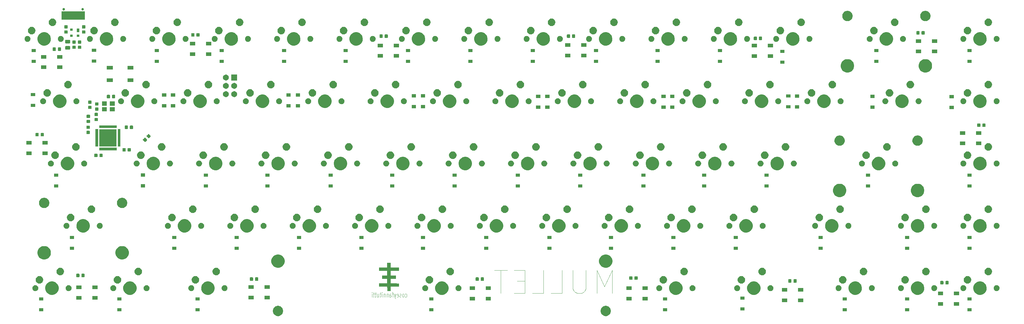
<source format=gbr>
G04 #@! TF.GenerationSoftware,KiCad,Pcbnew,(5.0.0)*
G04 #@! TF.CreationDate,2019-08-12T19:05:11-04:00*
G04 #@! TF.ProjectId,mullet-pcb,6D756C6C65742D7063622E6B69636164,rev?*
G04 #@! TF.SameCoordinates,Original*
G04 #@! TF.FileFunction,Soldermask,Bot*
G04 #@! TF.FilePolarity,Negative*
%FSLAX46Y46*%
G04 Gerber Fmt 4.6, Leading zero omitted, Abs format (unit mm)*
G04 Created by KiCad (PCBNEW (5.0.0)) date 08/12/19 19:05:11*
%MOMM*%
%LPD*%
G01*
G04 APERTURE LIST*
%ADD10C,0.100000*%
%ADD11C,0.075000*%
%ADD12C,0.010000*%
G04 APERTURE END LIST*
D10*
X246684438Y-182272782D02*
X246684438Y-175272782D01*
X244351104Y-180272782D01*
X242017771Y-175272782D01*
X242017771Y-182272782D01*
X238684438Y-175272782D02*
X238684438Y-180939449D01*
X238351104Y-181606116D01*
X238017771Y-181939449D01*
X237351104Y-182272782D01*
X236017771Y-182272782D01*
X235351104Y-181939449D01*
X235017771Y-181606116D01*
X234684438Y-180939449D01*
X234684438Y-175272782D01*
X228017771Y-182272782D02*
X231351104Y-182272782D01*
X231351104Y-175272782D01*
X222351104Y-182272782D02*
X225684438Y-182272782D01*
X225684438Y-175272782D01*
X220017771Y-178606116D02*
X217684438Y-178606116D01*
X216684438Y-182272782D02*
X220017771Y-182272782D01*
X220017771Y-175272782D01*
X216684438Y-175272782D01*
X214684438Y-175272782D02*
X210684438Y-175272782D01*
X212684438Y-182272782D02*
X212684438Y-175272782D01*
D11*
X183490821Y-183387768D02*
X183586059Y-183459197D01*
X183776536Y-183459197D01*
X183871774Y-183387768D01*
X183919393Y-183316340D01*
X183967012Y-183173483D01*
X183967012Y-182744911D01*
X183919393Y-182602054D01*
X183871774Y-182530626D01*
X183776536Y-182459197D01*
X183586059Y-182459197D01*
X183490821Y-182530626D01*
X182919393Y-183459197D02*
X183014631Y-183387768D01*
X183062250Y-183316340D01*
X183109869Y-183173483D01*
X183109869Y-182744911D01*
X183062250Y-182602054D01*
X183014631Y-182530626D01*
X182919393Y-182459197D01*
X182776536Y-182459197D01*
X182681298Y-182530626D01*
X182633679Y-182602054D01*
X182586059Y-182744911D01*
X182586059Y-183173483D01*
X182633679Y-183316340D01*
X182681298Y-183387768D01*
X182776536Y-183459197D01*
X182919393Y-183459197D01*
X182205107Y-183387768D02*
X182109869Y-183459197D01*
X181919393Y-183459197D01*
X181824155Y-183387768D01*
X181776536Y-183244911D01*
X181776536Y-183173483D01*
X181824155Y-183030626D01*
X181919393Y-182959197D01*
X182062250Y-182959197D01*
X182157488Y-182887768D01*
X182205107Y-182744911D01*
X182205107Y-182673483D01*
X182157488Y-182530626D01*
X182062250Y-182459197D01*
X181919393Y-182459197D01*
X181824155Y-182530626D01*
X180967012Y-183387768D02*
X181062250Y-183459197D01*
X181252726Y-183459197D01*
X181347964Y-183387768D01*
X181395583Y-183244911D01*
X181395583Y-182673483D01*
X181347964Y-182530626D01*
X181252726Y-182459197D01*
X181062250Y-182459197D01*
X180967012Y-182530626D01*
X180919393Y-182673483D01*
X180919393Y-182816340D01*
X181395583Y-182959197D01*
X180586059Y-182459197D02*
X180347964Y-183459197D01*
X180109869Y-182459197D02*
X180347964Y-183459197D01*
X180443202Y-183816340D01*
X180490821Y-183887768D01*
X180586059Y-183959197D01*
X179871774Y-182459197D02*
X179490821Y-182459197D01*
X179728917Y-183459197D02*
X179728917Y-182173483D01*
X179681298Y-182030626D01*
X179586059Y-181959197D01*
X179490821Y-181959197D01*
X178728917Y-183459197D02*
X178728917Y-182673483D01*
X178776536Y-182530626D01*
X178871774Y-182459197D01*
X179062250Y-182459197D01*
X179157488Y-182530626D01*
X178728917Y-183387768D02*
X178824155Y-183459197D01*
X179062250Y-183459197D01*
X179157488Y-183387768D01*
X179205107Y-183244911D01*
X179205107Y-183102054D01*
X179157488Y-182959197D01*
X179062250Y-182887768D01*
X178824155Y-182887768D01*
X178728917Y-182816340D01*
X178252726Y-182459197D02*
X178252726Y-183459197D01*
X178252726Y-182602054D02*
X178205107Y-182530626D01*
X178109869Y-182459197D01*
X177967012Y-182459197D01*
X177871774Y-182530626D01*
X177824155Y-182673483D01*
X177824155Y-183459197D01*
X177347964Y-182459197D02*
X177347964Y-183459197D01*
X177347964Y-182602054D02*
X177300345Y-182530626D01*
X177205107Y-182459197D01*
X177062250Y-182459197D01*
X176967012Y-182530626D01*
X176919393Y-182673483D01*
X176919393Y-183459197D01*
X176443202Y-183459197D02*
X176443202Y-182459197D01*
X176443202Y-181959197D02*
X176490821Y-182030626D01*
X176443202Y-182102054D01*
X176395583Y-182030626D01*
X176443202Y-181959197D01*
X176443202Y-182102054D01*
X176109869Y-182459197D02*
X175728917Y-182459197D01*
X175967012Y-181959197D02*
X175967012Y-183244911D01*
X175919393Y-183387768D01*
X175824155Y-183459197D01*
X175728917Y-183459197D01*
X174967012Y-182459197D02*
X174967012Y-183459197D01*
X175395583Y-182459197D02*
X175395583Y-183244911D01*
X175347964Y-183387768D01*
X175252726Y-183459197D01*
X175109869Y-183459197D01*
X175014631Y-183387768D01*
X174967012Y-183316340D01*
X174633679Y-182459197D02*
X174252726Y-182459197D01*
X174490821Y-181959197D02*
X174490821Y-183244911D01*
X174443202Y-183387768D01*
X174347964Y-183459197D01*
X174252726Y-183459197D01*
X174062250Y-182459197D02*
X173681298Y-182459197D01*
X173919393Y-181959197D02*
X173919393Y-183244911D01*
X173871774Y-183387768D01*
X173776536Y-183459197D01*
X173681298Y-183459197D01*
X173347964Y-183459197D02*
X173347964Y-182459197D01*
X173347964Y-181959197D02*
X173395583Y-182030626D01*
X173347964Y-182102054D01*
X173300345Y-182030626D01*
X173347964Y-181959197D01*
X173347964Y-182102054D01*
D12*
G04 #@! TO.C,G\002A\002A\002A*
G36*
X178965385Y-180204237D02*
X180230682Y-180199401D01*
X181495978Y-180194565D01*
X181495978Y-179291454D01*
X180230682Y-179286617D01*
X178965385Y-179281781D01*
X178965385Y-177814491D01*
X180564645Y-177814491D01*
X180564645Y-176854935D01*
X178965385Y-176854935D01*
X178965385Y-175350015D01*
X180230682Y-175345179D01*
X181495978Y-175340342D01*
X181501005Y-174865268D01*
X181506031Y-174390194D01*
X178965385Y-174390194D01*
X178965385Y-173016713D01*
X177987015Y-173016713D01*
X177987015Y-174390194D01*
X175465830Y-174390194D01*
X175465830Y-175349750D01*
X177987015Y-175349750D01*
X177987015Y-176854935D01*
X176406570Y-176854935D01*
X176406570Y-177814491D01*
X177987015Y-177814491D01*
X177987015Y-179282046D01*
X175465830Y-179282046D01*
X175465830Y-180203972D01*
X177986527Y-180203972D01*
X177991475Y-180857787D01*
X177996422Y-181511602D01*
X178480904Y-181516623D01*
X178965385Y-181521644D01*
X178965385Y-180204237D01*
X178965385Y-180204237D01*
G37*
X178965385Y-180204237D02*
X180230682Y-180199401D01*
X181495978Y-180194565D01*
X181495978Y-179291454D01*
X180230682Y-179286617D01*
X178965385Y-179281781D01*
X178965385Y-177814491D01*
X180564645Y-177814491D01*
X180564645Y-176854935D01*
X178965385Y-176854935D01*
X178965385Y-175350015D01*
X180230682Y-175345179D01*
X181495978Y-175340342D01*
X181501005Y-174865268D01*
X181506031Y-174390194D01*
X178965385Y-174390194D01*
X178965385Y-173016713D01*
X177987015Y-173016713D01*
X177987015Y-174390194D01*
X175465830Y-174390194D01*
X175465830Y-175349750D01*
X177987015Y-175349750D01*
X177987015Y-176854935D01*
X176406570Y-176854935D01*
X176406570Y-177814491D01*
X177987015Y-177814491D01*
X177987015Y-179282046D01*
X175465830Y-179282046D01*
X175465830Y-180203972D01*
X177986527Y-180203972D01*
X177991475Y-180857787D01*
X177996422Y-181511602D01*
X178480904Y-181516623D01*
X178965385Y-181521644D01*
X178965385Y-180204237D01*
D10*
G36*
X245172577Y-186196035D02*
X245291303Y-186245213D01*
X245459207Y-186314761D01*
X245717173Y-186487128D01*
X245936547Y-186706502D01*
X246108914Y-186964468D01*
X246227640Y-187251099D01*
X246288166Y-187555384D01*
X246288166Y-187865634D01*
X246227640Y-188169919D01*
X246108914Y-188456550D01*
X245936547Y-188714516D01*
X245717173Y-188933890D01*
X245459207Y-189106257D01*
X245291303Y-189175805D01*
X245172577Y-189224983D01*
X244868291Y-189285509D01*
X244558041Y-189285509D01*
X244405899Y-189255246D01*
X244253755Y-189224983D01*
X244135029Y-189175805D01*
X243967125Y-189106257D01*
X243709159Y-188933890D01*
X243489785Y-188714516D01*
X243317418Y-188456550D01*
X243198692Y-188169919D01*
X243138166Y-187865634D01*
X243138166Y-187555384D01*
X243198692Y-187251099D01*
X243317418Y-186964468D01*
X243489785Y-186706502D01*
X243709159Y-186487128D01*
X243967125Y-186314761D01*
X244135029Y-186245213D01*
X244253755Y-186196035D01*
X244558041Y-186135509D01*
X244868291Y-186135509D01*
X245172577Y-186196035D01*
X245172577Y-186196035D01*
G37*
G36*
X145096577Y-186196035D02*
X145215303Y-186245213D01*
X145383207Y-186314761D01*
X145641173Y-186487128D01*
X145860547Y-186706502D01*
X146032914Y-186964468D01*
X146151640Y-187251099D01*
X146212166Y-187555384D01*
X146212166Y-187865634D01*
X146151640Y-188169919D01*
X146032914Y-188456550D01*
X145860547Y-188714516D01*
X145641173Y-188933890D01*
X145383207Y-189106257D01*
X145215303Y-189175805D01*
X145096577Y-189224983D01*
X144792291Y-189285509D01*
X144482041Y-189285509D01*
X144329899Y-189255246D01*
X144177755Y-189224983D01*
X144059029Y-189175805D01*
X143891125Y-189106257D01*
X143633159Y-188933890D01*
X143413785Y-188714516D01*
X143241418Y-188456550D01*
X143122692Y-188169919D01*
X143062166Y-187865634D01*
X143062166Y-187555384D01*
X143122692Y-187251099D01*
X143241418Y-186964468D01*
X143413785Y-186706502D01*
X143633159Y-186487128D01*
X143891125Y-186314761D01*
X144059029Y-186245213D01*
X144177755Y-186196035D01*
X144482041Y-186135509D01*
X144792291Y-186135509D01*
X145096577Y-186196035D01*
X145096577Y-186196035D01*
G37*
G36*
X356457166Y-187829509D02*
X355155166Y-187829509D01*
X355155166Y-186827509D01*
X356457166Y-186827509D01*
X356457166Y-187829509D01*
X356457166Y-187829509D01*
G37*
G36*
X72993166Y-187829509D02*
X71691166Y-187829509D01*
X71691166Y-186827509D01*
X72993166Y-186827509D01*
X72993166Y-187829509D01*
X72993166Y-187829509D01*
G37*
G36*
X96869166Y-187829509D02*
X95567166Y-187829509D01*
X95567166Y-186827509D01*
X96869166Y-186827509D01*
X96869166Y-187829509D01*
X96869166Y-187829509D01*
G37*
G36*
X120745166Y-187829509D02*
X119443166Y-187829509D01*
X119443166Y-186827509D01*
X120745166Y-186827509D01*
X120745166Y-187829509D01*
X120745166Y-187829509D01*
G37*
G36*
X192119166Y-187829509D02*
X190817166Y-187829509D01*
X190817166Y-186827509D01*
X192119166Y-186827509D01*
X192119166Y-187829509D01*
X192119166Y-187829509D01*
G37*
G36*
X318357166Y-187829509D02*
X317055166Y-187829509D01*
X317055166Y-186827509D01*
X318357166Y-186827509D01*
X318357166Y-187829509D01*
X318357166Y-187829509D01*
G37*
G36*
X337407166Y-187829509D02*
X336105166Y-187829509D01*
X336105166Y-186827509D01*
X337407166Y-186827509D01*
X337407166Y-187829509D01*
X337407166Y-187829509D01*
G37*
G36*
X263493166Y-187829509D02*
X262191166Y-187829509D01*
X262191166Y-186827509D01*
X263493166Y-186827509D01*
X263493166Y-187829509D01*
X263493166Y-187829509D01*
G37*
G36*
X287115166Y-187575509D02*
X285813166Y-187575509D01*
X285813166Y-186573509D01*
X287115166Y-186573509D01*
X287115166Y-187575509D01*
X287115166Y-187575509D01*
G37*
G36*
X352644408Y-186086472D02*
X351042408Y-186086472D01*
X351042408Y-184984472D01*
X352644408Y-184984472D01*
X352644408Y-186086472D01*
X352644408Y-186086472D01*
G37*
G36*
X347744408Y-186086472D02*
X346142408Y-186086472D01*
X346142408Y-184984472D01*
X347744408Y-184984472D01*
X347744408Y-186086472D01*
X347744408Y-186086472D01*
G37*
G36*
X305033257Y-184984119D02*
X303431257Y-184984119D01*
X303431257Y-183882119D01*
X305033257Y-183882119D01*
X305033257Y-184984119D01*
X305033257Y-184984119D01*
G37*
G36*
X300133257Y-184984119D02*
X298531257Y-184984119D01*
X298531257Y-183882119D01*
X300133257Y-183882119D01*
X300133257Y-184984119D01*
X300133257Y-184984119D01*
G37*
G36*
X72993166Y-184529509D02*
X71691166Y-184529509D01*
X71691166Y-183527509D01*
X72993166Y-183527509D01*
X72993166Y-184529509D01*
X72993166Y-184529509D01*
G37*
G36*
X356457166Y-184529509D02*
X355155166Y-184529509D01*
X355155166Y-183527509D01*
X356457166Y-183527509D01*
X356457166Y-184529509D01*
X356457166Y-184529509D01*
G37*
G36*
X337407166Y-184529509D02*
X336105166Y-184529509D01*
X336105166Y-183527509D01*
X337407166Y-183527509D01*
X337407166Y-184529509D01*
X337407166Y-184529509D01*
G37*
G36*
X96869166Y-184529509D02*
X95567166Y-184529509D01*
X95567166Y-183527509D01*
X96869166Y-183527509D01*
X96869166Y-184529509D01*
X96869166Y-184529509D01*
G37*
G36*
X120745166Y-184529509D02*
X119443166Y-184529509D01*
X119443166Y-183527509D01*
X120745166Y-183527509D01*
X120745166Y-184529509D01*
X120745166Y-184529509D01*
G37*
G36*
X192119166Y-184529509D02*
X190817166Y-184529509D01*
X190817166Y-183527509D01*
X192119166Y-183527509D01*
X192119166Y-184529509D01*
X192119166Y-184529509D01*
G37*
G36*
X318357166Y-184529509D02*
X317055166Y-184529509D01*
X317055166Y-183527509D01*
X318357166Y-183527509D01*
X318357166Y-184529509D01*
X318357166Y-184529509D01*
G37*
G36*
X263493166Y-184529509D02*
X262191166Y-184529509D01*
X262191166Y-183527509D01*
X263493166Y-183527509D01*
X263493166Y-184529509D01*
X263493166Y-184529509D01*
G37*
G36*
X209653476Y-184459189D02*
X208051476Y-184459189D01*
X208051476Y-183357189D01*
X209653476Y-183357189D01*
X209653476Y-184459189D01*
X209653476Y-184459189D01*
G37*
G36*
X204753476Y-184459189D02*
X203151476Y-184459189D01*
X203151476Y-183357189D01*
X204753476Y-183357189D01*
X204753476Y-184459189D01*
X204753476Y-184459189D01*
G37*
G36*
X257527092Y-184459189D02*
X255925092Y-184459189D01*
X255925092Y-183357189D01*
X257527092Y-183357189D01*
X257527092Y-184459189D01*
X257527092Y-184459189D01*
G37*
G36*
X252627092Y-184459189D02*
X251025092Y-184459189D01*
X251025092Y-183357189D01*
X252627092Y-183357189D01*
X252627092Y-184459189D01*
X252627092Y-184459189D01*
G37*
G36*
X287115166Y-184275509D02*
X285813166Y-184275509D01*
X285813166Y-183273509D01*
X287115166Y-183273509D01*
X287115166Y-184275509D01*
X287115166Y-184275509D01*
G37*
G36*
X89549492Y-184249217D02*
X87947492Y-184249217D01*
X87947492Y-183147217D01*
X89549492Y-183147217D01*
X89549492Y-184249217D01*
X89549492Y-184249217D01*
G37*
G36*
X84649492Y-184249217D02*
X83047492Y-184249217D01*
X83047492Y-183147217D01*
X84649492Y-183147217D01*
X84649492Y-184249217D01*
X84649492Y-184249217D01*
G37*
G36*
X142147478Y-184144231D02*
X140545478Y-184144231D01*
X140545478Y-183042231D01*
X142147478Y-183042231D01*
X142147478Y-184144231D01*
X142147478Y-184144231D01*
G37*
G36*
X137247478Y-184144231D02*
X135645478Y-184144231D01*
X135645478Y-183042231D01*
X137247478Y-183042231D01*
X137247478Y-184144231D01*
X137247478Y-184144231D01*
G37*
G36*
X347744408Y-182886472D02*
X346142408Y-182886472D01*
X346142408Y-181784472D01*
X347744408Y-181784472D01*
X347744408Y-182886472D01*
X347744408Y-182886472D01*
G37*
G36*
X352644408Y-182886472D02*
X351042408Y-182886472D01*
X351042408Y-181784472D01*
X352644408Y-181784472D01*
X352644408Y-182886472D01*
X352644408Y-182886472D01*
G37*
G36*
X266710418Y-178753327D02*
X266710420Y-178753328D01*
X266710421Y-178753328D01*
X267083679Y-178907936D01*
X267415071Y-179129366D01*
X267419605Y-179132395D01*
X267705280Y-179418070D01*
X267705282Y-179418073D01*
X267929739Y-179753996D01*
X267958946Y-179824509D01*
X268084348Y-180127257D01*
X268163166Y-180523502D01*
X268163166Y-180927516D01*
X268089102Y-181299863D01*
X268084347Y-181323764D01*
X267929739Y-181697022D01*
X267708309Y-182028414D01*
X267705280Y-182032948D01*
X267419605Y-182318623D01*
X267419602Y-182318625D01*
X267083679Y-182543082D01*
X266710421Y-182697690D01*
X266710420Y-182697690D01*
X266710418Y-182697691D01*
X266314173Y-182776509D01*
X265910159Y-182776509D01*
X265513914Y-182697691D01*
X265513912Y-182697690D01*
X265513911Y-182697690D01*
X265140653Y-182543082D01*
X264804730Y-182318625D01*
X264804727Y-182318623D01*
X264519052Y-182032948D01*
X264516023Y-182028414D01*
X264294593Y-181697022D01*
X264139985Y-181323764D01*
X264135231Y-181299863D01*
X264061166Y-180927516D01*
X264061166Y-180523502D01*
X264139984Y-180127257D01*
X264265386Y-179824509D01*
X264294593Y-179753996D01*
X264519050Y-179418073D01*
X264519052Y-179418070D01*
X264804727Y-179132395D01*
X264809261Y-179129366D01*
X265140653Y-178907936D01*
X265513911Y-178753328D01*
X265513912Y-178753328D01*
X265513914Y-178753327D01*
X265910159Y-178674509D01*
X266314173Y-178674509D01*
X266710418Y-178753327D01*
X266710418Y-178753327D01*
G37*
G36*
X290523418Y-178753327D02*
X290523420Y-178753328D01*
X290523421Y-178753328D01*
X290896679Y-178907936D01*
X291228071Y-179129366D01*
X291232605Y-179132395D01*
X291518280Y-179418070D01*
X291518282Y-179418073D01*
X291742739Y-179753996D01*
X291771946Y-179824509D01*
X291897348Y-180127257D01*
X291976166Y-180523502D01*
X291976166Y-180927516D01*
X291902102Y-181299863D01*
X291897347Y-181323764D01*
X291742739Y-181697022D01*
X291521309Y-182028414D01*
X291518280Y-182032948D01*
X291232605Y-182318623D01*
X291232602Y-182318625D01*
X290896679Y-182543082D01*
X290523421Y-182697690D01*
X290523420Y-182697690D01*
X290523418Y-182697691D01*
X290127173Y-182776509D01*
X289723159Y-182776509D01*
X289326914Y-182697691D01*
X289326912Y-182697690D01*
X289326911Y-182697690D01*
X288953653Y-182543082D01*
X288617730Y-182318625D01*
X288617727Y-182318623D01*
X288332052Y-182032948D01*
X288329023Y-182028414D01*
X288107593Y-181697022D01*
X287952985Y-181323764D01*
X287948231Y-181299863D01*
X287874166Y-180927516D01*
X287874166Y-180523502D01*
X287952984Y-180127257D01*
X288078386Y-179824509D01*
X288107593Y-179753996D01*
X288332050Y-179418073D01*
X288332052Y-179418070D01*
X288617727Y-179132395D01*
X288622261Y-179129366D01*
X288953653Y-178907936D01*
X289326911Y-178753328D01*
X289326912Y-178753328D01*
X289326914Y-178753327D01*
X289723159Y-178674509D01*
X290127173Y-178674509D01*
X290523418Y-178753327D01*
X290523418Y-178753327D01*
G37*
G36*
X321479418Y-178753327D02*
X321479420Y-178753328D01*
X321479421Y-178753328D01*
X321852679Y-178907936D01*
X322184071Y-179129366D01*
X322188605Y-179132395D01*
X322474280Y-179418070D01*
X322474282Y-179418073D01*
X322698739Y-179753996D01*
X322727946Y-179824509D01*
X322853348Y-180127257D01*
X322932166Y-180523502D01*
X322932166Y-180927516D01*
X322858102Y-181299863D01*
X322853347Y-181323764D01*
X322698739Y-181697022D01*
X322477309Y-182028414D01*
X322474280Y-182032948D01*
X322188605Y-182318623D01*
X322188602Y-182318625D01*
X321852679Y-182543082D01*
X321479421Y-182697690D01*
X321479420Y-182697690D01*
X321479418Y-182697691D01*
X321083173Y-182776509D01*
X320679159Y-182776509D01*
X320282914Y-182697691D01*
X320282912Y-182697690D01*
X320282911Y-182697690D01*
X319909653Y-182543082D01*
X319573730Y-182318625D01*
X319573727Y-182318623D01*
X319288052Y-182032948D01*
X319285023Y-182028414D01*
X319063593Y-181697022D01*
X318908985Y-181323764D01*
X318904231Y-181299863D01*
X318830166Y-180927516D01*
X318830166Y-180523502D01*
X318908984Y-180127257D01*
X319034386Y-179824509D01*
X319063593Y-179753996D01*
X319288050Y-179418073D01*
X319288052Y-179418070D01*
X319573727Y-179132395D01*
X319578261Y-179129366D01*
X319909653Y-178907936D01*
X320282911Y-178753328D01*
X320282912Y-178753328D01*
X320282914Y-178753327D01*
X320679159Y-178674509D01*
X321083173Y-178674509D01*
X321479418Y-178753327D01*
X321479418Y-178753327D01*
G37*
G36*
X340529418Y-178753327D02*
X340529420Y-178753328D01*
X340529421Y-178753328D01*
X340902679Y-178907936D01*
X341234071Y-179129366D01*
X341238605Y-179132395D01*
X341524280Y-179418070D01*
X341524282Y-179418073D01*
X341748739Y-179753996D01*
X341777946Y-179824509D01*
X341903348Y-180127257D01*
X341982166Y-180523502D01*
X341982166Y-180927516D01*
X341908102Y-181299863D01*
X341903347Y-181323764D01*
X341748739Y-181697022D01*
X341527309Y-182028414D01*
X341524280Y-182032948D01*
X341238605Y-182318623D01*
X341238602Y-182318625D01*
X340902679Y-182543082D01*
X340529421Y-182697690D01*
X340529420Y-182697690D01*
X340529418Y-182697691D01*
X340133173Y-182776509D01*
X339729159Y-182776509D01*
X339332914Y-182697691D01*
X339332912Y-182697690D01*
X339332911Y-182697690D01*
X338959653Y-182543082D01*
X338623730Y-182318625D01*
X338623727Y-182318623D01*
X338338052Y-182032948D01*
X338335023Y-182028414D01*
X338113593Y-181697022D01*
X337958985Y-181323764D01*
X337954231Y-181299863D01*
X337880166Y-180927516D01*
X337880166Y-180523502D01*
X337958984Y-180127257D01*
X338084386Y-179824509D01*
X338113593Y-179753996D01*
X338338050Y-179418073D01*
X338338052Y-179418070D01*
X338623727Y-179132395D01*
X338628261Y-179129366D01*
X338959653Y-178907936D01*
X339332911Y-178753328D01*
X339332912Y-178753328D01*
X339332914Y-178753327D01*
X339729159Y-178674509D01*
X340133173Y-178674509D01*
X340529418Y-178753327D01*
X340529418Y-178753327D01*
G37*
G36*
X359579418Y-178753327D02*
X359579420Y-178753328D01*
X359579421Y-178753328D01*
X359952679Y-178907936D01*
X360284071Y-179129366D01*
X360288605Y-179132395D01*
X360574280Y-179418070D01*
X360574282Y-179418073D01*
X360798739Y-179753996D01*
X360827946Y-179824509D01*
X360953348Y-180127257D01*
X361032166Y-180523502D01*
X361032166Y-180927516D01*
X360958102Y-181299863D01*
X360953347Y-181323764D01*
X360798739Y-181697022D01*
X360577309Y-182028414D01*
X360574280Y-182032948D01*
X360288605Y-182318623D01*
X360288602Y-182318625D01*
X359952679Y-182543082D01*
X359579421Y-182697690D01*
X359579420Y-182697690D01*
X359579418Y-182697691D01*
X359183173Y-182776509D01*
X358779159Y-182776509D01*
X358382914Y-182697691D01*
X358382912Y-182697690D01*
X358382911Y-182697690D01*
X358009653Y-182543082D01*
X357673730Y-182318625D01*
X357673727Y-182318623D01*
X357388052Y-182032948D01*
X357385023Y-182028414D01*
X357163593Y-181697022D01*
X357008985Y-181323764D01*
X357004231Y-181299863D01*
X356930166Y-180927516D01*
X356930166Y-180523502D01*
X357008984Y-180127257D01*
X357134386Y-179824509D01*
X357163593Y-179753996D01*
X357388050Y-179418073D01*
X357388052Y-179418070D01*
X357673727Y-179132395D01*
X357678261Y-179129366D01*
X358009653Y-178907936D01*
X358382911Y-178753328D01*
X358382912Y-178753328D01*
X358382914Y-178753327D01*
X358779159Y-178674509D01*
X359183173Y-178674509D01*
X359579418Y-178753327D01*
X359579418Y-178753327D01*
G37*
G36*
X123835618Y-178753327D02*
X123835620Y-178753328D01*
X123835621Y-178753328D01*
X124208879Y-178907936D01*
X124540271Y-179129366D01*
X124544805Y-179132395D01*
X124830480Y-179418070D01*
X124830482Y-179418073D01*
X125054939Y-179753996D01*
X125084146Y-179824509D01*
X125209548Y-180127257D01*
X125288366Y-180523502D01*
X125288366Y-180927516D01*
X125214302Y-181299863D01*
X125209547Y-181323764D01*
X125054939Y-181697022D01*
X124833509Y-182028414D01*
X124830480Y-182032948D01*
X124544805Y-182318623D01*
X124544802Y-182318625D01*
X124208879Y-182543082D01*
X123835621Y-182697690D01*
X123835620Y-182697690D01*
X123835618Y-182697691D01*
X123439373Y-182776509D01*
X123035359Y-182776509D01*
X122639114Y-182697691D01*
X122639112Y-182697690D01*
X122639111Y-182697690D01*
X122265853Y-182543082D01*
X121929930Y-182318625D01*
X121929927Y-182318623D01*
X121644252Y-182032948D01*
X121641223Y-182028414D01*
X121419793Y-181697022D01*
X121265185Y-181323764D01*
X121260431Y-181299863D01*
X121186366Y-180927516D01*
X121186366Y-180523502D01*
X121265184Y-180127257D01*
X121390586Y-179824509D01*
X121419793Y-179753996D01*
X121644250Y-179418073D01*
X121644252Y-179418070D01*
X121929927Y-179132395D01*
X121934461Y-179129366D01*
X122265853Y-178907936D01*
X122639111Y-178753328D01*
X122639112Y-178753328D01*
X122639114Y-178753327D01*
X123035359Y-178674509D01*
X123439373Y-178674509D01*
X123835618Y-178753327D01*
X123835618Y-178753327D01*
G37*
G36*
X100023218Y-178753327D02*
X100023220Y-178753328D01*
X100023221Y-178753328D01*
X100396479Y-178907936D01*
X100727871Y-179129366D01*
X100732405Y-179132395D01*
X101018080Y-179418070D01*
X101018082Y-179418073D01*
X101242539Y-179753996D01*
X101271746Y-179824509D01*
X101397148Y-180127257D01*
X101475966Y-180523502D01*
X101475966Y-180927516D01*
X101401902Y-181299863D01*
X101397147Y-181323764D01*
X101242539Y-181697022D01*
X101021109Y-182028414D01*
X101018080Y-182032948D01*
X100732405Y-182318623D01*
X100732402Y-182318625D01*
X100396479Y-182543082D01*
X100023221Y-182697690D01*
X100023220Y-182697690D01*
X100023218Y-182697691D01*
X99626973Y-182776509D01*
X99222959Y-182776509D01*
X98826714Y-182697691D01*
X98826712Y-182697690D01*
X98826711Y-182697690D01*
X98453453Y-182543082D01*
X98117530Y-182318625D01*
X98117527Y-182318623D01*
X97831852Y-182032948D01*
X97828823Y-182028414D01*
X97607393Y-181697022D01*
X97452785Y-181323764D01*
X97448031Y-181299863D01*
X97373966Y-180927516D01*
X97373966Y-180523502D01*
X97452784Y-180127257D01*
X97578186Y-179824509D01*
X97607393Y-179753996D01*
X97831850Y-179418073D01*
X97831852Y-179418070D01*
X98117527Y-179132395D01*
X98122061Y-179129366D01*
X98453453Y-178907936D01*
X98826711Y-178753328D01*
X98826712Y-178753328D01*
X98826714Y-178753327D01*
X99222959Y-178674509D01*
X99626973Y-178674509D01*
X100023218Y-178753327D01*
X100023218Y-178753327D01*
G37*
G36*
X195273418Y-178753327D02*
X195273420Y-178753328D01*
X195273421Y-178753328D01*
X195646679Y-178907936D01*
X195978071Y-179129366D01*
X195982605Y-179132395D01*
X196268280Y-179418070D01*
X196268282Y-179418073D01*
X196492739Y-179753996D01*
X196521946Y-179824509D01*
X196647348Y-180127257D01*
X196726166Y-180523502D01*
X196726166Y-180927516D01*
X196652102Y-181299863D01*
X196647347Y-181323764D01*
X196492739Y-181697022D01*
X196271309Y-182028414D01*
X196268280Y-182032948D01*
X195982605Y-182318623D01*
X195982602Y-182318625D01*
X195646679Y-182543082D01*
X195273421Y-182697690D01*
X195273420Y-182697690D01*
X195273418Y-182697691D01*
X194877173Y-182776509D01*
X194473159Y-182776509D01*
X194076914Y-182697691D01*
X194076912Y-182697690D01*
X194076911Y-182697690D01*
X193703653Y-182543082D01*
X193367730Y-182318625D01*
X193367727Y-182318623D01*
X193082052Y-182032948D01*
X193079023Y-182028414D01*
X192857593Y-181697022D01*
X192702985Y-181323764D01*
X192698231Y-181299863D01*
X192624166Y-180927516D01*
X192624166Y-180523502D01*
X192702984Y-180127257D01*
X192828386Y-179824509D01*
X192857593Y-179753996D01*
X193082050Y-179418073D01*
X193082052Y-179418070D01*
X193367727Y-179132395D01*
X193372261Y-179129366D01*
X193703653Y-178907936D01*
X194076911Y-178753328D01*
X194076912Y-178753328D01*
X194076914Y-178753327D01*
X194473159Y-178674509D01*
X194877173Y-178674509D01*
X195273418Y-178753327D01*
X195273418Y-178753327D01*
G37*
G36*
X76210618Y-178753327D02*
X76210620Y-178753328D01*
X76210621Y-178753328D01*
X76583879Y-178907936D01*
X76915271Y-179129366D01*
X76919805Y-179132395D01*
X77205480Y-179418070D01*
X77205482Y-179418073D01*
X77429939Y-179753996D01*
X77459146Y-179824509D01*
X77584548Y-180127257D01*
X77663366Y-180523502D01*
X77663366Y-180927516D01*
X77589302Y-181299863D01*
X77584547Y-181323764D01*
X77429939Y-181697022D01*
X77208509Y-182028414D01*
X77205480Y-182032948D01*
X76919805Y-182318623D01*
X76919802Y-182318625D01*
X76583879Y-182543082D01*
X76210621Y-182697690D01*
X76210620Y-182697690D01*
X76210618Y-182697691D01*
X75814373Y-182776509D01*
X75410359Y-182776509D01*
X75014114Y-182697691D01*
X75014112Y-182697690D01*
X75014111Y-182697690D01*
X74640853Y-182543082D01*
X74304930Y-182318625D01*
X74304927Y-182318623D01*
X74019252Y-182032948D01*
X74016223Y-182028414D01*
X73794793Y-181697022D01*
X73640185Y-181323764D01*
X73635431Y-181299863D01*
X73561366Y-180927516D01*
X73561366Y-180523502D01*
X73640184Y-180127257D01*
X73765586Y-179824509D01*
X73794793Y-179753996D01*
X74019250Y-179418073D01*
X74019252Y-179418070D01*
X74304927Y-179132395D01*
X74309461Y-179129366D01*
X74640853Y-178907936D01*
X75014111Y-178753328D01*
X75014112Y-178753328D01*
X75014114Y-178753327D01*
X75410359Y-178674509D01*
X75814373Y-178674509D01*
X76210618Y-178753327D01*
X76210618Y-178753327D01*
G37*
G36*
X305033257Y-181784119D02*
X303431257Y-181784119D01*
X303431257Y-180682119D01*
X305033257Y-180682119D01*
X305033257Y-181784119D01*
X305033257Y-181784119D01*
G37*
G36*
X300133257Y-181784119D02*
X298531257Y-181784119D01*
X298531257Y-180682119D01*
X300133257Y-180682119D01*
X300133257Y-181784119D01*
X300133257Y-181784119D01*
G37*
G36*
X128580178Y-179859133D02*
X128744150Y-179927053D01*
X128891720Y-180025656D01*
X129017219Y-180151155D01*
X129115822Y-180298725D01*
X129183742Y-180462697D01*
X129218366Y-180636768D01*
X129218366Y-180814250D01*
X129183742Y-180988321D01*
X129115822Y-181152293D01*
X129017219Y-181299863D01*
X128891720Y-181425362D01*
X128744150Y-181523965D01*
X128580178Y-181591885D01*
X128406107Y-181626509D01*
X128228625Y-181626509D01*
X128054554Y-181591885D01*
X127890582Y-181523965D01*
X127743012Y-181425362D01*
X127617513Y-181299863D01*
X127518910Y-181152293D01*
X127450990Y-180988321D01*
X127416366Y-180814250D01*
X127416366Y-180636768D01*
X127450990Y-180462697D01*
X127518910Y-180298725D01*
X127617513Y-180151155D01*
X127743012Y-180025656D01*
X127890582Y-179927053D01*
X128054554Y-179859133D01*
X128228625Y-179824509D01*
X128406107Y-179824509D01*
X128580178Y-179859133D01*
X128580178Y-179859133D01*
G37*
G36*
X200017978Y-179859133D02*
X200181950Y-179927053D01*
X200329520Y-180025656D01*
X200455019Y-180151155D01*
X200553622Y-180298725D01*
X200621542Y-180462697D01*
X200656166Y-180636768D01*
X200656166Y-180814250D01*
X200621542Y-180988321D01*
X200553622Y-181152293D01*
X200455019Y-181299863D01*
X200329520Y-181425362D01*
X200181950Y-181523965D01*
X200017978Y-181591885D01*
X199843907Y-181626509D01*
X199666425Y-181626509D01*
X199492354Y-181591885D01*
X199328382Y-181523965D01*
X199180812Y-181425362D01*
X199055313Y-181299863D01*
X198956710Y-181152293D01*
X198888790Y-180988321D01*
X198854166Y-180814250D01*
X198854166Y-180636768D01*
X198888790Y-180462697D01*
X198956710Y-180298725D01*
X199055313Y-180151155D01*
X199180812Y-180025656D01*
X199328382Y-179927053D01*
X199492354Y-179859133D01*
X199666425Y-179824509D01*
X199843907Y-179824509D01*
X200017978Y-179859133D01*
X200017978Y-179859133D01*
G37*
G36*
X70795178Y-179859133D02*
X70959150Y-179927053D01*
X71106720Y-180025656D01*
X71232219Y-180151155D01*
X71330822Y-180298725D01*
X71398742Y-180462697D01*
X71433366Y-180636768D01*
X71433366Y-180814250D01*
X71398742Y-180988321D01*
X71330822Y-181152293D01*
X71232219Y-181299863D01*
X71106720Y-181425362D01*
X70959150Y-181523965D01*
X70795178Y-181591885D01*
X70621107Y-181626509D01*
X70443625Y-181626509D01*
X70269554Y-181591885D01*
X70105582Y-181523965D01*
X69958012Y-181425362D01*
X69832513Y-181299863D01*
X69733910Y-181152293D01*
X69665990Y-180988321D01*
X69631366Y-180814250D01*
X69631366Y-180636768D01*
X69665990Y-180462697D01*
X69733910Y-180298725D01*
X69832513Y-180151155D01*
X69958012Y-180025656D01*
X70105582Y-179927053D01*
X70269554Y-179859133D01*
X70443625Y-179824509D01*
X70621107Y-179824509D01*
X70795178Y-179859133D01*
X70795178Y-179859133D01*
G37*
G36*
X189857978Y-179859133D02*
X190021950Y-179927053D01*
X190169520Y-180025656D01*
X190295019Y-180151155D01*
X190393622Y-180298725D01*
X190461542Y-180462697D01*
X190496166Y-180636768D01*
X190496166Y-180814250D01*
X190461542Y-180988321D01*
X190393622Y-181152293D01*
X190295019Y-181299863D01*
X190169520Y-181425362D01*
X190021950Y-181523965D01*
X189857978Y-181591885D01*
X189683907Y-181626509D01*
X189506425Y-181626509D01*
X189332354Y-181591885D01*
X189168382Y-181523965D01*
X189020812Y-181425362D01*
X188895313Y-181299863D01*
X188796710Y-181152293D01*
X188728790Y-180988321D01*
X188694166Y-180814250D01*
X188694166Y-180636768D01*
X188728790Y-180462697D01*
X188796710Y-180298725D01*
X188895313Y-180151155D01*
X189020812Y-180025656D01*
X189168382Y-179927053D01*
X189332354Y-179859133D01*
X189506425Y-179824509D01*
X189683907Y-179824509D01*
X189857978Y-179859133D01*
X189857978Y-179859133D01*
G37*
G36*
X104767778Y-179859133D02*
X104931750Y-179927053D01*
X105079320Y-180025656D01*
X105204819Y-180151155D01*
X105303422Y-180298725D01*
X105371342Y-180462697D01*
X105405966Y-180636768D01*
X105405966Y-180814250D01*
X105371342Y-180988321D01*
X105303422Y-181152293D01*
X105204819Y-181299863D01*
X105079320Y-181425362D01*
X104931750Y-181523965D01*
X104767778Y-181591885D01*
X104593707Y-181626509D01*
X104416225Y-181626509D01*
X104242154Y-181591885D01*
X104078182Y-181523965D01*
X103930612Y-181425362D01*
X103805113Y-181299863D01*
X103706510Y-181152293D01*
X103638590Y-180988321D01*
X103603966Y-180814250D01*
X103603966Y-180636768D01*
X103638590Y-180462697D01*
X103706510Y-180298725D01*
X103805113Y-180151155D01*
X103930612Y-180025656D01*
X104078182Y-179927053D01*
X104242154Y-179859133D01*
X104416225Y-179824509D01*
X104593707Y-179824509D01*
X104767778Y-179859133D01*
X104767778Y-179859133D01*
G37*
G36*
X94607778Y-179859133D02*
X94771750Y-179927053D01*
X94919320Y-180025656D01*
X95044819Y-180151155D01*
X95143422Y-180298725D01*
X95211342Y-180462697D01*
X95245966Y-180636768D01*
X95245966Y-180814250D01*
X95211342Y-180988321D01*
X95143422Y-181152293D01*
X95044819Y-181299863D01*
X94919320Y-181425362D01*
X94771750Y-181523965D01*
X94607778Y-181591885D01*
X94433707Y-181626509D01*
X94256225Y-181626509D01*
X94082154Y-181591885D01*
X93918182Y-181523965D01*
X93770612Y-181425362D01*
X93645113Y-181299863D01*
X93546510Y-181152293D01*
X93478590Y-180988321D01*
X93443966Y-180814250D01*
X93443966Y-180636768D01*
X93478590Y-180462697D01*
X93546510Y-180298725D01*
X93645113Y-180151155D01*
X93770612Y-180025656D01*
X93918182Y-179927053D01*
X94082154Y-179859133D01*
X94256225Y-179824509D01*
X94433707Y-179824509D01*
X94607778Y-179859133D01*
X94607778Y-179859133D01*
G37*
G36*
X118420178Y-179859133D02*
X118584150Y-179927053D01*
X118731720Y-180025656D01*
X118857219Y-180151155D01*
X118955822Y-180298725D01*
X119023742Y-180462697D01*
X119058366Y-180636768D01*
X119058366Y-180814250D01*
X119023742Y-180988321D01*
X118955822Y-181152293D01*
X118857219Y-181299863D01*
X118731720Y-181425362D01*
X118584150Y-181523965D01*
X118420178Y-181591885D01*
X118246107Y-181626509D01*
X118068625Y-181626509D01*
X117894554Y-181591885D01*
X117730582Y-181523965D01*
X117583012Y-181425362D01*
X117457513Y-181299863D01*
X117358910Y-181152293D01*
X117290990Y-180988321D01*
X117256366Y-180814250D01*
X117256366Y-180636768D01*
X117290990Y-180462697D01*
X117358910Y-180298725D01*
X117457513Y-180151155D01*
X117583012Y-180025656D01*
X117730582Y-179927053D01*
X117894554Y-179859133D01*
X118068625Y-179824509D01*
X118246107Y-179824509D01*
X118420178Y-179859133D01*
X118420178Y-179859133D01*
G37*
G36*
X261294978Y-179859133D02*
X261458950Y-179927053D01*
X261606520Y-180025656D01*
X261732019Y-180151155D01*
X261830622Y-180298725D01*
X261898542Y-180462697D01*
X261933166Y-180636768D01*
X261933166Y-180814250D01*
X261898542Y-180988321D01*
X261830622Y-181152293D01*
X261732019Y-181299863D01*
X261606520Y-181425362D01*
X261458950Y-181523965D01*
X261294978Y-181591885D01*
X261120907Y-181626509D01*
X260943425Y-181626509D01*
X260769354Y-181591885D01*
X260605382Y-181523965D01*
X260457812Y-181425362D01*
X260332313Y-181299863D01*
X260233710Y-181152293D01*
X260165790Y-180988321D01*
X260131166Y-180814250D01*
X260131166Y-180636768D01*
X260165790Y-180462697D01*
X260233710Y-180298725D01*
X260332313Y-180151155D01*
X260457812Y-180025656D01*
X260605382Y-179927053D01*
X260769354Y-179859133D01*
X260943425Y-179824509D01*
X261120907Y-179824509D01*
X261294978Y-179859133D01*
X261294978Y-179859133D01*
G37*
G36*
X285107978Y-179859133D02*
X285271950Y-179927053D01*
X285419520Y-180025656D01*
X285545019Y-180151155D01*
X285643622Y-180298725D01*
X285711542Y-180462697D01*
X285746166Y-180636768D01*
X285746166Y-180814250D01*
X285711542Y-180988321D01*
X285643622Y-181152293D01*
X285545019Y-181299863D01*
X285419520Y-181425362D01*
X285271950Y-181523965D01*
X285107978Y-181591885D01*
X284933907Y-181626509D01*
X284756425Y-181626509D01*
X284582354Y-181591885D01*
X284418382Y-181523965D01*
X284270812Y-181425362D01*
X284145313Y-181299863D01*
X284046710Y-181152293D01*
X283978790Y-180988321D01*
X283944166Y-180814250D01*
X283944166Y-180636768D01*
X283978790Y-180462697D01*
X284046710Y-180298725D01*
X284145313Y-180151155D01*
X284270812Y-180025656D01*
X284418382Y-179927053D01*
X284582354Y-179859133D01*
X284756425Y-179824509D01*
X284933907Y-179824509D01*
X285107978Y-179859133D01*
X285107978Y-179859133D01*
G37*
G36*
X295267978Y-179859133D02*
X295431950Y-179927053D01*
X295579520Y-180025656D01*
X295705019Y-180151155D01*
X295803622Y-180298725D01*
X295871542Y-180462697D01*
X295906166Y-180636768D01*
X295906166Y-180814250D01*
X295871542Y-180988321D01*
X295803622Y-181152293D01*
X295705019Y-181299863D01*
X295579520Y-181425362D01*
X295431950Y-181523965D01*
X295267978Y-181591885D01*
X295093907Y-181626509D01*
X294916425Y-181626509D01*
X294742354Y-181591885D01*
X294578382Y-181523965D01*
X294430812Y-181425362D01*
X294305313Y-181299863D01*
X294206710Y-181152293D01*
X294138790Y-180988321D01*
X294104166Y-180814250D01*
X294104166Y-180636768D01*
X294138790Y-180462697D01*
X294206710Y-180298725D01*
X294305313Y-180151155D01*
X294430812Y-180025656D01*
X294578382Y-179927053D01*
X294742354Y-179859133D01*
X294916425Y-179824509D01*
X295093907Y-179824509D01*
X295267978Y-179859133D01*
X295267978Y-179859133D01*
G37*
G36*
X364323978Y-179859133D02*
X364487950Y-179927053D01*
X364635520Y-180025656D01*
X364761019Y-180151155D01*
X364859622Y-180298725D01*
X364927542Y-180462697D01*
X364962166Y-180636768D01*
X364962166Y-180814250D01*
X364927542Y-180988321D01*
X364859622Y-181152293D01*
X364761019Y-181299863D01*
X364635520Y-181425362D01*
X364487950Y-181523965D01*
X364323978Y-181591885D01*
X364149907Y-181626509D01*
X363972425Y-181626509D01*
X363798354Y-181591885D01*
X363634382Y-181523965D01*
X363486812Y-181425362D01*
X363361313Y-181299863D01*
X363262710Y-181152293D01*
X363194790Y-180988321D01*
X363160166Y-180814250D01*
X363160166Y-180636768D01*
X363194790Y-180462697D01*
X363262710Y-180298725D01*
X363361313Y-180151155D01*
X363486812Y-180025656D01*
X363634382Y-179927053D01*
X363798354Y-179859133D01*
X363972425Y-179824509D01*
X364149907Y-179824509D01*
X364323978Y-179859133D01*
X364323978Y-179859133D01*
G37*
G36*
X271454978Y-179859133D02*
X271618950Y-179927053D01*
X271766520Y-180025656D01*
X271892019Y-180151155D01*
X271990622Y-180298725D01*
X272058542Y-180462697D01*
X272093166Y-180636768D01*
X272093166Y-180814250D01*
X272058542Y-180988321D01*
X271990622Y-181152293D01*
X271892019Y-181299863D01*
X271766520Y-181425362D01*
X271618950Y-181523965D01*
X271454978Y-181591885D01*
X271280907Y-181626509D01*
X271103425Y-181626509D01*
X270929354Y-181591885D01*
X270765382Y-181523965D01*
X270617812Y-181425362D01*
X270492313Y-181299863D01*
X270393710Y-181152293D01*
X270325790Y-180988321D01*
X270291166Y-180814250D01*
X270291166Y-180636768D01*
X270325790Y-180462697D01*
X270393710Y-180298725D01*
X270492313Y-180151155D01*
X270617812Y-180025656D01*
X270765382Y-179927053D01*
X270929354Y-179859133D01*
X271103425Y-179824509D01*
X271280907Y-179824509D01*
X271454978Y-179859133D01*
X271454978Y-179859133D01*
G37*
G36*
X316063978Y-179859133D02*
X316227950Y-179927053D01*
X316375520Y-180025656D01*
X316501019Y-180151155D01*
X316599622Y-180298725D01*
X316667542Y-180462697D01*
X316702166Y-180636768D01*
X316702166Y-180814250D01*
X316667542Y-180988321D01*
X316599622Y-181152293D01*
X316501019Y-181299863D01*
X316375520Y-181425362D01*
X316227950Y-181523965D01*
X316063978Y-181591885D01*
X315889907Y-181626509D01*
X315712425Y-181626509D01*
X315538354Y-181591885D01*
X315374382Y-181523965D01*
X315226812Y-181425362D01*
X315101313Y-181299863D01*
X315002710Y-181152293D01*
X314934790Y-180988321D01*
X314900166Y-180814250D01*
X314900166Y-180636768D01*
X314934790Y-180462697D01*
X315002710Y-180298725D01*
X315101313Y-180151155D01*
X315226812Y-180025656D01*
X315374382Y-179927053D01*
X315538354Y-179859133D01*
X315712425Y-179824509D01*
X315889907Y-179824509D01*
X316063978Y-179859133D01*
X316063978Y-179859133D01*
G37*
G36*
X326223978Y-179859133D02*
X326387950Y-179927053D01*
X326535520Y-180025656D01*
X326661019Y-180151155D01*
X326759622Y-180298725D01*
X326827542Y-180462697D01*
X326862166Y-180636768D01*
X326862166Y-180814250D01*
X326827542Y-180988321D01*
X326759622Y-181152293D01*
X326661019Y-181299863D01*
X326535520Y-181425362D01*
X326387950Y-181523965D01*
X326223978Y-181591885D01*
X326049907Y-181626509D01*
X325872425Y-181626509D01*
X325698354Y-181591885D01*
X325534382Y-181523965D01*
X325386812Y-181425362D01*
X325261313Y-181299863D01*
X325162710Y-181152293D01*
X325094790Y-180988321D01*
X325060166Y-180814250D01*
X325060166Y-180636768D01*
X325094790Y-180462697D01*
X325162710Y-180298725D01*
X325261313Y-180151155D01*
X325386812Y-180025656D01*
X325534382Y-179927053D01*
X325698354Y-179859133D01*
X325872425Y-179824509D01*
X326049907Y-179824509D01*
X326223978Y-179859133D01*
X326223978Y-179859133D01*
G37*
G36*
X335113978Y-179859133D02*
X335277950Y-179927053D01*
X335425520Y-180025656D01*
X335551019Y-180151155D01*
X335649622Y-180298725D01*
X335717542Y-180462697D01*
X335752166Y-180636768D01*
X335752166Y-180814250D01*
X335717542Y-180988321D01*
X335649622Y-181152293D01*
X335551019Y-181299863D01*
X335425520Y-181425362D01*
X335277950Y-181523965D01*
X335113978Y-181591885D01*
X334939907Y-181626509D01*
X334762425Y-181626509D01*
X334588354Y-181591885D01*
X334424382Y-181523965D01*
X334276812Y-181425362D01*
X334151313Y-181299863D01*
X334052710Y-181152293D01*
X333984790Y-180988321D01*
X333950166Y-180814250D01*
X333950166Y-180636768D01*
X333984790Y-180462697D01*
X334052710Y-180298725D01*
X334151313Y-180151155D01*
X334276812Y-180025656D01*
X334424382Y-179927053D01*
X334588354Y-179859133D01*
X334762425Y-179824509D01*
X334939907Y-179824509D01*
X335113978Y-179859133D01*
X335113978Y-179859133D01*
G37*
G36*
X345273978Y-179859133D02*
X345437950Y-179927053D01*
X345585520Y-180025656D01*
X345711019Y-180151155D01*
X345809622Y-180298725D01*
X345877542Y-180462697D01*
X345912166Y-180636768D01*
X345912166Y-180814250D01*
X345877542Y-180988321D01*
X345809622Y-181152293D01*
X345711019Y-181299863D01*
X345585520Y-181425362D01*
X345437950Y-181523965D01*
X345273978Y-181591885D01*
X345099907Y-181626509D01*
X344922425Y-181626509D01*
X344748354Y-181591885D01*
X344584382Y-181523965D01*
X344436812Y-181425362D01*
X344311313Y-181299863D01*
X344212710Y-181152293D01*
X344144790Y-180988321D01*
X344110166Y-180814250D01*
X344110166Y-180636768D01*
X344144790Y-180462697D01*
X344212710Y-180298725D01*
X344311313Y-180151155D01*
X344436812Y-180025656D01*
X344584382Y-179927053D01*
X344748354Y-179859133D01*
X344922425Y-179824509D01*
X345099907Y-179824509D01*
X345273978Y-179859133D01*
X345273978Y-179859133D01*
G37*
G36*
X354163978Y-179859133D02*
X354327950Y-179927053D01*
X354475520Y-180025656D01*
X354601019Y-180151155D01*
X354699622Y-180298725D01*
X354767542Y-180462697D01*
X354802166Y-180636768D01*
X354802166Y-180814250D01*
X354767542Y-180988321D01*
X354699622Y-181152293D01*
X354601019Y-181299863D01*
X354475520Y-181425362D01*
X354327950Y-181523965D01*
X354163978Y-181591885D01*
X353989907Y-181626509D01*
X353812425Y-181626509D01*
X353638354Y-181591885D01*
X353474382Y-181523965D01*
X353326812Y-181425362D01*
X353201313Y-181299863D01*
X353102710Y-181152293D01*
X353034790Y-180988321D01*
X353000166Y-180814250D01*
X353000166Y-180636768D01*
X353034790Y-180462697D01*
X353102710Y-180298725D01*
X353201313Y-180151155D01*
X353326812Y-180025656D01*
X353474382Y-179927053D01*
X353638354Y-179859133D01*
X353812425Y-179824509D01*
X353989907Y-179824509D01*
X354163978Y-179859133D01*
X354163978Y-179859133D01*
G37*
G36*
X80955178Y-179859133D02*
X81119150Y-179927053D01*
X81266720Y-180025656D01*
X81392219Y-180151155D01*
X81490822Y-180298725D01*
X81558742Y-180462697D01*
X81593366Y-180636768D01*
X81593366Y-180814250D01*
X81558742Y-180988321D01*
X81490822Y-181152293D01*
X81392219Y-181299863D01*
X81266720Y-181425362D01*
X81119150Y-181523965D01*
X80955178Y-181591885D01*
X80781107Y-181626509D01*
X80603625Y-181626509D01*
X80429554Y-181591885D01*
X80265582Y-181523965D01*
X80118012Y-181425362D01*
X79992513Y-181299863D01*
X79893910Y-181152293D01*
X79825990Y-180988321D01*
X79791366Y-180814250D01*
X79791366Y-180636768D01*
X79825990Y-180462697D01*
X79893910Y-180298725D01*
X79992513Y-180151155D01*
X80118012Y-180025656D01*
X80265582Y-179927053D01*
X80429554Y-179859133D01*
X80603625Y-179824509D01*
X80781107Y-179824509D01*
X80955178Y-179859133D01*
X80955178Y-179859133D01*
G37*
G36*
X204753476Y-181259189D02*
X203151476Y-181259189D01*
X203151476Y-180157189D01*
X204753476Y-180157189D01*
X204753476Y-181259189D01*
X204753476Y-181259189D01*
G37*
G36*
X252627092Y-181259189D02*
X251025092Y-181259189D01*
X251025092Y-180157189D01*
X252627092Y-180157189D01*
X252627092Y-181259189D01*
X252627092Y-181259189D01*
G37*
G36*
X209653476Y-181259189D02*
X208051476Y-181259189D01*
X208051476Y-180157189D01*
X209653476Y-180157189D01*
X209653476Y-181259189D01*
X209653476Y-181259189D01*
G37*
G36*
X257527092Y-181259189D02*
X255925092Y-181259189D01*
X255925092Y-180157189D01*
X257527092Y-180157189D01*
X257527092Y-181259189D01*
X257527092Y-181259189D01*
G37*
G36*
X89549492Y-181049217D02*
X87947492Y-181049217D01*
X87947492Y-179947217D01*
X89549492Y-179947217D01*
X89549492Y-181049217D01*
X89549492Y-181049217D01*
G37*
G36*
X84649492Y-181049217D02*
X83047492Y-181049217D01*
X83047492Y-179947217D01*
X84649492Y-179947217D01*
X84649492Y-181049217D01*
X84649492Y-181049217D01*
G37*
G36*
X142147478Y-180944231D02*
X140545478Y-180944231D01*
X140545478Y-179842231D01*
X142147478Y-179842231D01*
X142147478Y-180944231D01*
X142147478Y-180944231D01*
G37*
G36*
X137247478Y-180944231D02*
X135645478Y-180944231D01*
X135645478Y-179842231D01*
X137247478Y-179842231D01*
X137247478Y-180944231D01*
X137247478Y-180944231D01*
G37*
G36*
X349263167Y-178531708D02*
X349297145Y-178542016D01*
X349328463Y-178558756D01*
X349355915Y-178581284D01*
X349378443Y-178608736D01*
X349395183Y-178640054D01*
X349405491Y-178674032D01*
X349409576Y-178715513D01*
X349409576Y-179391733D01*
X349405491Y-179433214D01*
X349395183Y-179467192D01*
X349378443Y-179498510D01*
X349355915Y-179525962D01*
X349328463Y-179548490D01*
X349297145Y-179565230D01*
X349263167Y-179575538D01*
X349221686Y-179579623D01*
X348620466Y-179579623D01*
X348578985Y-179575538D01*
X348545007Y-179565230D01*
X348513689Y-179548490D01*
X348486237Y-179525962D01*
X348463709Y-179498510D01*
X348446969Y-179467192D01*
X348436661Y-179433214D01*
X348432576Y-179391733D01*
X348432576Y-178715513D01*
X348436661Y-178674032D01*
X348446969Y-178640054D01*
X348463709Y-178608736D01*
X348486237Y-178581284D01*
X348513689Y-178558756D01*
X348545007Y-178542016D01*
X348578985Y-178531708D01*
X348620466Y-178527623D01*
X349221686Y-178527623D01*
X349263167Y-178531708D01*
X349263167Y-178531708D01*
G37*
G36*
X347688167Y-178531708D02*
X347722145Y-178542016D01*
X347753463Y-178558756D01*
X347780915Y-178581284D01*
X347803443Y-178608736D01*
X347820183Y-178640054D01*
X347830491Y-178674032D01*
X347834576Y-178715513D01*
X347834576Y-179391733D01*
X347830491Y-179433214D01*
X347820183Y-179467192D01*
X347803443Y-179498510D01*
X347780915Y-179525962D01*
X347753463Y-179548490D01*
X347722145Y-179565230D01*
X347688167Y-179575538D01*
X347646686Y-179579623D01*
X347045466Y-179579623D01*
X347003985Y-179575538D01*
X346970007Y-179565230D01*
X346938689Y-179548490D01*
X346911237Y-179525962D01*
X346888709Y-179498510D01*
X346871969Y-179467192D01*
X346861661Y-179433214D01*
X346857576Y-179391733D01*
X346857576Y-178715513D01*
X346861661Y-178674032D01*
X346871969Y-178640054D01*
X346888709Y-178608736D01*
X346911237Y-178581284D01*
X346938689Y-178558756D01*
X346970007Y-178542016D01*
X347003985Y-178531708D01*
X347045466Y-178527623D01*
X347646686Y-178527623D01*
X347688167Y-178531708D01*
X347688167Y-178531708D01*
G37*
G36*
X95950700Y-177078741D02*
X96160168Y-177165505D01*
X96348689Y-177291471D01*
X96509004Y-177451786D01*
X96634970Y-177640307D01*
X96721734Y-177849775D01*
X96765966Y-178072144D01*
X96765966Y-178298874D01*
X96721734Y-178521243D01*
X96634970Y-178730711D01*
X96509004Y-178919232D01*
X96348689Y-179079547D01*
X96160168Y-179205513D01*
X95950700Y-179292277D01*
X95728331Y-179336509D01*
X95501601Y-179336509D01*
X95279232Y-179292277D01*
X95069764Y-179205513D01*
X94881243Y-179079547D01*
X94720928Y-178919232D01*
X94594962Y-178730711D01*
X94508198Y-178521243D01*
X94463966Y-178298874D01*
X94463966Y-178072144D01*
X94508198Y-177849775D01*
X94594962Y-177640307D01*
X94720928Y-177451786D01*
X94881243Y-177291471D01*
X95069764Y-177165505D01*
X95279232Y-177078741D01*
X95501601Y-177034509D01*
X95728331Y-177034509D01*
X95950700Y-177078741D01*
X95950700Y-177078741D01*
G37*
G36*
X119763100Y-177078741D02*
X119972568Y-177165505D01*
X120161089Y-177291471D01*
X120321404Y-177451786D01*
X120447370Y-177640307D01*
X120534134Y-177849775D01*
X120578366Y-178072144D01*
X120578366Y-178298874D01*
X120534134Y-178521243D01*
X120447370Y-178730711D01*
X120321404Y-178919232D01*
X120161089Y-179079547D01*
X119972568Y-179205513D01*
X119763100Y-179292277D01*
X119540731Y-179336509D01*
X119314001Y-179336509D01*
X119091632Y-179292277D01*
X118882164Y-179205513D01*
X118693643Y-179079547D01*
X118533328Y-178919232D01*
X118407362Y-178730711D01*
X118320598Y-178521243D01*
X118276366Y-178298874D01*
X118276366Y-178072144D01*
X118320598Y-177849775D01*
X118407362Y-177640307D01*
X118533328Y-177451786D01*
X118693643Y-177291471D01*
X118882164Y-177165505D01*
X119091632Y-177078741D01*
X119314001Y-177034509D01*
X119540731Y-177034509D01*
X119763100Y-177078741D01*
X119763100Y-177078741D01*
G37*
G36*
X286450900Y-177078741D02*
X286660368Y-177165505D01*
X286848889Y-177291471D01*
X287009204Y-177451786D01*
X287135170Y-177640307D01*
X287221934Y-177849775D01*
X287266166Y-178072144D01*
X287266166Y-178298874D01*
X287221934Y-178521243D01*
X287135170Y-178730711D01*
X287009204Y-178919232D01*
X286848889Y-179079547D01*
X286660368Y-179205513D01*
X286450900Y-179292277D01*
X286228531Y-179336509D01*
X286001801Y-179336509D01*
X285779432Y-179292277D01*
X285569964Y-179205513D01*
X285381443Y-179079547D01*
X285221128Y-178919232D01*
X285095162Y-178730711D01*
X285008398Y-178521243D01*
X284964166Y-178298874D01*
X284964166Y-178072144D01*
X285008398Y-177849775D01*
X285095162Y-177640307D01*
X285221128Y-177451786D01*
X285381443Y-177291471D01*
X285569964Y-177165505D01*
X285779432Y-177078741D01*
X286001801Y-177034509D01*
X286228531Y-177034509D01*
X286450900Y-177078741D01*
X286450900Y-177078741D01*
G37*
G36*
X262637900Y-177078741D02*
X262847368Y-177165505D01*
X263035889Y-177291471D01*
X263196204Y-177451786D01*
X263322170Y-177640307D01*
X263408934Y-177849775D01*
X263453166Y-178072144D01*
X263453166Y-178298874D01*
X263408934Y-178521243D01*
X263322170Y-178730711D01*
X263196204Y-178919232D01*
X263035889Y-179079547D01*
X262847368Y-179205513D01*
X262637900Y-179292277D01*
X262415531Y-179336509D01*
X262188801Y-179336509D01*
X261966432Y-179292277D01*
X261756964Y-179205513D01*
X261568443Y-179079547D01*
X261408128Y-178919232D01*
X261282162Y-178730711D01*
X261195398Y-178521243D01*
X261151166Y-178298874D01*
X261151166Y-178072144D01*
X261195398Y-177849775D01*
X261282162Y-177640307D01*
X261408128Y-177451786D01*
X261568443Y-177291471D01*
X261756964Y-177165505D01*
X261966432Y-177078741D01*
X262188801Y-177034509D01*
X262415531Y-177034509D01*
X262637900Y-177078741D01*
X262637900Y-177078741D01*
G37*
G36*
X355506900Y-177078741D02*
X355716368Y-177165505D01*
X355904889Y-177291471D01*
X356065204Y-177451786D01*
X356191170Y-177640307D01*
X356277934Y-177849775D01*
X356322166Y-178072144D01*
X356322166Y-178298874D01*
X356277934Y-178521243D01*
X356191170Y-178730711D01*
X356065204Y-178919232D01*
X355904889Y-179079547D01*
X355716368Y-179205513D01*
X355506900Y-179292277D01*
X355284531Y-179336509D01*
X355057801Y-179336509D01*
X354835432Y-179292277D01*
X354625964Y-179205513D01*
X354437443Y-179079547D01*
X354277128Y-178919232D01*
X354151162Y-178730711D01*
X354064398Y-178521243D01*
X354020166Y-178298874D01*
X354020166Y-178072144D01*
X354064398Y-177849775D01*
X354151162Y-177640307D01*
X354277128Y-177451786D01*
X354437443Y-177291471D01*
X354625964Y-177165505D01*
X354835432Y-177078741D01*
X355057801Y-177034509D01*
X355284531Y-177034509D01*
X355506900Y-177078741D01*
X355506900Y-177078741D01*
G37*
G36*
X72138100Y-177078741D02*
X72347568Y-177165505D01*
X72536089Y-177291471D01*
X72696404Y-177451786D01*
X72822370Y-177640307D01*
X72909134Y-177849775D01*
X72953366Y-178072144D01*
X72953366Y-178298874D01*
X72909134Y-178521243D01*
X72822370Y-178730711D01*
X72696404Y-178919232D01*
X72536089Y-179079547D01*
X72347568Y-179205513D01*
X72138100Y-179292277D01*
X71915731Y-179336509D01*
X71689001Y-179336509D01*
X71466632Y-179292277D01*
X71257164Y-179205513D01*
X71068643Y-179079547D01*
X70908328Y-178919232D01*
X70782362Y-178730711D01*
X70695598Y-178521243D01*
X70651366Y-178298874D01*
X70651366Y-178072144D01*
X70695598Y-177849775D01*
X70782362Y-177640307D01*
X70908328Y-177451786D01*
X71068643Y-177291471D01*
X71257164Y-177165505D01*
X71466632Y-177078741D01*
X71689001Y-177034509D01*
X71915731Y-177034509D01*
X72138100Y-177078741D01*
X72138100Y-177078741D01*
G37*
G36*
X336456900Y-177078741D02*
X336666368Y-177165505D01*
X336854889Y-177291471D01*
X337015204Y-177451786D01*
X337141170Y-177640307D01*
X337227934Y-177849775D01*
X337272166Y-178072144D01*
X337272166Y-178298874D01*
X337227934Y-178521243D01*
X337141170Y-178730711D01*
X337015204Y-178919232D01*
X336854889Y-179079547D01*
X336666368Y-179205513D01*
X336456900Y-179292277D01*
X336234531Y-179336509D01*
X336007801Y-179336509D01*
X335785432Y-179292277D01*
X335575964Y-179205513D01*
X335387443Y-179079547D01*
X335227128Y-178919232D01*
X335101162Y-178730711D01*
X335014398Y-178521243D01*
X334970166Y-178298874D01*
X334970166Y-178072144D01*
X335014398Y-177849775D01*
X335101162Y-177640307D01*
X335227128Y-177451786D01*
X335387443Y-177291471D01*
X335575964Y-177165505D01*
X335785432Y-177078741D01*
X336007801Y-177034509D01*
X336234531Y-177034509D01*
X336456900Y-177078741D01*
X336456900Y-177078741D01*
G37*
G36*
X317406900Y-177078741D02*
X317616368Y-177165505D01*
X317804889Y-177291471D01*
X317965204Y-177451786D01*
X318091170Y-177640307D01*
X318177934Y-177849775D01*
X318222166Y-178072144D01*
X318222166Y-178298874D01*
X318177934Y-178521243D01*
X318091170Y-178730711D01*
X317965204Y-178919232D01*
X317804889Y-179079547D01*
X317616368Y-179205513D01*
X317406900Y-179292277D01*
X317184531Y-179336509D01*
X316957801Y-179336509D01*
X316735432Y-179292277D01*
X316525964Y-179205513D01*
X316337443Y-179079547D01*
X316177128Y-178919232D01*
X316051162Y-178730711D01*
X315964398Y-178521243D01*
X315920166Y-178298874D01*
X315920166Y-178072144D01*
X315964398Y-177849775D01*
X316051162Y-177640307D01*
X316177128Y-177451786D01*
X316337443Y-177291471D01*
X316525964Y-177165505D01*
X316735432Y-177078741D01*
X316957801Y-177034509D01*
X317184531Y-177034509D01*
X317406900Y-177078741D01*
X317406900Y-177078741D01*
G37*
G36*
X191200900Y-177078741D02*
X191410368Y-177165505D01*
X191598889Y-177291471D01*
X191759204Y-177451786D01*
X191885170Y-177640307D01*
X191971934Y-177849775D01*
X192016166Y-178072144D01*
X192016166Y-178298874D01*
X191971934Y-178521243D01*
X191885170Y-178730711D01*
X191759204Y-178919232D01*
X191598889Y-179079547D01*
X191410368Y-179205513D01*
X191200900Y-179292277D01*
X190978531Y-179336509D01*
X190751801Y-179336509D01*
X190529432Y-179292277D01*
X190319964Y-179205513D01*
X190131443Y-179079547D01*
X189971128Y-178919232D01*
X189845162Y-178730711D01*
X189758398Y-178521243D01*
X189714166Y-178298874D01*
X189714166Y-178072144D01*
X189758398Y-177849775D01*
X189845162Y-177640307D01*
X189971128Y-177451786D01*
X190131443Y-177291471D01*
X190319964Y-177165505D01*
X190529432Y-177078741D01*
X190751801Y-177034509D01*
X190978531Y-177034509D01*
X191200900Y-177078741D01*
X191200900Y-177078741D01*
G37*
G36*
X302859355Y-178006778D02*
X302893333Y-178017086D01*
X302924651Y-178033826D01*
X302952103Y-178056354D01*
X302974631Y-178083806D01*
X302991371Y-178115124D01*
X303001679Y-178149102D01*
X303005764Y-178190583D01*
X303005764Y-178866803D01*
X303001679Y-178908284D01*
X302991371Y-178942262D01*
X302974631Y-178973580D01*
X302952103Y-179001032D01*
X302924651Y-179023560D01*
X302893333Y-179040300D01*
X302859355Y-179050608D01*
X302817874Y-179054693D01*
X302216654Y-179054693D01*
X302175173Y-179050608D01*
X302141195Y-179040300D01*
X302109877Y-179023560D01*
X302082425Y-179001032D01*
X302059897Y-178973580D01*
X302043157Y-178942262D01*
X302032849Y-178908284D01*
X302028764Y-178866803D01*
X302028764Y-178190583D01*
X302032849Y-178149102D01*
X302043157Y-178115124D01*
X302059897Y-178083806D01*
X302082425Y-178056354D01*
X302109877Y-178033826D01*
X302141195Y-178017086D01*
X302175173Y-178006778D01*
X302216654Y-178002693D01*
X302817874Y-178002693D01*
X302859355Y-178006778D01*
X302859355Y-178006778D01*
G37*
G36*
X301284355Y-178006778D02*
X301318333Y-178017086D01*
X301349651Y-178033826D01*
X301377103Y-178056354D01*
X301399631Y-178083806D01*
X301416371Y-178115124D01*
X301426679Y-178149102D01*
X301430764Y-178190583D01*
X301430764Y-178866803D01*
X301426679Y-178908284D01*
X301416371Y-178942262D01*
X301399631Y-178973580D01*
X301377103Y-179001032D01*
X301349651Y-179023560D01*
X301318333Y-179040300D01*
X301284355Y-179050608D01*
X301242874Y-179054693D01*
X300641654Y-179054693D01*
X300600173Y-179050608D01*
X300566195Y-179040300D01*
X300534877Y-179023560D01*
X300507425Y-179001032D01*
X300484897Y-178973580D01*
X300468157Y-178942262D01*
X300457849Y-178908284D01*
X300453764Y-178866803D01*
X300453764Y-178190583D01*
X300457849Y-178149102D01*
X300468157Y-178115124D01*
X300484897Y-178083806D01*
X300507425Y-178056354D01*
X300534877Y-178033826D01*
X300566195Y-178017086D01*
X300600173Y-178006778D01*
X300641654Y-178002693D01*
X301242874Y-178002693D01*
X301284355Y-178006778D01*
X301284355Y-178006778D01*
G37*
G36*
X205799588Y-177429355D02*
X205833566Y-177439663D01*
X205864884Y-177456403D01*
X205892336Y-177478931D01*
X205914864Y-177506383D01*
X205931604Y-177537701D01*
X205941912Y-177571679D01*
X205945997Y-177613160D01*
X205945997Y-178289380D01*
X205941912Y-178330861D01*
X205931604Y-178364839D01*
X205914864Y-178396157D01*
X205892336Y-178423609D01*
X205864884Y-178446137D01*
X205833566Y-178462877D01*
X205799588Y-178473185D01*
X205758107Y-178477270D01*
X205156887Y-178477270D01*
X205115406Y-178473185D01*
X205081428Y-178462877D01*
X205050110Y-178446137D01*
X205022658Y-178423609D01*
X205000130Y-178396157D01*
X204983390Y-178364839D01*
X204973082Y-178330861D01*
X204968997Y-178289380D01*
X204968997Y-177613160D01*
X204973082Y-177571679D01*
X204983390Y-177537701D01*
X205000130Y-177506383D01*
X205022658Y-177478931D01*
X205050110Y-177456403D01*
X205081428Y-177439663D01*
X205115406Y-177429355D01*
X205156887Y-177425270D01*
X205758107Y-177425270D01*
X205799588Y-177429355D01*
X205799588Y-177429355D01*
G37*
G36*
X207374588Y-177429355D02*
X207408566Y-177439663D01*
X207439884Y-177456403D01*
X207467336Y-177478931D01*
X207489864Y-177506383D01*
X207506604Y-177537701D01*
X207516912Y-177571679D01*
X207520997Y-177613160D01*
X207520997Y-178289380D01*
X207516912Y-178330861D01*
X207506604Y-178364839D01*
X207489864Y-178396157D01*
X207467336Y-178423609D01*
X207439884Y-178446137D01*
X207408566Y-178462877D01*
X207374588Y-178473185D01*
X207333107Y-178477270D01*
X206731887Y-178477270D01*
X206690406Y-178473185D01*
X206656428Y-178462877D01*
X206625110Y-178446137D01*
X206597658Y-178423609D01*
X206575130Y-178396157D01*
X206558390Y-178364839D01*
X206548082Y-178330861D01*
X206543997Y-178289380D01*
X206543997Y-177613160D01*
X206548082Y-177571679D01*
X206558390Y-177537701D01*
X206575130Y-177506383D01*
X206597658Y-177478931D01*
X206625110Y-177456403D01*
X206656428Y-177439663D01*
X206690406Y-177429355D01*
X206731887Y-177425270D01*
X207333107Y-177425270D01*
X207374588Y-177429355D01*
X207374588Y-177429355D01*
G37*
G36*
X138451279Y-177429355D02*
X138485257Y-177439663D01*
X138516575Y-177456403D01*
X138544027Y-177478931D01*
X138566555Y-177506383D01*
X138583295Y-177537701D01*
X138593603Y-177571679D01*
X138597688Y-177613160D01*
X138597688Y-178289380D01*
X138593603Y-178330861D01*
X138583295Y-178364839D01*
X138566555Y-178396157D01*
X138544027Y-178423609D01*
X138516575Y-178446137D01*
X138485257Y-178462877D01*
X138451279Y-178473185D01*
X138409798Y-178477270D01*
X137808578Y-178477270D01*
X137767097Y-178473185D01*
X137733119Y-178462877D01*
X137701801Y-178446137D01*
X137674349Y-178423609D01*
X137651821Y-178396157D01*
X137635081Y-178364839D01*
X137624773Y-178330861D01*
X137620688Y-178289380D01*
X137620688Y-177613160D01*
X137624773Y-177571679D01*
X137635081Y-177537701D01*
X137651821Y-177506383D01*
X137674349Y-177478931D01*
X137701801Y-177456403D01*
X137733119Y-177439663D01*
X137767097Y-177429355D01*
X137808578Y-177425270D01*
X138409798Y-177425270D01*
X138451279Y-177429355D01*
X138451279Y-177429355D01*
G37*
G36*
X136876279Y-177429355D02*
X136910257Y-177439663D01*
X136941575Y-177456403D01*
X136969027Y-177478931D01*
X136991555Y-177506383D01*
X137008295Y-177537701D01*
X137018603Y-177571679D01*
X137022688Y-177613160D01*
X137022688Y-178289380D01*
X137018603Y-178330861D01*
X137008295Y-178364839D01*
X136991555Y-178396157D01*
X136969027Y-178423609D01*
X136941575Y-178446137D01*
X136910257Y-178462877D01*
X136876279Y-178473185D01*
X136834798Y-178477270D01*
X136233578Y-178477270D01*
X136192097Y-178473185D01*
X136158119Y-178462877D01*
X136126801Y-178446137D01*
X136099349Y-178423609D01*
X136076821Y-178396157D01*
X136060081Y-178364839D01*
X136049773Y-178330861D01*
X136045688Y-178289380D01*
X136045688Y-177613160D01*
X136049773Y-177571679D01*
X136060081Y-177537701D01*
X136076821Y-177506383D01*
X136099349Y-177478931D01*
X136126801Y-177456403D01*
X136158119Y-177439663D01*
X136192097Y-177429355D01*
X136233578Y-177425270D01*
X136834798Y-177425270D01*
X136876279Y-177429355D01*
X136876279Y-177429355D01*
G37*
G36*
X254303330Y-177114397D02*
X254337308Y-177124705D01*
X254368626Y-177141445D01*
X254396078Y-177163973D01*
X254418606Y-177191425D01*
X254435346Y-177222743D01*
X254445654Y-177256721D01*
X254449739Y-177298202D01*
X254449739Y-177974422D01*
X254445654Y-178015903D01*
X254435346Y-178049881D01*
X254418606Y-178081199D01*
X254396078Y-178108651D01*
X254368626Y-178131179D01*
X254337308Y-178147919D01*
X254303330Y-178158227D01*
X254261849Y-178162312D01*
X253660629Y-178162312D01*
X253619148Y-178158227D01*
X253585170Y-178147919D01*
X253553852Y-178131179D01*
X253526400Y-178108651D01*
X253503872Y-178081199D01*
X253487132Y-178049881D01*
X253476824Y-178015903D01*
X253472739Y-177974422D01*
X253472739Y-177298202D01*
X253476824Y-177256721D01*
X253487132Y-177222743D01*
X253503872Y-177191425D01*
X253526400Y-177163973D01*
X253553852Y-177141445D01*
X253585170Y-177124705D01*
X253619148Y-177114397D01*
X253660629Y-177110312D01*
X254261849Y-177110312D01*
X254303330Y-177114397D01*
X254303330Y-177114397D01*
G37*
G36*
X252728330Y-177114397D02*
X252762308Y-177124705D01*
X252793626Y-177141445D01*
X252821078Y-177163973D01*
X252843606Y-177191425D01*
X252860346Y-177222743D01*
X252870654Y-177256721D01*
X252874739Y-177298202D01*
X252874739Y-177974422D01*
X252870654Y-178015903D01*
X252860346Y-178049881D01*
X252843606Y-178081199D01*
X252821078Y-178108651D01*
X252793626Y-178131179D01*
X252762308Y-178147919D01*
X252728330Y-178158227D01*
X252686849Y-178162312D01*
X252085629Y-178162312D01*
X252044148Y-178158227D01*
X252010170Y-178147919D01*
X251978852Y-178131179D01*
X251951400Y-178108651D01*
X251928872Y-178081199D01*
X251912132Y-178049881D01*
X251901824Y-178015903D01*
X251897739Y-177974422D01*
X251897739Y-177298202D01*
X251901824Y-177256721D01*
X251912132Y-177222743D01*
X251928872Y-177191425D01*
X251951400Y-177163973D01*
X251978852Y-177141445D01*
X252010170Y-177124705D01*
X252044148Y-177114397D01*
X252085629Y-177110312D01*
X252686849Y-177110312D01*
X252728330Y-177114397D01*
X252728330Y-177114397D01*
G37*
G36*
X85440723Y-176327002D02*
X85474701Y-176337310D01*
X85506019Y-176354050D01*
X85533471Y-176376578D01*
X85555999Y-176404030D01*
X85572739Y-176435348D01*
X85583047Y-176469326D01*
X85587132Y-176510807D01*
X85587132Y-177187027D01*
X85583047Y-177228508D01*
X85572739Y-177262486D01*
X85555999Y-177293804D01*
X85533471Y-177321256D01*
X85506019Y-177343784D01*
X85474701Y-177360524D01*
X85440723Y-177370832D01*
X85399242Y-177374917D01*
X84798022Y-177374917D01*
X84756541Y-177370832D01*
X84722563Y-177360524D01*
X84691245Y-177343784D01*
X84663793Y-177321256D01*
X84641265Y-177293804D01*
X84624525Y-177262486D01*
X84614217Y-177228508D01*
X84610132Y-177187027D01*
X84610132Y-176510807D01*
X84614217Y-176469326D01*
X84624525Y-176435348D01*
X84641265Y-176404030D01*
X84663793Y-176376578D01*
X84691245Y-176354050D01*
X84722563Y-176337310D01*
X84756541Y-176327002D01*
X84798022Y-176322917D01*
X85399242Y-176322917D01*
X85440723Y-176327002D01*
X85440723Y-176327002D01*
G37*
G36*
X83865723Y-176327002D02*
X83899701Y-176337310D01*
X83931019Y-176354050D01*
X83958471Y-176376578D01*
X83980999Y-176404030D01*
X83997739Y-176435348D01*
X84008047Y-176469326D01*
X84012132Y-176510807D01*
X84012132Y-177187027D01*
X84008047Y-177228508D01*
X83997739Y-177262486D01*
X83980999Y-177293804D01*
X83958471Y-177321256D01*
X83931019Y-177343784D01*
X83899701Y-177360524D01*
X83865723Y-177370832D01*
X83824242Y-177374917D01*
X83223022Y-177374917D01*
X83181541Y-177370832D01*
X83147563Y-177360524D01*
X83116245Y-177343784D01*
X83088793Y-177321256D01*
X83066265Y-177293804D01*
X83049525Y-177262486D01*
X83039217Y-177228508D01*
X83035132Y-177187027D01*
X83035132Y-176510807D01*
X83039217Y-176469326D01*
X83049525Y-176435348D01*
X83066265Y-176404030D01*
X83088793Y-176376578D01*
X83116245Y-176354050D01*
X83147563Y-176337310D01*
X83181541Y-176327002D01*
X83223022Y-176322917D01*
X83824242Y-176322917D01*
X83865723Y-176327002D01*
X83865723Y-176327002D01*
G37*
G36*
X268987900Y-174538741D02*
X269197368Y-174625505D01*
X269385889Y-174751471D01*
X269546204Y-174911786D01*
X269672170Y-175100307D01*
X269758934Y-175309775D01*
X269803166Y-175532144D01*
X269803166Y-175758874D01*
X269758934Y-175981243D01*
X269672170Y-176190711D01*
X269546204Y-176379232D01*
X269385889Y-176539547D01*
X269197368Y-176665513D01*
X268987900Y-176752277D01*
X268765531Y-176796509D01*
X268538801Y-176796509D01*
X268316432Y-176752277D01*
X268106964Y-176665513D01*
X267918443Y-176539547D01*
X267758128Y-176379232D01*
X267632162Y-176190711D01*
X267545398Y-175981243D01*
X267501166Y-175758874D01*
X267501166Y-175532144D01*
X267545398Y-175309775D01*
X267632162Y-175100307D01*
X267758128Y-174911786D01*
X267918443Y-174751471D01*
X268106964Y-174625505D01*
X268316432Y-174538741D01*
X268538801Y-174494509D01*
X268765531Y-174494509D01*
X268987900Y-174538741D01*
X268987900Y-174538741D01*
G37*
G36*
X197550900Y-174538741D02*
X197760368Y-174625505D01*
X197948889Y-174751471D01*
X198109204Y-174911786D01*
X198235170Y-175100307D01*
X198321934Y-175309775D01*
X198366166Y-175532144D01*
X198366166Y-175758874D01*
X198321934Y-175981243D01*
X198235170Y-176190711D01*
X198109204Y-176379232D01*
X197948889Y-176539547D01*
X197760368Y-176665513D01*
X197550900Y-176752277D01*
X197328531Y-176796509D01*
X197101801Y-176796509D01*
X196879432Y-176752277D01*
X196669964Y-176665513D01*
X196481443Y-176539547D01*
X196321128Y-176379232D01*
X196195162Y-176190711D01*
X196108398Y-175981243D01*
X196064166Y-175758874D01*
X196064166Y-175532144D01*
X196108398Y-175309775D01*
X196195162Y-175100307D01*
X196321128Y-174911786D01*
X196481443Y-174751471D01*
X196669964Y-174625505D01*
X196879432Y-174538741D01*
X197101801Y-174494509D01*
X197328531Y-174494509D01*
X197550900Y-174538741D01*
X197550900Y-174538741D01*
G37*
G36*
X126113100Y-174538741D02*
X126322568Y-174625505D01*
X126511089Y-174751471D01*
X126671404Y-174911786D01*
X126797370Y-175100307D01*
X126884134Y-175309775D01*
X126928366Y-175532144D01*
X126928366Y-175758874D01*
X126884134Y-175981243D01*
X126797370Y-176190711D01*
X126671404Y-176379232D01*
X126511089Y-176539547D01*
X126322568Y-176665513D01*
X126113100Y-176752277D01*
X125890731Y-176796509D01*
X125664001Y-176796509D01*
X125441632Y-176752277D01*
X125232164Y-176665513D01*
X125043643Y-176539547D01*
X124883328Y-176379232D01*
X124757362Y-176190711D01*
X124670598Y-175981243D01*
X124626366Y-175758874D01*
X124626366Y-175532144D01*
X124670598Y-175309775D01*
X124757362Y-175100307D01*
X124883328Y-174911786D01*
X125043643Y-174751471D01*
X125232164Y-174625505D01*
X125441632Y-174538741D01*
X125664001Y-174494509D01*
X125890731Y-174494509D01*
X126113100Y-174538741D01*
X126113100Y-174538741D01*
G37*
G36*
X102300700Y-174538741D02*
X102510168Y-174625505D01*
X102698689Y-174751471D01*
X102859004Y-174911786D01*
X102984970Y-175100307D01*
X103071734Y-175309775D01*
X103115966Y-175532144D01*
X103115966Y-175758874D01*
X103071734Y-175981243D01*
X102984970Y-176190711D01*
X102859004Y-176379232D01*
X102698689Y-176539547D01*
X102510168Y-176665513D01*
X102300700Y-176752277D01*
X102078331Y-176796509D01*
X101851601Y-176796509D01*
X101629232Y-176752277D01*
X101419764Y-176665513D01*
X101231243Y-176539547D01*
X101070928Y-176379232D01*
X100944962Y-176190711D01*
X100858198Y-175981243D01*
X100813966Y-175758874D01*
X100813966Y-175532144D01*
X100858198Y-175309775D01*
X100944962Y-175100307D01*
X101070928Y-174911786D01*
X101231243Y-174751471D01*
X101419764Y-174625505D01*
X101629232Y-174538741D01*
X101851601Y-174494509D01*
X102078331Y-174494509D01*
X102300700Y-174538741D01*
X102300700Y-174538741D01*
G37*
G36*
X78488100Y-174538741D02*
X78697568Y-174625505D01*
X78886089Y-174751471D01*
X79046404Y-174911786D01*
X79172370Y-175100307D01*
X79259134Y-175309775D01*
X79303366Y-175532144D01*
X79303366Y-175758874D01*
X79259134Y-175981243D01*
X79172370Y-176190711D01*
X79046404Y-176379232D01*
X78886089Y-176539547D01*
X78697568Y-176665513D01*
X78488100Y-176752277D01*
X78265731Y-176796509D01*
X78039001Y-176796509D01*
X77816632Y-176752277D01*
X77607164Y-176665513D01*
X77418643Y-176539547D01*
X77258328Y-176379232D01*
X77132362Y-176190711D01*
X77045598Y-175981243D01*
X77001366Y-175758874D01*
X77001366Y-175532144D01*
X77045598Y-175309775D01*
X77132362Y-175100307D01*
X77258328Y-174911786D01*
X77418643Y-174751471D01*
X77607164Y-174625505D01*
X77816632Y-174538741D01*
X78039001Y-174494509D01*
X78265731Y-174494509D01*
X78488100Y-174538741D01*
X78488100Y-174538741D01*
G37*
G36*
X292800900Y-174538741D02*
X293010368Y-174625505D01*
X293198889Y-174751471D01*
X293359204Y-174911786D01*
X293485170Y-175100307D01*
X293571934Y-175309775D01*
X293616166Y-175532144D01*
X293616166Y-175758874D01*
X293571934Y-175981243D01*
X293485170Y-176190711D01*
X293359204Y-176379232D01*
X293198889Y-176539547D01*
X293010368Y-176665513D01*
X292800900Y-176752277D01*
X292578531Y-176796509D01*
X292351801Y-176796509D01*
X292129432Y-176752277D01*
X291919964Y-176665513D01*
X291731443Y-176539547D01*
X291571128Y-176379232D01*
X291445162Y-176190711D01*
X291358398Y-175981243D01*
X291314166Y-175758874D01*
X291314166Y-175532144D01*
X291358398Y-175309775D01*
X291445162Y-175100307D01*
X291571128Y-174911786D01*
X291731443Y-174751471D01*
X291919964Y-174625505D01*
X292129432Y-174538741D01*
X292351801Y-174494509D01*
X292578531Y-174494509D01*
X292800900Y-174538741D01*
X292800900Y-174538741D01*
G37*
G36*
X323756900Y-174538741D02*
X323966368Y-174625505D01*
X324154889Y-174751471D01*
X324315204Y-174911786D01*
X324441170Y-175100307D01*
X324527934Y-175309775D01*
X324572166Y-175532144D01*
X324572166Y-175758874D01*
X324527934Y-175981243D01*
X324441170Y-176190711D01*
X324315204Y-176379232D01*
X324154889Y-176539547D01*
X323966368Y-176665513D01*
X323756900Y-176752277D01*
X323534531Y-176796509D01*
X323307801Y-176796509D01*
X323085432Y-176752277D01*
X322875964Y-176665513D01*
X322687443Y-176539547D01*
X322527128Y-176379232D01*
X322401162Y-176190711D01*
X322314398Y-175981243D01*
X322270166Y-175758874D01*
X322270166Y-175532144D01*
X322314398Y-175309775D01*
X322401162Y-175100307D01*
X322527128Y-174911786D01*
X322687443Y-174751471D01*
X322875964Y-174625505D01*
X323085432Y-174538741D01*
X323307801Y-174494509D01*
X323534531Y-174494509D01*
X323756900Y-174538741D01*
X323756900Y-174538741D01*
G37*
G36*
X342806900Y-174538741D02*
X343016368Y-174625505D01*
X343204889Y-174751471D01*
X343365204Y-174911786D01*
X343491170Y-175100307D01*
X343577934Y-175309775D01*
X343622166Y-175532144D01*
X343622166Y-175758874D01*
X343577934Y-175981243D01*
X343491170Y-176190711D01*
X343365204Y-176379232D01*
X343204889Y-176539547D01*
X343016368Y-176665513D01*
X342806900Y-176752277D01*
X342584531Y-176796509D01*
X342357801Y-176796509D01*
X342135432Y-176752277D01*
X341925964Y-176665513D01*
X341737443Y-176539547D01*
X341577128Y-176379232D01*
X341451162Y-176190711D01*
X341364398Y-175981243D01*
X341320166Y-175758874D01*
X341320166Y-175532144D01*
X341364398Y-175309775D01*
X341451162Y-175100307D01*
X341577128Y-174911786D01*
X341737443Y-174751471D01*
X341925964Y-174625505D01*
X342135432Y-174538741D01*
X342357801Y-174494509D01*
X342584531Y-174494509D01*
X342806900Y-174538741D01*
X342806900Y-174538741D01*
G37*
G36*
X361856900Y-174538741D02*
X362066368Y-174625505D01*
X362254889Y-174751471D01*
X362415204Y-174911786D01*
X362541170Y-175100307D01*
X362627934Y-175309775D01*
X362672166Y-175532144D01*
X362672166Y-175758874D01*
X362627934Y-175981243D01*
X362541170Y-176190711D01*
X362415204Y-176379232D01*
X362254889Y-176539547D01*
X362066368Y-176665513D01*
X361856900Y-176752277D01*
X361634531Y-176796509D01*
X361407801Y-176796509D01*
X361185432Y-176752277D01*
X360975964Y-176665513D01*
X360787443Y-176539547D01*
X360627128Y-176379232D01*
X360501162Y-176190711D01*
X360414398Y-175981243D01*
X360370166Y-175758874D01*
X360370166Y-175532144D01*
X360414398Y-175309775D01*
X360501162Y-175100307D01*
X360627128Y-174911786D01*
X360787443Y-174751471D01*
X360975964Y-174625505D01*
X361185432Y-174538741D01*
X361407801Y-174494509D01*
X361634531Y-174494509D01*
X361856900Y-174538741D01*
X361856900Y-174538741D01*
G37*
G36*
X145233638Y-170504193D02*
X145233640Y-170504194D01*
X145233641Y-170504194D01*
X145605789Y-170658342D01*
X145940714Y-170882132D01*
X146225543Y-171166961D01*
X146449333Y-171501886D01*
X146545097Y-171733082D01*
X146603482Y-171874037D01*
X146606198Y-171887691D01*
X146682066Y-172269104D01*
X146682066Y-172671914D01*
X146603481Y-173066984D01*
X146449333Y-173439132D01*
X146225543Y-173774057D01*
X145940714Y-174058886D01*
X145605789Y-174282676D01*
X145233641Y-174436824D01*
X145233640Y-174436824D01*
X145233638Y-174436825D01*
X144838572Y-174515409D01*
X144435760Y-174515409D01*
X144040694Y-174436825D01*
X144040692Y-174436824D01*
X144040691Y-174436824D01*
X143668543Y-174282676D01*
X143333618Y-174058886D01*
X143048789Y-173774057D01*
X142824999Y-173439132D01*
X142670851Y-173066984D01*
X142592266Y-172671914D01*
X142592266Y-172269104D01*
X142668134Y-171887691D01*
X142670850Y-171874037D01*
X142729235Y-171733082D01*
X142824999Y-171501886D01*
X143048789Y-171166961D01*
X143333618Y-170882132D01*
X143668543Y-170658342D01*
X144040691Y-170504194D01*
X144040692Y-170504194D01*
X144040694Y-170504193D01*
X144435760Y-170425609D01*
X144838572Y-170425609D01*
X145233638Y-170504193D01*
X145233638Y-170504193D01*
G37*
G36*
X245309638Y-170504193D02*
X245309640Y-170504194D01*
X245309641Y-170504194D01*
X245681789Y-170658342D01*
X246016714Y-170882132D01*
X246301543Y-171166961D01*
X246525333Y-171501886D01*
X246621097Y-171733082D01*
X246679482Y-171874037D01*
X246682198Y-171887691D01*
X246758066Y-172269104D01*
X246758066Y-172671914D01*
X246679481Y-173066984D01*
X246525333Y-173439132D01*
X246301543Y-173774057D01*
X246016714Y-174058886D01*
X245681789Y-174282676D01*
X245309641Y-174436824D01*
X245309640Y-174436824D01*
X245309638Y-174436825D01*
X244914572Y-174515409D01*
X244511760Y-174515409D01*
X244116694Y-174436825D01*
X244116692Y-174436824D01*
X244116691Y-174436824D01*
X243744543Y-174282676D01*
X243409618Y-174058886D01*
X243124789Y-173774057D01*
X242900999Y-173439132D01*
X242746851Y-173066984D01*
X242668266Y-172671914D01*
X242668266Y-172269104D01*
X242744134Y-171887691D01*
X242746850Y-171874037D01*
X242805235Y-171733082D01*
X242900999Y-171501886D01*
X243124789Y-171166961D01*
X243409618Y-170882132D01*
X243744543Y-170658342D01*
X244116691Y-170504194D01*
X244116692Y-170504194D01*
X244116694Y-170504193D01*
X244511760Y-170425609D01*
X244914572Y-170425609D01*
X245309638Y-170504193D01*
X245309638Y-170504193D01*
G37*
G36*
X97635618Y-167943327D02*
X97635620Y-167943328D01*
X97635621Y-167943328D01*
X98008879Y-168097936D01*
X98008880Y-168097937D01*
X98344805Y-168322395D01*
X98630480Y-168608070D01*
X98630482Y-168608073D01*
X98854939Y-168943996D01*
X98892016Y-169033509D01*
X99009548Y-169317257D01*
X99088366Y-169713502D01*
X99088366Y-170117516D01*
X99027083Y-170425609D01*
X99009547Y-170513764D01*
X98854939Y-170887022D01*
X98854938Y-170887023D01*
X98630480Y-171222948D01*
X98344805Y-171508623D01*
X98344802Y-171508625D01*
X98008879Y-171733082D01*
X97635621Y-171887690D01*
X97635620Y-171887690D01*
X97635618Y-171887691D01*
X97239373Y-171966509D01*
X96835359Y-171966509D01*
X96439114Y-171887691D01*
X96439112Y-171887690D01*
X96439111Y-171887690D01*
X96065853Y-171733082D01*
X95729930Y-171508625D01*
X95729927Y-171508623D01*
X95444252Y-171222948D01*
X95219794Y-170887023D01*
X95219793Y-170887022D01*
X95065185Y-170513764D01*
X95047650Y-170425609D01*
X94986366Y-170117516D01*
X94986366Y-169713502D01*
X95065184Y-169317257D01*
X95182716Y-169033509D01*
X95219793Y-168943996D01*
X95444250Y-168608073D01*
X95444252Y-168608070D01*
X95729927Y-168322395D01*
X96065852Y-168097937D01*
X96065853Y-168097936D01*
X96439111Y-167943328D01*
X96439112Y-167943328D01*
X96439114Y-167943327D01*
X96835359Y-167864509D01*
X97239373Y-167864509D01*
X97635618Y-167943327D01*
X97635618Y-167943327D01*
G37*
G36*
X73835618Y-167943327D02*
X73835620Y-167943328D01*
X73835621Y-167943328D01*
X74208879Y-168097936D01*
X74208880Y-168097937D01*
X74544805Y-168322395D01*
X74830480Y-168608070D01*
X74830482Y-168608073D01*
X75054939Y-168943996D01*
X75092016Y-169033509D01*
X75209548Y-169317257D01*
X75288366Y-169713502D01*
X75288366Y-170117516D01*
X75227083Y-170425609D01*
X75209547Y-170513764D01*
X75054939Y-170887022D01*
X75054938Y-170887023D01*
X74830480Y-171222948D01*
X74544805Y-171508623D01*
X74544802Y-171508625D01*
X74208879Y-171733082D01*
X73835621Y-171887690D01*
X73835620Y-171887690D01*
X73835618Y-171887691D01*
X73439373Y-171966509D01*
X73035359Y-171966509D01*
X72639114Y-171887691D01*
X72639112Y-171887690D01*
X72639111Y-171887690D01*
X72265853Y-171733082D01*
X71929930Y-171508625D01*
X71929927Y-171508623D01*
X71644252Y-171222948D01*
X71419794Y-170887023D01*
X71419793Y-170887022D01*
X71265185Y-170513764D01*
X71247650Y-170425609D01*
X71186366Y-170117516D01*
X71186366Y-169713502D01*
X71265184Y-169317257D01*
X71382716Y-169033509D01*
X71419793Y-168943996D01*
X71644250Y-168608073D01*
X71644252Y-168608070D01*
X71929927Y-168322395D01*
X72265852Y-168097937D01*
X72265853Y-168097936D01*
X72639111Y-167943328D01*
X72639112Y-167943328D01*
X72639114Y-167943327D01*
X73035359Y-167864509D01*
X73439373Y-167864509D01*
X73835618Y-167943327D01*
X73835618Y-167943327D01*
G37*
G36*
X266033166Y-169033509D02*
X264731166Y-169033509D01*
X264731166Y-168031509D01*
X266033166Y-168031509D01*
X266033166Y-169033509D01*
X266033166Y-169033509D01*
G37*
G36*
X356457166Y-169033509D02*
X355155166Y-169033509D01*
X355155166Y-168031509D01*
X356457166Y-168031509D01*
X356457166Y-169033509D01*
X356457166Y-169033509D01*
G37*
G36*
X337407166Y-169033509D02*
X336105166Y-169033509D01*
X336105166Y-168031509D01*
X337407166Y-168031509D01*
X337407166Y-169033509D01*
X337407166Y-169033509D01*
G37*
G36*
X310991166Y-169033509D02*
X309689166Y-169033509D01*
X309689166Y-168031509D01*
X310991166Y-168031509D01*
X310991166Y-169033509D01*
X310991166Y-169033509D01*
G37*
G36*
X285083166Y-169033509D02*
X283781166Y-169033509D01*
X283781166Y-168031509D01*
X285083166Y-168031509D01*
X285083166Y-169033509D01*
X285083166Y-169033509D01*
G37*
G36*
X82391166Y-169033509D02*
X81089166Y-169033509D01*
X81089166Y-168031509D01*
X82391166Y-168031509D01*
X82391166Y-169033509D01*
X82391166Y-169033509D01*
G37*
G36*
X132683166Y-169033509D02*
X131381166Y-169033509D01*
X131381166Y-168031509D01*
X132683166Y-168031509D01*
X132683166Y-169033509D01*
X132683166Y-169033509D01*
G37*
G36*
X151733166Y-169033509D02*
X150431166Y-169033509D01*
X150431166Y-168031509D01*
X151733166Y-168031509D01*
X151733166Y-169033509D01*
X151733166Y-169033509D01*
G37*
G36*
X170783166Y-169033509D02*
X169481166Y-169033509D01*
X169481166Y-168031509D01*
X170783166Y-168031509D01*
X170783166Y-169033509D01*
X170783166Y-169033509D01*
G37*
G36*
X189579166Y-169033509D02*
X188277166Y-169033509D01*
X188277166Y-168031509D01*
X189579166Y-168031509D01*
X189579166Y-169033509D01*
X189579166Y-169033509D01*
G37*
G36*
X208883166Y-169033509D02*
X207581166Y-169033509D01*
X207581166Y-168031509D01*
X208883166Y-168031509D01*
X208883166Y-169033509D01*
X208883166Y-169033509D01*
G37*
G36*
X228187166Y-169033509D02*
X226885166Y-169033509D01*
X226885166Y-168031509D01*
X228187166Y-168031509D01*
X228187166Y-169033509D01*
X228187166Y-169033509D01*
G37*
G36*
X113633166Y-169033509D02*
X112331166Y-169033509D01*
X112331166Y-168031509D01*
X113633166Y-168031509D01*
X113633166Y-169033509D01*
X113633166Y-169033509D01*
G37*
G36*
X246983166Y-169033509D02*
X245681166Y-169033509D01*
X245681166Y-168031509D01*
X246983166Y-168031509D01*
X246983166Y-169033509D01*
X246983166Y-169033509D01*
G37*
G36*
X189579166Y-165733509D02*
X188277166Y-165733509D01*
X188277166Y-164731509D01*
X189579166Y-164731509D01*
X189579166Y-165733509D01*
X189579166Y-165733509D01*
G37*
G36*
X82391166Y-165733509D02*
X81089166Y-165733509D01*
X81089166Y-164731509D01*
X82391166Y-164731509D01*
X82391166Y-165733509D01*
X82391166Y-165733509D01*
G37*
G36*
X113633166Y-165733509D02*
X112331166Y-165733509D01*
X112331166Y-164731509D01*
X113633166Y-164731509D01*
X113633166Y-165733509D01*
X113633166Y-165733509D01*
G37*
G36*
X132683166Y-165733509D02*
X131381166Y-165733509D01*
X131381166Y-164731509D01*
X132683166Y-164731509D01*
X132683166Y-165733509D01*
X132683166Y-165733509D01*
G37*
G36*
X151733166Y-165733509D02*
X150431166Y-165733509D01*
X150431166Y-164731509D01*
X151733166Y-164731509D01*
X151733166Y-165733509D01*
X151733166Y-165733509D01*
G37*
G36*
X170783166Y-165733509D02*
X169481166Y-165733509D01*
X169481166Y-164731509D01*
X170783166Y-164731509D01*
X170783166Y-165733509D01*
X170783166Y-165733509D01*
G37*
G36*
X208883166Y-165733509D02*
X207581166Y-165733509D01*
X207581166Y-164731509D01*
X208883166Y-164731509D01*
X208883166Y-165733509D01*
X208883166Y-165733509D01*
G37*
G36*
X246983166Y-165733509D02*
X245681166Y-165733509D01*
X245681166Y-164731509D01*
X246983166Y-164731509D01*
X246983166Y-165733509D01*
X246983166Y-165733509D01*
G37*
G36*
X266033166Y-165733509D02*
X264731166Y-165733509D01*
X264731166Y-164731509D01*
X266033166Y-164731509D01*
X266033166Y-165733509D01*
X266033166Y-165733509D01*
G37*
G36*
X285083166Y-165733509D02*
X283781166Y-165733509D01*
X283781166Y-164731509D01*
X285083166Y-164731509D01*
X285083166Y-165733509D01*
X285083166Y-165733509D01*
G37*
G36*
X310991166Y-165733509D02*
X309689166Y-165733509D01*
X309689166Y-164731509D01*
X310991166Y-164731509D01*
X310991166Y-165733509D01*
X310991166Y-165733509D01*
G37*
G36*
X337407166Y-165733509D02*
X336105166Y-165733509D01*
X336105166Y-164731509D01*
X337407166Y-164731509D01*
X337407166Y-165733509D01*
X337407166Y-165733509D01*
G37*
G36*
X356457166Y-165733509D02*
X355155166Y-165733509D01*
X355155166Y-164731509D01*
X356457166Y-164731509D01*
X356457166Y-165733509D01*
X356457166Y-165733509D01*
G37*
G36*
X228187166Y-165733509D02*
X226885166Y-165733509D01*
X226885166Y-164731509D01*
X228187166Y-164731509D01*
X228187166Y-165733509D01*
X228187166Y-165733509D01*
G37*
G36*
X154791918Y-159703327D02*
X154791920Y-159703328D01*
X154791921Y-159703328D01*
X155165179Y-159857936D01*
X155496571Y-160079366D01*
X155501105Y-160082395D01*
X155786780Y-160368070D01*
X155786782Y-160368073D01*
X156011239Y-160703996D01*
X156040446Y-160774509D01*
X156165848Y-161077257D01*
X156244666Y-161473502D01*
X156244666Y-161877516D01*
X156170602Y-162249863D01*
X156165847Y-162273764D01*
X156011239Y-162647022D01*
X156011238Y-162647023D01*
X155786780Y-162982948D01*
X155501105Y-163268623D01*
X155501102Y-163268625D01*
X155165179Y-163493082D01*
X154791921Y-163647690D01*
X154791920Y-163647690D01*
X154791918Y-163647691D01*
X154395673Y-163726509D01*
X153991659Y-163726509D01*
X153595414Y-163647691D01*
X153595412Y-163647690D01*
X153595411Y-163647690D01*
X153222153Y-163493082D01*
X152886230Y-163268625D01*
X152886227Y-163268623D01*
X152600552Y-162982948D01*
X152376094Y-162647023D01*
X152376093Y-162647022D01*
X152221485Y-162273764D01*
X152216731Y-162249863D01*
X152142666Y-161877516D01*
X152142666Y-161473502D01*
X152221484Y-161077257D01*
X152346886Y-160774509D01*
X152376093Y-160703996D01*
X152600550Y-160368073D01*
X152600552Y-160368070D01*
X152886227Y-160082395D01*
X152890761Y-160079366D01*
X153222153Y-159857936D01*
X153595411Y-159703328D01*
X153595412Y-159703328D01*
X153595414Y-159703327D01*
X153991659Y-159624509D01*
X154395673Y-159624509D01*
X154791918Y-159703327D01*
X154791918Y-159703327D01*
G37*
G36*
X192892418Y-159703327D02*
X192892420Y-159703328D01*
X192892421Y-159703328D01*
X193265679Y-159857936D01*
X193597071Y-160079366D01*
X193601605Y-160082395D01*
X193887280Y-160368070D01*
X193887282Y-160368073D01*
X194111739Y-160703996D01*
X194140946Y-160774509D01*
X194266348Y-161077257D01*
X194345166Y-161473502D01*
X194345166Y-161877516D01*
X194271102Y-162249863D01*
X194266347Y-162273764D01*
X194111739Y-162647022D01*
X194111738Y-162647023D01*
X193887280Y-162982948D01*
X193601605Y-163268623D01*
X193601602Y-163268625D01*
X193265679Y-163493082D01*
X192892421Y-163647690D01*
X192892420Y-163647690D01*
X192892418Y-163647691D01*
X192496173Y-163726509D01*
X192092159Y-163726509D01*
X191695914Y-163647691D01*
X191695912Y-163647690D01*
X191695911Y-163647690D01*
X191322653Y-163493082D01*
X190986730Y-163268625D01*
X190986727Y-163268623D01*
X190701052Y-162982948D01*
X190476594Y-162647023D01*
X190476593Y-162647022D01*
X190321985Y-162273764D01*
X190317231Y-162249863D01*
X190243166Y-161877516D01*
X190243166Y-161473502D01*
X190321984Y-161077257D01*
X190447386Y-160774509D01*
X190476593Y-160703996D01*
X190701050Y-160368073D01*
X190701052Y-160368070D01*
X190986727Y-160082395D01*
X190991261Y-160079366D01*
X191322653Y-159857936D01*
X191695911Y-159703328D01*
X191695912Y-159703328D01*
X191695914Y-159703327D01*
X192092159Y-159624509D01*
X192496173Y-159624509D01*
X192892418Y-159703327D01*
X192892418Y-159703327D01*
G37*
G36*
X116691918Y-159703327D02*
X116691920Y-159703328D01*
X116691921Y-159703328D01*
X117065179Y-159857936D01*
X117396571Y-160079366D01*
X117401105Y-160082395D01*
X117686780Y-160368070D01*
X117686782Y-160368073D01*
X117911239Y-160703996D01*
X117940446Y-160774509D01*
X118065848Y-161077257D01*
X118144666Y-161473502D01*
X118144666Y-161877516D01*
X118070602Y-162249863D01*
X118065847Y-162273764D01*
X117911239Y-162647022D01*
X117911238Y-162647023D01*
X117686780Y-162982948D01*
X117401105Y-163268623D01*
X117401102Y-163268625D01*
X117065179Y-163493082D01*
X116691921Y-163647690D01*
X116691920Y-163647690D01*
X116691918Y-163647691D01*
X116295673Y-163726509D01*
X115891659Y-163726509D01*
X115495414Y-163647691D01*
X115495412Y-163647690D01*
X115495411Y-163647690D01*
X115122153Y-163493082D01*
X114786230Y-163268625D01*
X114786227Y-163268623D01*
X114500552Y-162982948D01*
X114276094Y-162647023D01*
X114276093Y-162647022D01*
X114121485Y-162273764D01*
X114116731Y-162249863D01*
X114042666Y-161877516D01*
X114042666Y-161473502D01*
X114121484Y-161077257D01*
X114246886Y-160774509D01*
X114276093Y-160703996D01*
X114500550Y-160368073D01*
X114500552Y-160368070D01*
X114786227Y-160082395D01*
X114790761Y-160079366D01*
X115122153Y-159857936D01*
X115495411Y-159703328D01*
X115495412Y-159703328D01*
X115495414Y-159703327D01*
X115891659Y-159624509D01*
X116295673Y-159624509D01*
X116691918Y-159703327D01*
X116691918Y-159703327D01*
G37*
G36*
X135741918Y-159703327D02*
X135741920Y-159703328D01*
X135741921Y-159703328D01*
X136115179Y-159857936D01*
X136446571Y-160079366D01*
X136451105Y-160082395D01*
X136736780Y-160368070D01*
X136736782Y-160368073D01*
X136961239Y-160703996D01*
X136990446Y-160774509D01*
X137115848Y-161077257D01*
X137194666Y-161473502D01*
X137194666Y-161877516D01*
X137120602Y-162249863D01*
X137115847Y-162273764D01*
X136961239Y-162647022D01*
X136961238Y-162647023D01*
X136736780Y-162982948D01*
X136451105Y-163268623D01*
X136451102Y-163268625D01*
X136115179Y-163493082D01*
X135741921Y-163647690D01*
X135741920Y-163647690D01*
X135741918Y-163647691D01*
X135345673Y-163726509D01*
X134941659Y-163726509D01*
X134545414Y-163647691D01*
X134545412Y-163647690D01*
X134545411Y-163647690D01*
X134172153Y-163493082D01*
X133836230Y-163268625D01*
X133836227Y-163268623D01*
X133550552Y-162982948D01*
X133326094Y-162647023D01*
X133326093Y-162647022D01*
X133171485Y-162273764D01*
X133166731Y-162249863D01*
X133092666Y-161877516D01*
X133092666Y-161473502D01*
X133171484Y-161077257D01*
X133296886Y-160774509D01*
X133326093Y-160703996D01*
X133550550Y-160368073D01*
X133550552Y-160368070D01*
X133836227Y-160082395D01*
X133840761Y-160079366D01*
X134172153Y-159857936D01*
X134545411Y-159703328D01*
X134545412Y-159703328D01*
X134545414Y-159703327D01*
X134941659Y-159624509D01*
X135345673Y-159624509D01*
X135741918Y-159703327D01*
X135741918Y-159703327D01*
G37*
G36*
X211942418Y-159703327D02*
X211942420Y-159703328D01*
X211942421Y-159703328D01*
X212315679Y-159857936D01*
X212647071Y-160079366D01*
X212651605Y-160082395D01*
X212937280Y-160368070D01*
X212937282Y-160368073D01*
X213161739Y-160703996D01*
X213190946Y-160774509D01*
X213316348Y-161077257D01*
X213395166Y-161473502D01*
X213395166Y-161877516D01*
X213321102Y-162249863D01*
X213316347Y-162273764D01*
X213161739Y-162647022D01*
X213161738Y-162647023D01*
X212937280Y-162982948D01*
X212651605Y-163268623D01*
X212651602Y-163268625D01*
X212315679Y-163493082D01*
X211942421Y-163647690D01*
X211942420Y-163647690D01*
X211942418Y-163647691D01*
X211546173Y-163726509D01*
X211142159Y-163726509D01*
X210745914Y-163647691D01*
X210745912Y-163647690D01*
X210745911Y-163647690D01*
X210372653Y-163493082D01*
X210036730Y-163268625D01*
X210036727Y-163268623D01*
X209751052Y-162982948D01*
X209526594Y-162647023D01*
X209526593Y-162647022D01*
X209371985Y-162273764D01*
X209367231Y-162249863D01*
X209293166Y-161877516D01*
X209293166Y-161473502D01*
X209371984Y-161077257D01*
X209497386Y-160774509D01*
X209526593Y-160703996D01*
X209751050Y-160368073D01*
X209751052Y-160368070D01*
X210036727Y-160082395D01*
X210041261Y-160079366D01*
X210372653Y-159857936D01*
X210745911Y-159703328D01*
X210745912Y-159703328D01*
X210745914Y-159703327D01*
X211142159Y-159624509D01*
X211546173Y-159624509D01*
X211942418Y-159703327D01*
X211942418Y-159703327D01*
G37*
G36*
X230992418Y-159703327D02*
X230992420Y-159703328D01*
X230992421Y-159703328D01*
X231365679Y-159857936D01*
X231697071Y-160079366D01*
X231701605Y-160082395D01*
X231987280Y-160368070D01*
X231987282Y-160368073D01*
X232211739Y-160703996D01*
X232240946Y-160774509D01*
X232366348Y-161077257D01*
X232445166Y-161473502D01*
X232445166Y-161877516D01*
X232371102Y-162249863D01*
X232366347Y-162273764D01*
X232211739Y-162647022D01*
X232211738Y-162647023D01*
X231987280Y-162982948D01*
X231701605Y-163268623D01*
X231701602Y-163268625D01*
X231365679Y-163493082D01*
X230992421Y-163647690D01*
X230992420Y-163647690D01*
X230992418Y-163647691D01*
X230596173Y-163726509D01*
X230192159Y-163726509D01*
X229795914Y-163647691D01*
X229795912Y-163647690D01*
X229795911Y-163647690D01*
X229422653Y-163493082D01*
X229086730Y-163268625D01*
X229086727Y-163268623D01*
X228801052Y-162982948D01*
X228576594Y-162647023D01*
X228576593Y-162647022D01*
X228421985Y-162273764D01*
X228417231Y-162249863D01*
X228343166Y-161877516D01*
X228343166Y-161473502D01*
X228421984Y-161077257D01*
X228547386Y-160774509D01*
X228576593Y-160703996D01*
X228801050Y-160368073D01*
X228801052Y-160368070D01*
X229086727Y-160082395D01*
X229091261Y-160079366D01*
X229422653Y-159857936D01*
X229795911Y-159703328D01*
X229795912Y-159703328D01*
X229795914Y-159703327D01*
X230192159Y-159624509D01*
X230596173Y-159624509D01*
X230992418Y-159703327D01*
X230992418Y-159703327D01*
G37*
G36*
X250042418Y-159703327D02*
X250042420Y-159703328D01*
X250042421Y-159703328D01*
X250415679Y-159857936D01*
X250747071Y-160079366D01*
X250751605Y-160082395D01*
X251037280Y-160368070D01*
X251037282Y-160368073D01*
X251261739Y-160703996D01*
X251290946Y-160774509D01*
X251416348Y-161077257D01*
X251495166Y-161473502D01*
X251495166Y-161877516D01*
X251421102Y-162249863D01*
X251416347Y-162273764D01*
X251261739Y-162647022D01*
X251261738Y-162647023D01*
X251037280Y-162982948D01*
X250751605Y-163268623D01*
X250751602Y-163268625D01*
X250415679Y-163493082D01*
X250042421Y-163647690D01*
X250042420Y-163647690D01*
X250042418Y-163647691D01*
X249646173Y-163726509D01*
X249242159Y-163726509D01*
X248845914Y-163647691D01*
X248845912Y-163647690D01*
X248845911Y-163647690D01*
X248472653Y-163493082D01*
X248136730Y-163268625D01*
X248136727Y-163268623D01*
X247851052Y-162982948D01*
X247626594Y-162647023D01*
X247626593Y-162647022D01*
X247471985Y-162273764D01*
X247467231Y-162249863D01*
X247393166Y-161877516D01*
X247393166Y-161473502D01*
X247471984Y-161077257D01*
X247597386Y-160774509D01*
X247626593Y-160703996D01*
X247851050Y-160368073D01*
X247851052Y-160368070D01*
X248136727Y-160082395D01*
X248141261Y-160079366D01*
X248472653Y-159857936D01*
X248845911Y-159703328D01*
X248845912Y-159703328D01*
X248845914Y-159703327D01*
X249242159Y-159624509D01*
X249646173Y-159624509D01*
X250042418Y-159703327D01*
X250042418Y-159703327D01*
G37*
G36*
X288142418Y-159703327D02*
X288142420Y-159703328D01*
X288142421Y-159703328D01*
X288515679Y-159857936D01*
X288847071Y-160079366D01*
X288851605Y-160082395D01*
X289137280Y-160368070D01*
X289137282Y-160368073D01*
X289361739Y-160703996D01*
X289390946Y-160774509D01*
X289516348Y-161077257D01*
X289595166Y-161473502D01*
X289595166Y-161877516D01*
X289521102Y-162249863D01*
X289516347Y-162273764D01*
X289361739Y-162647022D01*
X289361738Y-162647023D01*
X289137280Y-162982948D01*
X288851605Y-163268623D01*
X288851602Y-163268625D01*
X288515679Y-163493082D01*
X288142421Y-163647690D01*
X288142420Y-163647690D01*
X288142418Y-163647691D01*
X287746173Y-163726509D01*
X287342159Y-163726509D01*
X286945914Y-163647691D01*
X286945912Y-163647690D01*
X286945911Y-163647690D01*
X286572653Y-163493082D01*
X286236730Y-163268625D01*
X286236727Y-163268623D01*
X285951052Y-162982948D01*
X285726594Y-162647023D01*
X285726593Y-162647022D01*
X285571985Y-162273764D01*
X285567231Y-162249863D01*
X285493166Y-161877516D01*
X285493166Y-161473502D01*
X285571984Y-161077257D01*
X285697386Y-160774509D01*
X285726593Y-160703996D01*
X285951050Y-160368073D01*
X285951052Y-160368070D01*
X286236727Y-160082395D01*
X286241261Y-160079366D01*
X286572653Y-159857936D01*
X286945911Y-159703328D01*
X286945912Y-159703328D01*
X286945914Y-159703327D01*
X287342159Y-159624509D01*
X287746173Y-159624509D01*
X288142418Y-159703327D01*
X288142418Y-159703327D01*
G37*
G36*
X340529418Y-159703327D02*
X340529420Y-159703328D01*
X340529421Y-159703328D01*
X340902679Y-159857936D01*
X341234071Y-160079366D01*
X341238605Y-160082395D01*
X341524280Y-160368070D01*
X341524282Y-160368073D01*
X341748739Y-160703996D01*
X341777946Y-160774509D01*
X341903348Y-161077257D01*
X341982166Y-161473502D01*
X341982166Y-161877516D01*
X341908102Y-162249863D01*
X341903347Y-162273764D01*
X341748739Y-162647022D01*
X341748738Y-162647023D01*
X341524280Y-162982948D01*
X341238605Y-163268623D01*
X341238602Y-163268625D01*
X340902679Y-163493082D01*
X340529421Y-163647690D01*
X340529420Y-163647690D01*
X340529418Y-163647691D01*
X340133173Y-163726509D01*
X339729159Y-163726509D01*
X339332914Y-163647691D01*
X339332912Y-163647690D01*
X339332911Y-163647690D01*
X338959653Y-163493082D01*
X338623730Y-163268625D01*
X338623727Y-163268623D01*
X338338052Y-162982948D01*
X338113594Y-162647023D01*
X338113593Y-162647022D01*
X337958985Y-162273764D01*
X337954231Y-162249863D01*
X337880166Y-161877516D01*
X337880166Y-161473502D01*
X337958984Y-161077257D01*
X338084386Y-160774509D01*
X338113593Y-160703996D01*
X338338050Y-160368073D01*
X338338052Y-160368070D01*
X338623727Y-160082395D01*
X338628261Y-160079366D01*
X338959653Y-159857936D01*
X339332911Y-159703328D01*
X339332912Y-159703328D01*
X339332914Y-159703327D01*
X339729159Y-159624509D01*
X340133173Y-159624509D01*
X340529418Y-159703327D01*
X340529418Y-159703327D01*
G37*
G36*
X359579418Y-159703327D02*
X359579420Y-159703328D01*
X359579421Y-159703328D01*
X359952679Y-159857936D01*
X360284071Y-160079366D01*
X360288605Y-160082395D01*
X360574280Y-160368070D01*
X360574282Y-160368073D01*
X360798739Y-160703996D01*
X360827946Y-160774509D01*
X360953348Y-161077257D01*
X361032166Y-161473502D01*
X361032166Y-161877516D01*
X360958102Y-162249863D01*
X360953347Y-162273764D01*
X360798739Y-162647022D01*
X360798738Y-162647023D01*
X360574280Y-162982948D01*
X360288605Y-163268623D01*
X360288602Y-163268625D01*
X359952679Y-163493082D01*
X359579421Y-163647690D01*
X359579420Y-163647690D01*
X359579418Y-163647691D01*
X359183173Y-163726509D01*
X358779159Y-163726509D01*
X358382914Y-163647691D01*
X358382912Y-163647690D01*
X358382911Y-163647690D01*
X358009653Y-163493082D01*
X357673730Y-163268625D01*
X357673727Y-163268623D01*
X357388052Y-162982948D01*
X357163594Y-162647023D01*
X357163593Y-162647022D01*
X357008985Y-162273764D01*
X357004231Y-162249863D01*
X356930166Y-161877516D01*
X356930166Y-161473502D01*
X357008984Y-161077257D01*
X357134386Y-160774509D01*
X357163593Y-160703996D01*
X357388050Y-160368073D01*
X357388052Y-160368070D01*
X357673727Y-160082395D01*
X357678261Y-160079366D01*
X358009653Y-159857936D01*
X358382911Y-159703328D01*
X358382912Y-159703328D01*
X358382914Y-159703327D01*
X358779159Y-159624509D01*
X359183173Y-159624509D01*
X359579418Y-159703327D01*
X359579418Y-159703327D01*
G37*
G36*
X85735618Y-159703327D02*
X85735620Y-159703328D01*
X85735621Y-159703328D01*
X86108879Y-159857936D01*
X86440271Y-160079366D01*
X86444805Y-160082395D01*
X86730480Y-160368070D01*
X86730482Y-160368073D01*
X86954939Y-160703996D01*
X86984146Y-160774509D01*
X87109548Y-161077257D01*
X87188366Y-161473502D01*
X87188366Y-161877516D01*
X87114302Y-162249863D01*
X87109547Y-162273764D01*
X86954939Y-162647022D01*
X86954938Y-162647023D01*
X86730480Y-162982948D01*
X86444805Y-163268623D01*
X86444802Y-163268625D01*
X86108879Y-163493082D01*
X85735621Y-163647690D01*
X85735620Y-163647690D01*
X85735618Y-163647691D01*
X85339373Y-163726509D01*
X84935359Y-163726509D01*
X84539114Y-163647691D01*
X84539112Y-163647690D01*
X84539111Y-163647690D01*
X84165853Y-163493082D01*
X83829930Y-163268625D01*
X83829927Y-163268623D01*
X83544252Y-162982948D01*
X83319794Y-162647023D01*
X83319793Y-162647022D01*
X83165185Y-162273764D01*
X83160431Y-162249863D01*
X83086366Y-161877516D01*
X83086366Y-161473502D01*
X83165184Y-161077257D01*
X83290586Y-160774509D01*
X83319793Y-160703996D01*
X83544250Y-160368073D01*
X83544252Y-160368070D01*
X83829927Y-160082395D01*
X83834461Y-160079366D01*
X84165853Y-159857936D01*
X84539111Y-159703328D01*
X84539112Y-159703328D01*
X84539114Y-159703327D01*
X84935359Y-159624509D01*
X85339373Y-159624509D01*
X85735618Y-159703327D01*
X85735618Y-159703327D01*
G37*
G36*
X314335418Y-159703327D02*
X314335420Y-159703328D01*
X314335421Y-159703328D01*
X314708679Y-159857936D01*
X315040071Y-160079366D01*
X315044605Y-160082395D01*
X315330280Y-160368070D01*
X315330282Y-160368073D01*
X315554739Y-160703996D01*
X315583946Y-160774509D01*
X315709348Y-161077257D01*
X315788166Y-161473502D01*
X315788166Y-161877516D01*
X315714102Y-162249863D01*
X315709347Y-162273764D01*
X315554739Y-162647022D01*
X315554738Y-162647023D01*
X315330280Y-162982948D01*
X315044605Y-163268623D01*
X315044602Y-163268625D01*
X314708679Y-163493082D01*
X314335421Y-163647690D01*
X314335420Y-163647690D01*
X314335418Y-163647691D01*
X313939173Y-163726509D01*
X313535159Y-163726509D01*
X313138914Y-163647691D01*
X313138912Y-163647690D01*
X313138911Y-163647690D01*
X312765653Y-163493082D01*
X312429730Y-163268625D01*
X312429727Y-163268623D01*
X312144052Y-162982948D01*
X311919594Y-162647023D01*
X311919593Y-162647022D01*
X311764985Y-162273764D01*
X311760231Y-162249863D01*
X311686166Y-161877516D01*
X311686166Y-161473502D01*
X311764984Y-161077257D01*
X311890386Y-160774509D01*
X311919593Y-160703996D01*
X312144050Y-160368073D01*
X312144052Y-160368070D01*
X312429727Y-160082395D01*
X312434261Y-160079366D01*
X312765653Y-159857936D01*
X313138911Y-159703328D01*
X313138912Y-159703328D01*
X313138914Y-159703327D01*
X313535159Y-159624509D01*
X313939173Y-159624509D01*
X314335418Y-159703327D01*
X314335418Y-159703327D01*
G37*
G36*
X173842418Y-159703327D02*
X173842420Y-159703328D01*
X173842421Y-159703328D01*
X174215679Y-159857936D01*
X174547071Y-160079366D01*
X174551605Y-160082395D01*
X174837280Y-160368070D01*
X174837282Y-160368073D01*
X175061739Y-160703996D01*
X175090946Y-160774509D01*
X175216348Y-161077257D01*
X175295166Y-161473502D01*
X175295166Y-161877516D01*
X175221102Y-162249863D01*
X175216347Y-162273764D01*
X175061739Y-162647022D01*
X175061738Y-162647023D01*
X174837280Y-162982948D01*
X174551605Y-163268623D01*
X174551602Y-163268625D01*
X174215679Y-163493082D01*
X173842421Y-163647690D01*
X173842420Y-163647690D01*
X173842418Y-163647691D01*
X173446173Y-163726509D01*
X173042159Y-163726509D01*
X172645914Y-163647691D01*
X172645912Y-163647690D01*
X172645911Y-163647690D01*
X172272653Y-163493082D01*
X171936730Y-163268625D01*
X171936727Y-163268623D01*
X171651052Y-162982948D01*
X171426594Y-162647023D01*
X171426593Y-162647022D01*
X171271985Y-162273764D01*
X171267231Y-162249863D01*
X171193166Y-161877516D01*
X171193166Y-161473502D01*
X171271984Y-161077257D01*
X171397386Y-160774509D01*
X171426593Y-160703996D01*
X171651050Y-160368073D01*
X171651052Y-160368070D01*
X171936727Y-160082395D01*
X171941261Y-160079366D01*
X172272653Y-159857936D01*
X172645911Y-159703328D01*
X172645912Y-159703328D01*
X172645914Y-159703327D01*
X173042159Y-159624509D01*
X173446173Y-159624509D01*
X173842418Y-159703327D01*
X173842418Y-159703327D01*
G37*
G36*
X269092418Y-159703327D02*
X269092420Y-159703328D01*
X269092421Y-159703328D01*
X269465679Y-159857936D01*
X269797071Y-160079366D01*
X269801605Y-160082395D01*
X270087280Y-160368070D01*
X270087282Y-160368073D01*
X270311739Y-160703996D01*
X270340946Y-160774509D01*
X270466348Y-161077257D01*
X270545166Y-161473502D01*
X270545166Y-161877516D01*
X270471102Y-162249863D01*
X270466347Y-162273764D01*
X270311739Y-162647022D01*
X270311738Y-162647023D01*
X270087280Y-162982948D01*
X269801605Y-163268623D01*
X269801602Y-163268625D01*
X269465679Y-163493082D01*
X269092421Y-163647690D01*
X269092420Y-163647690D01*
X269092418Y-163647691D01*
X268696173Y-163726509D01*
X268292159Y-163726509D01*
X267895914Y-163647691D01*
X267895912Y-163647690D01*
X267895911Y-163647690D01*
X267522653Y-163493082D01*
X267186730Y-163268625D01*
X267186727Y-163268623D01*
X266901052Y-162982948D01*
X266676594Y-162647023D01*
X266676593Y-162647022D01*
X266521985Y-162273764D01*
X266517231Y-162249863D01*
X266443166Y-161877516D01*
X266443166Y-161473502D01*
X266521984Y-161077257D01*
X266647386Y-160774509D01*
X266676593Y-160703996D01*
X266901050Y-160368073D01*
X266901052Y-160368070D01*
X267186727Y-160082395D01*
X267191261Y-160079366D01*
X267522653Y-159857936D01*
X267895911Y-159703328D01*
X267895912Y-159703328D01*
X267895914Y-159703327D01*
X268292159Y-159624509D01*
X268696173Y-159624509D01*
X269092418Y-159703327D01*
X269092418Y-159703327D01*
G37*
G36*
X140486478Y-160809133D02*
X140650450Y-160877053D01*
X140798020Y-160975656D01*
X140923519Y-161101155D01*
X141022122Y-161248725D01*
X141090042Y-161412697D01*
X141124666Y-161586768D01*
X141124666Y-161764250D01*
X141090042Y-161938321D01*
X141022122Y-162102293D01*
X140923519Y-162249863D01*
X140798020Y-162375362D01*
X140650450Y-162473965D01*
X140486478Y-162541885D01*
X140312407Y-162576509D01*
X140134925Y-162576509D01*
X139960854Y-162541885D01*
X139796882Y-162473965D01*
X139649312Y-162375362D01*
X139523813Y-162249863D01*
X139425210Y-162102293D01*
X139357290Y-161938321D01*
X139322666Y-161764250D01*
X139322666Y-161586768D01*
X139357290Y-161412697D01*
X139425210Y-161248725D01*
X139523813Y-161101155D01*
X139649312Y-160975656D01*
X139796882Y-160877053D01*
X139960854Y-160809133D01*
X140134925Y-160774509D01*
X140312407Y-160774509D01*
X140486478Y-160809133D01*
X140486478Y-160809133D01*
G37*
G36*
X130326478Y-160809133D02*
X130490450Y-160877053D01*
X130638020Y-160975656D01*
X130763519Y-161101155D01*
X130862122Y-161248725D01*
X130930042Y-161412697D01*
X130964666Y-161586768D01*
X130964666Y-161764250D01*
X130930042Y-161938321D01*
X130862122Y-162102293D01*
X130763519Y-162249863D01*
X130638020Y-162375362D01*
X130490450Y-162473965D01*
X130326478Y-162541885D01*
X130152407Y-162576509D01*
X129974925Y-162576509D01*
X129800854Y-162541885D01*
X129636882Y-162473965D01*
X129489312Y-162375362D01*
X129363813Y-162249863D01*
X129265210Y-162102293D01*
X129197290Y-161938321D01*
X129162666Y-161764250D01*
X129162666Y-161586768D01*
X129197290Y-161412697D01*
X129265210Y-161248725D01*
X129363813Y-161101155D01*
X129489312Y-160975656D01*
X129636882Y-160877053D01*
X129800854Y-160809133D01*
X129974925Y-160774509D01*
X130152407Y-160774509D01*
X130326478Y-160809133D01*
X130326478Y-160809133D01*
G37*
G36*
X354163978Y-160809133D02*
X354327950Y-160877053D01*
X354475520Y-160975656D01*
X354601019Y-161101155D01*
X354699622Y-161248725D01*
X354767542Y-161412697D01*
X354802166Y-161586768D01*
X354802166Y-161764250D01*
X354767542Y-161938321D01*
X354699622Y-162102293D01*
X354601019Y-162249863D01*
X354475520Y-162375362D01*
X354327950Y-162473965D01*
X354163978Y-162541885D01*
X353989907Y-162576509D01*
X353812425Y-162576509D01*
X353638354Y-162541885D01*
X353474382Y-162473965D01*
X353326812Y-162375362D01*
X353201313Y-162249863D01*
X353102710Y-162102293D01*
X353034790Y-161938321D01*
X353000166Y-161764250D01*
X353000166Y-161586768D01*
X353034790Y-161412697D01*
X353102710Y-161248725D01*
X353201313Y-161101155D01*
X353326812Y-160975656D01*
X353474382Y-160877053D01*
X353638354Y-160809133D01*
X353812425Y-160774509D01*
X353989907Y-160774509D01*
X354163978Y-160809133D01*
X354163978Y-160809133D01*
G37*
G36*
X159536478Y-160809133D02*
X159700450Y-160877053D01*
X159848020Y-160975656D01*
X159973519Y-161101155D01*
X160072122Y-161248725D01*
X160140042Y-161412697D01*
X160174666Y-161586768D01*
X160174666Y-161764250D01*
X160140042Y-161938321D01*
X160072122Y-162102293D01*
X159973519Y-162249863D01*
X159848020Y-162375362D01*
X159700450Y-162473965D01*
X159536478Y-162541885D01*
X159362407Y-162576509D01*
X159184925Y-162576509D01*
X159010854Y-162541885D01*
X158846882Y-162473965D01*
X158699312Y-162375362D01*
X158573813Y-162249863D01*
X158475210Y-162102293D01*
X158407290Y-161938321D01*
X158372666Y-161764250D01*
X158372666Y-161586768D01*
X158407290Y-161412697D01*
X158475210Y-161248725D01*
X158573813Y-161101155D01*
X158699312Y-160975656D01*
X158846882Y-160877053D01*
X159010854Y-160809133D01*
X159184925Y-160774509D01*
X159362407Y-160774509D01*
X159536478Y-160809133D01*
X159536478Y-160809133D01*
G37*
G36*
X149376478Y-160809133D02*
X149540450Y-160877053D01*
X149688020Y-160975656D01*
X149813519Y-161101155D01*
X149912122Y-161248725D01*
X149980042Y-161412697D01*
X150014666Y-161586768D01*
X150014666Y-161764250D01*
X149980042Y-161938321D01*
X149912122Y-162102293D01*
X149813519Y-162249863D01*
X149688020Y-162375362D01*
X149540450Y-162473965D01*
X149376478Y-162541885D01*
X149202407Y-162576509D01*
X149024925Y-162576509D01*
X148850854Y-162541885D01*
X148686882Y-162473965D01*
X148539312Y-162375362D01*
X148413813Y-162249863D01*
X148315210Y-162102293D01*
X148247290Y-161938321D01*
X148212666Y-161764250D01*
X148212666Y-161586768D01*
X148247290Y-161412697D01*
X148315210Y-161248725D01*
X148413813Y-161101155D01*
X148539312Y-160975656D01*
X148686882Y-160877053D01*
X148850854Y-160809133D01*
X149024925Y-160774509D01*
X149202407Y-160774509D01*
X149376478Y-160809133D01*
X149376478Y-160809133D01*
G37*
G36*
X168426978Y-160809133D02*
X168590950Y-160877053D01*
X168738520Y-160975656D01*
X168864019Y-161101155D01*
X168962622Y-161248725D01*
X169030542Y-161412697D01*
X169065166Y-161586768D01*
X169065166Y-161764250D01*
X169030542Y-161938321D01*
X168962622Y-162102293D01*
X168864019Y-162249863D01*
X168738520Y-162375362D01*
X168590950Y-162473965D01*
X168426978Y-162541885D01*
X168252907Y-162576509D01*
X168075425Y-162576509D01*
X167901354Y-162541885D01*
X167737382Y-162473965D01*
X167589812Y-162375362D01*
X167464313Y-162249863D01*
X167365710Y-162102293D01*
X167297790Y-161938321D01*
X167263166Y-161764250D01*
X167263166Y-161586768D01*
X167297790Y-161412697D01*
X167365710Y-161248725D01*
X167464313Y-161101155D01*
X167589812Y-160975656D01*
X167737382Y-160877053D01*
X167901354Y-160809133D01*
X168075425Y-160774509D01*
X168252907Y-160774509D01*
X168426978Y-160809133D01*
X168426978Y-160809133D01*
G37*
G36*
X178586978Y-160809133D02*
X178750950Y-160877053D01*
X178898520Y-160975656D01*
X179024019Y-161101155D01*
X179122622Y-161248725D01*
X179190542Y-161412697D01*
X179225166Y-161586768D01*
X179225166Y-161764250D01*
X179190542Y-161938321D01*
X179122622Y-162102293D01*
X179024019Y-162249863D01*
X178898520Y-162375362D01*
X178750950Y-162473965D01*
X178586978Y-162541885D01*
X178412907Y-162576509D01*
X178235425Y-162576509D01*
X178061354Y-162541885D01*
X177897382Y-162473965D01*
X177749812Y-162375362D01*
X177624313Y-162249863D01*
X177525710Y-162102293D01*
X177457790Y-161938321D01*
X177423166Y-161764250D01*
X177423166Y-161586768D01*
X177457790Y-161412697D01*
X177525710Y-161248725D01*
X177624313Y-161101155D01*
X177749812Y-160975656D01*
X177897382Y-160877053D01*
X178061354Y-160809133D01*
X178235425Y-160774509D01*
X178412907Y-160774509D01*
X178586978Y-160809133D01*
X178586978Y-160809133D01*
G37*
G36*
X187476978Y-160809133D02*
X187640950Y-160877053D01*
X187788520Y-160975656D01*
X187914019Y-161101155D01*
X188012622Y-161248725D01*
X188080542Y-161412697D01*
X188115166Y-161586768D01*
X188115166Y-161764250D01*
X188080542Y-161938321D01*
X188012622Y-162102293D01*
X187914019Y-162249863D01*
X187788520Y-162375362D01*
X187640950Y-162473965D01*
X187476978Y-162541885D01*
X187302907Y-162576509D01*
X187125425Y-162576509D01*
X186951354Y-162541885D01*
X186787382Y-162473965D01*
X186639812Y-162375362D01*
X186514313Y-162249863D01*
X186415710Y-162102293D01*
X186347790Y-161938321D01*
X186313166Y-161764250D01*
X186313166Y-161586768D01*
X186347790Y-161412697D01*
X186415710Y-161248725D01*
X186514313Y-161101155D01*
X186639812Y-160975656D01*
X186787382Y-160877053D01*
X186951354Y-160809133D01*
X187125425Y-160774509D01*
X187302907Y-160774509D01*
X187476978Y-160809133D01*
X187476978Y-160809133D01*
G37*
G36*
X197636978Y-160809133D02*
X197800950Y-160877053D01*
X197948520Y-160975656D01*
X198074019Y-161101155D01*
X198172622Y-161248725D01*
X198240542Y-161412697D01*
X198275166Y-161586768D01*
X198275166Y-161764250D01*
X198240542Y-161938321D01*
X198172622Y-162102293D01*
X198074019Y-162249863D01*
X197948520Y-162375362D01*
X197800950Y-162473965D01*
X197636978Y-162541885D01*
X197462907Y-162576509D01*
X197285425Y-162576509D01*
X197111354Y-162541885D01*
X196947382Y-162473965D01*
X196799812Y-162375362D01*
X196674313Y-162249863D01*
X196575710Y-162102293D01*
X196507790Y-161938321D01*
X196473166Y-161764250D01*
X196473166Y-161586768D01*
X196507790Y-161412697D01*
X196575710Y-161248725D01*
X196674313Y-161101155D01*
X196799812Y-160975656D01*
X196947382Y-160877053D01*
X197111354Y-160809133D01*
X197285425Y-160774509D01*
X197462907Y-160774509D01*
X197636978Y-160809133D01*
X197636978Y-160809133D01*
G37*
G36*
X216686978Y-160809133D02*
X216850950Y-160877053D01*
X216998520Y-160975656D01*
X217124019Y-161101155D01*
X217222622Y-161248725D01*
X217290542Y-161412697D01*
X217325166Y-161586768D01*
X217325166Y-161764250D01*
X217290542Y-161938321D01*
X217222622Y-162102293D01*
X217124019Y-162249863D01*
X216998520Y-162375362D01*
X216850950Y-162473965D01*
X216686978Y-162541885D01*
X216512907Y-162576509D01*
X216335425Y-162576509D01*
X216161354Y-162541885D01*
X215997382Y-162473965D01*
X215849812Y-162375362D01*
X215724313Y-162249863D01*
X215625710Y-162102293D01*
X215557790Y-161938321D01*
X215523166Y-161764250D01*
X215523166Y-161586768D01*
X215557790Y-161412697D01*
X215625710Y-161248725D01*
X215724313Y-161101155D01*
X215849812Y-160975656D01*
X215997382Y-160877053D01*
X216161354Y-160809133D01*
X216335425Y-160774509D01*
X216512907Y-160774509D01*
X216686978Y-160809133D01*
X216686978Y-160809133D01*
G37*
G36*
X206526978Y-160809133D02*
X206690950Y-160877053D01*
X206838520Y-160975656D01*
X206964019Y-161101155D01*
X207062622Y-161248725D01*
X207130542Y-161412697D01*
X207165166Y-161586768D01*
X207165166Y-161764250D01*
X207130542Y-161938321D01*
X207062622Y-162102293D01*
X206964019Y-162249863D01*
X206838520Y-162375362D01*
X206690950Y-162473965D01*
X206526978Y-162541885D01*
X206352907Y-162576509D01*
X206175425Y-162576509D01*
X206001354Y-162541885D01*
X205837382Y-162473965D01*
X205689812Y-162375362D01*
X205564313Y-162249863D01*
X205465710Y-162102293D01*
X205397790Y-161938321D01*
X205363166Y-161764250D01*
X205363166Y-161586768D01*
X205397790Y-161412697D01*
X205465710Y-161248725D01*
X205564313Y-161101155D01*
X205689812Y-160975656D01*
X205837382Y-160877053D01*
X206001354Y-160809133D01*
X206175425Y-160774509D01*
X206352907Y-160774509D01*
X206526978Y-160809133D01*
X206526978Y-160809133D01*
G37*
G36*
X235736978Y-160809133D02*
X235900950Y-160877053D01*
X236048520Y-160975656D01*
X236174019Y-161101155D01*
X236272622Y-161248725D01*
X236340542Y-161412697D01*
X236375166Y-161586768D01*
X236375166Y-161764250D01*
X236340542Y-161938321D01*
X236272622Y-162102293D01*
X236174019Y-162249863D01*
X236048520Y-162375362D01*
X235900950Y-162473965D01*
X235736978Y-162541885D01*
X235562907Y-162576509D01*
X235385425Y-162576509D01*
X235211354Y-162541885D01*
X235047382Y-162473965D01*
X234899812Y-162375362D01*
X234774313Y-162249863D01*
X234675710Y-162102293D01*
X234607790Y-161938321D01*
X234573166Y-161764250D01*
X234573166Y-161586768D01*
X234607790Y-161412697D01*
X234675710Y-161248725D01*
X234774313Y-161101155D01*
X234899812Y-160975656D01*
X235047382Y-160877053D01*
X235211354Y-160809133D01*
X235385425Y-160774509D01*
X235562907Y-160774509D01*
X235736978Y-160809133D01*
X235736978Y-160809133D01*
G37*
G36*
X90480178Y-160809133D02*
X90644150Y-160877053D01*
X90791720Y-160975656D01*
X90917219Y-161101155D01*
X91015822Y-161248725D01*
X91083742Y-161412697D01*
X91118366Y-161586768D01*
X91118366Y-161764250D01*
X91083742Y-161938321D01*
X91015822Y-162102293D01*
X90917219Y-162249863D01*
X90791720Y-162375362D01*
X90644150Y-162473965D01*
X90480178Y-162541885D01*
X90306107Y-162576509D01*
X90128625Y-162576509D01*
X89954554Y-162541885D01*
X89790582Y-162473965D01*
X89643012Y-162375362D01*
X89517513Y-162249863D01*
X89418910Y-162102293D01*
X89350990Y-161938321D01*
X89316366Y-161764250D01*
X89316366Y-161586768D01*
X89350990Y-161412697D01*
X89418910Y-161248725D01*
X89517513Y-161101155D01*
X89643012Y-160975656D01*
X89790582Y-160877053D01*
X89954554Y-160809133D01*
X90128625Y-160774509D01*
X90306107Y-160774509D01*
X90480178Y-160809133D01*
X90480178Y-160809133D01*
G37*
G36*
X80320178Y-160809133D02*
X80484150Y-160877053D01*
X80631720Y-160975656D01*
X80757219Y-161101155D01*
X80855822Y-161248725D01*
X80923742Y-161412697D01*
X80958366Y-161586768D01*
X80958366Y-161764250D01*
X80923742Y-161938321D01*
X80855822Y-162102293D01*
X80757219Y-162249863D01*
X80631720Y-162375362D01*
X80484150Y-162473965D01*
X80320178Y-162541885D01*
X80146107Y-162576509D01*
X79968625Y-162576509D01*
X79794554Y-162541885D01*
X79630582Y-162473965D01*
X79483012Y-162375362D01*
X79357513Y-162249863D01*
X79258910Y-162102293D01*
X79190990Y-161938321D01*
X79156366Y-161764250D01*
X79156366Y-161586768D01*
X79190990Y-161412697D01*
X79258910Y-161248725D01*
X79357513Y-161101155D01*
X79483012Y-160975656D01*
X79630582Y-160877053D01*
X79794554Y-160809133D01*
X79968625Y-160774509D01*
X80146107Y-160774509D01*
X80320178Y-160809133D01*
X80320178Y-160809133D01*
G37*
G36*
X111276478Y-160809133D02*
X111440450Y-160877053D01*
X111588020Y-160975656D01*
X111713519Y-161101155D01*
X111812122Y-161248725D01*
X111880042Y-161412697D01*
X111914666Y-161586768D01*
X111914666Y-161764250D01*
X111880042Y-161938321D01*
X111812122Y-162102293D01*
X111713519Y-162249863D01*
X111588020Y-162375362D01*
X111440450Y-162473965D01*
X111276478Y-162541885D01*
X111102407Y-162576509D01*
X110924925Y-162576509D01*
X110750854Y-162541885D01*
X110586882Y-162473965D01*
X110439312Y-162375362D01*
X110313813Y-162249863D01*
X110215210Y-162102293D01*
X110147290Y-161938321D01*
X110112666Y-161764250D01*
X110112666Y-161586768D01*
X110147290Y-161412697D01*
X110215210Y-161248725D01*
X110313813Y-161101155D01*
X110439312Y-160975656D01*
X110586882Y-160877053D01*
X110750854Y-160809133D01*
X110924925Y-160774509D01*
X111102407Y-160774509D01*
X111276478Y-160809133D01*
X111276478Y-160809133D01*
G37*
G36*
X121436478Y-160809133D02*
X121600450Y-160877053D01*
X121748020Y-160975656D01*
X121873519Y-161101155D01*
X121972122Y-161248725D01*
X122040042Y-161412697D01*
X122074666Y-161586768D01*
X122074666Y-161764250D01*
X122040042Y-161938321D01*
X121972122Y-162102293D01*
X121873519Y-162249863D01*
X121748020Y-162375362D01*
X121600450Y-162473965D01*
X121436478Y-162541885D01*
X121262407Y-162576509D01*
X121084925Y-162576509D01*
X120910854Y-162541885D01*
X120746882Y-162473965D01*
X120599312Y-162375362D01*
X120473813Y-162249863D01*
X120375210Y-162102293D01*
X120307290Y-161938321D01*
X120272666Y-161764250D01*
X120272666Y-161586768D01*
X120307290Y-161412697D01*
X120375210Y-161248725D01*
X120473813Y-161101155D01*
X120599312Y-160975656D01*
X120746882Y-160877053D01*
X120910854Y-160809133D01*
X121084925Y-160774509D01*
X121262407Y-160774509D01*
X121436478Y-160809133D01*
X121436478Y-160809133D01*
G37*
G36*
X308919978Y-160809133D02*
X309083950Y-160877053D01*
X309231520Y-160975656D01*
X309357019Y-161101155D01*
X309455622Y-161248725D01*
X309523542Y-161412697D01*
X309558166Y-161586768D01*
X309558166Y-161764250D01*
X309523542Y-161938321D01*
X309455622Y-162102293D01*
X309357019Y-162249863D01*
X309231520Y-162375362D01*
X309083950Y-162473965D01*
X308919978Y-162541885D01*
X308745907Y-162576509D01*
X308568425Y-162576509D01*
X308394354Y-162541885D01*
X308230382Y-162473965D01*
X308082812Y-162375362D01*
X307957313Y-162249863D01*
X307858710Y-162102293D01*
X307790790Y-161938321D01*
X307756166Y-161764250D01*
X307756166Y-161586768D01*
X307790790Y-161412697D01*
X307858710Y-161248725D01*
X307957313Y-161101155D01*
X308082812Y-160975656D01*
X308230382Y-160877053D01*
X308394354Y-160809133D01*
X308568425Y-160774509D01*
X308745907Y-160774509D01*
X308919978Y-160809133D01*
X308919978Y-160809133D01*
G37*
G36*
X244626978Y-160809133D02*
X244790950Y-160877053D01*
X244938520Y-160975656D01*
X245064019Y-161101155D01*
X245162622Y-161248725D01*
X245230542Y-161412697D01*
X245265166Y-161586768D01*
X245265166Y-161764250D01*
X245230542Y-161938321D01*
X245162622Y-162102293D01*
X245064019Y-162249863D01*
X244938520Y-162375362D01*
X244790950Y-162473965D01*
X244626978Y-162541885D01*
X244452907Y-162576509D01*
X244275425Y-162576509D01*
X244101354Y-162541885D01*
X243937382Y-162473965D01*
X243789812Y-162375362D01*
X243664313Y-162249863D01*
X243565710Y-162102293D01*
X243497790Y-161938321D01*
X243463166Y-161764250D01*
X243463166Y-161586768D01*
X243497790Y-161412697D01*
X243565710Y-161248725D01*
X243664313Y-161101155D01*
X243789812Y-160975656D01*
X243937382Y-160877053D01*
X244101354Y-160809133D01*
X244275425Y-160774509D01*
X244452907Y-160774509D01*
X244626978Y-160809133D01*
X244626978Y-160809133D01*
G37*
G36*
X254786978Y-160809133D02*
X254950950Y-160877053D01*
X255098520Y-160975656D01*
X255224019Y-161101155D01*
X255322622Y-161248725D01*
X255390542Y-161412697D01*
X255425166Y-161586768D01*
X255425166Y-161764250D01*
X255390542Y-161938321D01*
X255322622Y-162102293D01*
X255224019Y-162249863D01*
X255098520Y-162375362D01*
X254950950Y-162473965D01*
X254786978Y-162541885D01*
X254612907Y-162576509D01*
X254435425Y-162576509D01*
X254261354Y-162541885D01*
X254097382Y-162473965D01*
X253949812Y-162375362D01*
X253824313Y-162249863D01*
X253725710Y-162102293D01*
X253657790Y-161938321D01*
X253623166Y-161764250D01*
X253623166Y-161586768D01*
X253657790Y-161412697D01*
X253725710Y-161248725D01*
X253824313Y-161101155D01*
X253949812Y-160975656D01*
X254097382Y-160877053D01*
X254261354Y-160809133D01*
X254435425Y-160774509D01*
X254612907Y-160774509D01*
X254786978Y-160809133D01*
X254786978Y-160809133D01*
G37*
G36*
X319079978Y-160809133D02*
X319243950Y-160877053D01*
X319391520Y-160975656D01*
X319517019Y-161101155D01*
X319615622Y-161248725D01*
X319683542Y-161412697D01*
X319718166Y-161586768D01*
X319718166Y-161764250D01*
X319683542Y-161938321D01*
X319615622Y-162102293D01*
X319517019Y-162249863D01*
X319391520Y-162375362D01*
X319243950Y-162473965D01*
X319079978Y-162541885D01*
X318905907Y-162576509D01*
X318728425Y-162576509D01*
X318554354Y-162541885D01*
X318390382Y-162473965D01*
X318242812Y-162375362D01*
X318117313Y-162249863D01*
X318018710Y-162102293D01*
X317950790Y-161938321D01*
X317916166Y-161764250D01*
X317916166Y-161586768D01*
X317950790Y-161412697D01*
X318018710Y-161248725D01*
X318117313Y-161101155D01*
X318242812Y-160975656D01*
X318390382Y-160877053D01*
X318554354Y-160809133D01*
X318728425Y-160774509D01*
X318905907Y-160774509D01*
X319079978Y-160809133D01*
X319079978Y-160809133D01*
G37*
G36*
X292886978Y-160809133D02*
X293050950Y-160877053D01*
X293198520Y-160975656D01*
X293324019Y-161101155D01*
X293422622Y-161248725D01*
X293490542Y-161412697D01*
X293525166Y-161586768D01*
X293525166Y-161764250D01*
X293490542Y-161938321D01*
X293422622Y-162102293D01*
X293324019Y-162249863D01*
X293198520Y-162375362D01*
X293050950Y-162473965D01*
X292886978Y-162541885D01*
X292712907Y-162576509D01*
X292535425Y-162576509D01*
X292361354Y-162541885D01*
X292197382Y-162473965D01*
X292049812Y-162375362D01*
X291924313Y-162249863D01*
X291825710Y-162102293D01*
X291757790Y-161938321D01*
X291723166Y-161764250D01*
X291723166Y-161586768D01*
X291757790Y-161412697D01*
X291825710Y-161248725D01*
X291924313Y-161101155D01*
X292049812Y-160975656D01*
X292197382Y-160877053D01*
X292361354Y-160809133D01*
X292535425Y-160774509D01*
X292712907Y-160774509D01*
X292886978Y-160809133D01*
X292886978Y-160809133D01*
G37*
G36*
X273836978Y-160809133D02*
X274000950Y-160877053D01*
X274148520Y-160975656D01*
X274274019Y-161101155D01*
X274372622Y-161248725D01*
X274440542Y-161412697D01*
X274475166Y-161586768D01*
X274475166Y-161764250D01*
X274440542Y-161938321D01*
X274372622Y-162102293D01*
X274274019Y-162249863D01*
X274148520Y-162375362D01*
X274000950Y-162473965D01*
X273836978Y-162541885D01*
X273662907Y-162576509D01*
X273485425Y-162576509D01*
X273311354Y-162541885D01*
X273147382Y-162473965D01*
X272999812Y-162375362D01*
X272874313Y-162249863D01*
X272775710Y-162102293D01*
X272707790Y-161938321D01*
X272673166Y-161764250D01*
X272673166Y-161586768D01*
X272707790Y-161412697D01*
X272775710Y-161248725D01*
X272874313Y-161101155D01*
X272999812Y-160975656D01*
X273147382Y-160877053D01*
X273311354Y-160809133D01*
X273485425Y-160774509D01*
X273662907Y-160774509D01*
X273836978Y-160809133D01*
X273836978Y-160809133D01*
G37*
G36*
X263676978Y-160809133D02*
X263840950Y-160877053D01*
X263988520Y-160975656D01*
X264114019Y-161101155D01*
X264212622Y-161248725D01*
X264280542Y-161412697D01*
X264315166Y-161586768D01*
X264315166Y-161764250D01*
X264280542Y-161938321D01*
X264212622Y-162102293D01*
X264114019Y-162249863D01*
X263988520Y-162375362D01*
X263840950Y-162473965D01*
X263676978Y-162541885D01*
X263502907Y-162576509D01*
X263325425Y-162576509D01*
X263151354Y-162541885D01*
X262987382Y-162473965D01*
X262839812Y-162375362D01*
X262714313Y-162249863D01*
X262615710Y-162102293D01*
X262547790Y-161938321D01*
X262513166Y-161764250D01*
X262513166Y-161586768D01*
X262547790Y-161412697D01*
X262615710Y-161248725D01*
X262714313Y-161101155D01*
X262839812Y-160975656D01*
X262987382Y-160877053D01*
X263151354Y-160809133D01*
X263325425Y-160774509D01*
X263502907Y-160774509D01*
X263676978Y-160809133D01*
X263676978Y-160809133D01*
G37*
G36*
X282726978Y-160809133D02*
X282890950Y-160877053D01*
X283038520Y-160975656D01*
X283164019Y-161101155D01*
X283262622Y-161248725D01*
X283330542Y-161412697D01*
X283365166Y-161586768D01*
X283365166Y-161764250D01*
X283330542Y-161938321D01*
X283262622Y-162102293D01*
X283164019Y-162249863D01*
X283038520Y-162375362D01*
X282890950Y-162473965D01*
X282726978Y-162541885D01*
X282552907Y-162576509D01*
X282375425Y-162576509D01*
X282201354Y-162541885D01*
X282037382Y-162473965D01*
X281889812Y-162375362D01*
X281764313Y-162249863D01*
X281665710Y-162102293D01*
X281597790Y-161938321D01*
X281563166Y-161764250D01*
X281563166Y-161586768D01*
X281597790Y-161412697D01*
X281665710Y-161248725D01*
X281764313Y-161101155D01*
X281889812Y-160975656D01*
X282037382Y-160877053D01*
X282201354Y-160809133D01*
X282375425Y-160774509D01*
X282552907Y-160774509D01*
X282726978Y-160809133D01*
X282726978Y-160809133D01*
G37*
G36*
X345273978Y-160809133D02*
X345437950Y-160877053D01*
X345585520Y-160975656D01*
X345711019Y-161101155D01*
X345809622Y-161248725D01*
X345877542Y-161412697D01*
X345912166Y-161586768D01*
X345912166Y-161764250D01*
X345877542Y-161938321D01*
X345809622Y-162102293D01*
X345711019Y-162249863D01*
X345585520Y-162375362D01*
X345437950Y-162473965D01*
X345273978Y-162541885D01*
X345099907Y-162576509D01*
X344922425Y-162576509D01*
X344748354Y-162541885D01*
X344584382Y-162473965D01*
X344436812Y-162375362D01*
X344311313Y-162249863D01*
X344212710Y-162102293D01*
X344144790Y-161938321D01*
X344110166Y-161764250D01*
X344110166Y-161586768D01*
X344144790Y-161412697D01*
X344212710Y-161248725D01*
X344311313Y-161101155D01*
X344436812Y-160975656D01*
X344584382Y-160877053D01*
X344748354Y-160809133D01*
X344922425Y-160774509D01*
X345099907Y-160774509D01*
X345273978Y-160809133D01*
X345273978Y-160809133D01*
G37*
G36*
X335113978Y-160809133D02*
X335277950Y-160877053D01*
X335425520Y-160975656D01*
X335551019Y-161101155D01*
X335649622Y-161248725D01*
X335717542Y-161412697D01*
X335752166Y-161586768D01*
X335752166Y-161764250D01*
X335717542Y-161938321D01*
X335649622Y-162102293D01*
X335551019Y-162249863D01*
X335425520Y-162375362D01*
X335277950Y-162473965D01*
X335113978Y-162541885D01*
X334939907Y-162576509D01*
X334762425Y-162576509D01*
X334588354Y-162541885D01*
X334424382Y-162473965D01*
X334276812Y-162375362D01*
X334151313Y-162249863D01*
X334052710Y-162102293D01*
X333984790Y-161938321D01*
X333950166Y-161764250D01*
X333950166Y-161586768D01*
X333984790Y-161412697D01*
X334052710Y-161248725D01*
X334151313Y-161101155D01*
X334276812Y-160975656D01*
X334424382Y-160877053D01*
X334588354Y-160809133D01*
X334762425Y-160774509D01*
X334939907Y-160774509D01*
X335113978Y-160809133D01*
X335113978Y-160809133D01*
G37*
G36*
X225576978Y-160809133D02*
X225740950Y-160877053D01*
X225888520Y-160975656D01*
X226014019Y-161101155D01*
X226112622Y-161248725D01*
X226180542Y-161412697D01*
X226215166Y-161586768D01*
X226215166Y-161764250D01*
X226180542Y-161938321D01*
X226112622Y-162102293D01*
X226014019Y-162249863D01*
X225888520Y-162375362D01*
X225740950Y-162473965D01*
X225576978Y-162541885D01*
X225402907Y-162576509D01*
X225225425Y-162576509D01*
X225051354Y-162541885D01*
X224887382Y-162473965D01*
X224739812Y-162375362D01*
X224614313Y-162249863D01*
X224515710Y-162102293D01*
X224447790Y-161938321D01*
X224413166Y-161764250D01*
X224413166Y-161586768D01*
X224447790Y-161412697D01*
X224515710Y-161248725D01*
X224614313Y-161101155D01*
X224739812Y-160975656D01*
X224887382Y-160877053D01*
X225051354Y-160809133D01*
X225225425Y-160774509D01*
X225402907Y-160774509D01*
X225576978Y-160809133D01*
X225576978Y-160809133D01*
G37*
G36*
X364323978Y-160809133D02*
X364487950Y-160877053D01*
X364635520Y-160975656D01*
X364761019Y-161101155D01*
X364859622Y-161248725D01*
X364927542Y-161412697D01*
X364962166Y-161586768D01*
X364962166Y-161764250D01*
X364927542Y-161938321D01*
X364859622Y-162102293D01*
X364761019Y-162249863D01*
X364635520Y-162375362D01*
X364487950Y-162473965D01*
X364323978Y-162541885D01*
X364149907Y-162576509D01*
X363972425Y-162576509D01*
X363798354Y-162541885D01*
X363634382Y-162473965D01*
X363486812Y-162375362D01*
X363361313Y-162249863D01*
X363262710Y-162102293D01*
X363194790Y-161938321D01*
X363160166Y-161764250D01*
X363160166Y-161586768D01*
X363194790Y-161412697D01*
X363262710Y-161248725D01*
X363361313Y-161101155D01*
X363486812Y-160975656D01*
X363634382Y-160877053D01*
X363798354Y-160809133D01*
X363972425Y-160774509D01*
X364149907Y-160774509D01*
X364323978Y-160809133D01*
X364323978Y-160809133D01*
G37*
G36*
X81663100Y-158028741D02*
X81872568Y-158115505D01*
X82061089Y-158241471D01*
X82221404Y-158401786D01*
X82347370Y-158590307D01*
X82434134Y-158799775D01*
X82478366Y-159022144D01*
X82478366Y-159248874D01*
X82434134Y-159471243D01*
X82347370Y-159680711D01*
X82221404Y-159869232D01*
X82061089Y-160029547D01*
X81872568Y-160155513D01*
X81663100Y-160242277D01*
X81440731Y-160286509D01*
X81214001Y-160286509D01*
X80991632Y-160242277D01*
X80782164Y-160155513D01*
X80593643Y-160029547D01*
X80433328Y-159869232D01*
X80307362Y-159680711D01*
X80220598Y-159471243D01*
X80176366Y-159248874D01*
X80176366Y-159022144D01*
X80220598Y-158799775D01*
X80307362Y-158590307D01*
X80433328Y-158401786D01*
X80593643Y-158241471D01*
X80782164Y-158115505D01*
X80991632Y-158028741D01*
X81214001Y-157984509D01*
X81440731Y-157984509D01*
X81663100Y-158028741D01*
X81663100Y-158028741D01*
G37*
G36*
X207869900Y-158028741D02*
X208079368Y-158115505D01*
X208267889Y-158241471D01*
X208428204Y-158401786D01*
X208554170Y-158590307D01*
X208640934Y-158799775D01*
X208685166Y-159022144D01*
X208685166Y-159248874D01*
X208640934Y-159471243D01*
X208554170Y-159680711D01*
X208428204Y-159869232D01*
X208267889Y-160029547D01*
X208079368Y-160155513D01*
X207869900Y-160242277D01*
X207647531Y-160286509D01*
X207420801Y-160286509D01*
X207198432Y-160242277D01*
X206988964Y-160155513D01*
X206800443Y-160029547D01*
X206640128Y-159869232D01*
X206514162Y-159680711D01*
X206427398Y-159471243D01*
X206383166Y-159248874D01*
X206383166Y-159022144D01*
X206427398Y-158799775D01*
X206514162Y-158590307D01*
X206640128Y-158401786D01*
X206800443Y-158241471D01*
X206988964Y-158115505D01*
X207198432Y-158028741D01*
X207420801Y-157984509D01*
X207647531Y-157984509D01*
X207869900Y-158028741D01*
X207869900Y-158028741D01*
G37*
G36*
X265019900Y-158028741D02*
X265229368Y-158115505D01*
X265417889Y-158241471D01*
X265578204Y-158401786D01*
X265704170Y-158590307D01*
X265790934Y-158799775D01*
X265835166Y-159022144D01*
X265835166Y-159248874D01*
X265790934Y-159471243D01*
X265704170Y-159680711D01*
X265578204Y-159869232D01*
X265417889Y-160029547D01*
X265229368Y-160155513D01*
X265019900Y-160242277D01*
X264797531Y-160286509D01*
X264570801Y-160286509D01*
X264348432Y-160242277D01*
X264138964Y-160155513D01*
X263950443Y-160029547D01*
X263790128Y-159869232D01*
X263664162Y-159680711D01*
X263577398Y-159471243D01*
X263533166Y-159248874D01*
X263533166Y-159022144D01*
X263577398Y-158799775D01*
X263664162Y-158590307D01*
X263790128Y-158401786D01*
X263950443Y-158241471D01*
X264138964Y-158115505D01*
X264348432Y-158028741D01*
X264570801Y-157984509D01*
X264797531Y-157984509D01*
X265019900Y-158028741D01*
X265019900Y-158028741D01*
G37*
G36*
X188819900Y-158028741D02*
X189029368Y-158115505D01*
X189217889Y-158241471D01*
X189378204Y-158401786D01*
X189504170Y-158590307D01*
X189590934Y-158799775D01*
X189635166Y-159022144D01*
X189635166Y-159248874D01*
X189590934Y-159471243D01*
X189504170Y-159680711D01*
X189378204Y-159869232D01*
X189217889Y-160029547D01*
X189029368Y-160155513D01*
X188819900Y-160242277D01*
X188597531Y-160286509D01*
X188370801Y-160286509D01*
X188148432Y-160242277D01*
X187938964Y-160155513D01*
X187750443Y-160029547D01*
X187590128Y-159869232D01*
X187464162Y-159680711D01*
X187377398Y-159471243D01*
X187333166Y-159248874D01*
X187333166Y-159022144D01*
X187377398Y-158799775D01*
X187464162Y-158590307D01*
X187590128Y-158401786D01*
X187750443Y-158241471D01*
X187938964Y-158115505D01*
X188148432Y-158028741D01*
X188370801Y-157984509D01*
X188597531Y-157984509D01*
X188819900Y-158028741D01*
X188819900Y-158028741D01*
G37*
G36*
X245969900Y-158028741D02*
X246179368Y-158115505D01*
X246367889Y-158241471D01*
X246528204Y-158401786D01*
X246654170Y-158590307D01*
X246740934Y-158799775D01*
X246785166Y-159022144D01*
X246785166Y-159248874D01*
X246740934Y-159471243D01*
X246654170Y-159680711D01*
X246528204Y-159869232D01*
X246367889Y-160029547D01*
X246179368Y-160155513D01*
X245969900Y-160242277D01*
X245747531Y-160286509D01*
X245520801Y-160286509D01*
X245298432Y-160242277D01*
X245088964Y-160155513D01*
X244900443Y-160029547D01*
X244740128Y-159869232D01*
X244614162Y-159680711D01*
X244527398Y-159471243D01*
X244483166Y-159248874D01*
X244483166Y-159022144D01*
X244527398Y-158799775D01*
X244614162Y-158590307D01*
X244740128Y-158401786D01*
X244900443Y-158241471D01*
X245088964Y-158115505D01*
X245298432Y-158028741D01*
X245520801Y-157984509D01*
X245747531Y-157984509D01*
X245969900Y-158028741D01*
X245969900Y-158028741D01*
G37*
G36*
X226919900Y-158028741D02*
X227129368Y-158115505D01*
X227317889Y-158241471D01*
X227478204Y-158401786D01*
X227604170Y-158590307D01*
X227690934Y-158799775D01*
X227735166Y-159022144D01*
X227735166Y-159248874D01*
X227690934Y-159471243D01*
X227604170Y-159680711D01*
X227478204Y-159869232D01*
X227317889Y-160029547D01*
X227129368Y-160155513D01*
X226919900Y-160242277D01*
X226697531Y-160286509D01*
X226470801Y-160286509D01*
X226248432Y-160242277D01*
X226038964Y-160155513D01*
X225850443Y-160029547D01*
X225690128Y-159869232D01*
X225564162Y-159680711D01*
X225477398Y-159471243D01*
X225433166Y-159248874D01*
X225433166Y-159022144D01*
X225477398Y-158799775D01*
X225564162Y-158590307D01*
X225690128Y-158401786D01*
X225850443Y-158241471D01*
X226038964Y-158115505D01*
X226248432Y-158028741D01*
X226470801Y-157984509D01*
X226697531Y-157984509D01*
X226919900Y-158028741D01*
X226919900Y-158028741D01*
G37*
G36*
X336456900Y-158028741D02*
X336666368Y-158115505D01*
X336854889Y-158241471D01*
X337015204Y-158401786D01*
X337141170Y-158590307D01*
X337227934Y-158799775D01*
X337272166Y-159022144D01*
X337272166Y-159248874D01*
X337227934Y-159471243D01*
X337141170Y-159680711D01*
X337015204Y-159869232D01*
X336854889Y-160029547D01*
X336666368Y-160155513D01*
X336456900Y-160242277D01*
X336234531Y-160286509D01*
X336007801Y-160286509D01*
X335785432Y-160242277D01*
X335575964Y-160155513D01*
X335387443Y-160029547D01*
X335227128Y-159869232D01*
X335101162Y-159680711D01*
X335014398Y-159471243D01*
X334970166Y-159248874D01*
X334970166Y-159022144D01*
X335014398Y-158799775D01*
X335101162Y-158590307D01*
X335227128Y-158401786D01*
X335387443Y-158241471D01*
X335575964Y-158115505D01*
X335785432Y-158028741D01*
X336007801Y-157984509D01*
X336234531Y-157984509D01*
X336456900Y-158028741D01*
X336456900Y-158028741D01*
G37*
G36*
X112619400Y-158028741D02*
X112828868Y-158115505D01*
X113017389Y-158241471D01*
X113177704Y-158401786D01*
X113303670Y-158590307D01*
X113390434Y-158799775D01*
X113434666Y-159022144D01*
X113434666Y-159248874D01*
X113390434Y-159471243D01*
X113303670Y-159680711D01*
X113177704Y-159869232D01*
X113017389Y-160029547D01*
X112828868Y-160155513D01*
X112619400Y-160242277D01*
X112397031Y-160286509D01*
X112170301Y-160286509D01*
X111947932Y-160242277D01*
X111738464Y-160155513D01*
X111549943Y-160029547D01*
X111389628Y-159869232D01*
X111263662Y-159680711D01*
X111176898Y-159471243D01*
X111132666Y-159248874D01*
X111132666Y-159022144D01*
X111176898Y-158799775D01*
X111263662Y-158590307D01*
X111389628Y-158401786D01*
X111549943Y-158241471D01*
X111738464Y-158115505D01*
X111947932Y-158028741D01*
X112170301Y-157984509D01*
X112397031Y-157984509D01*
X112619400Y-158028741D01*
X112619400Y-158028741D01*
G37*
G36*
X310262900Y-158028741D02*
X310472368Y-158115505D01*
X310660889Y-158241471D01*
X310821204Y-158401786D01*
X310947170Y-158590307D01*
X311033934Y-158799775D01*
X311078166Y-159022144D01*
X311078166Y-159248874D01*
X311033934Y-159471243D01*
X310947170Y-159680711D01*
X310821204Y-159869232D01*
X310660889Y-160029547D01*
X310472368Y-160155513D01*
X310262900Y-160242277D01*
X310040531Y-160286509D01*
X309813801Y-160286509D01*
X309591432Y-160242277D01*
X309381964Y-160155513D01*
X309193443Y-160029547D01*
X309033128Y-159869232D01*
X308907162Y-159680711D01*
X308820398Y-159471243D01*
X308776166Y-159248874D01*
X308776166Y-159022144D01*
X308820398Y-158799775D01*
X308907162Y-158590307D01*
X309033128Y-158401786D01*
X309193443Y-158241471D01*
X309381964Y-158115505D01*
X309591432Y-158028741D01*
X309813801Y-157984509D01*
X310040531Y-157984509D01*
X310262900Y-158028741D01*
X310262900Y-158028741D01*
G37*
G36*
X284069900Y-158028741D02*
X284279368Y-158115505D01*
X284467889Y-158241471D01*
X284628204Y-158401786D01*
X284754170Y-158590307D01*
X284840934Y-158799775D01*
X284885166Y-159022144D01*
X284885166Y-159248874D01*
X284840934Y-159471243D01*
X284754170Y-159680711D01*
X284628204Y-159869232D01*
X284467889Y-160029547D01*
X284279368Y-160155513D01*
X284069900Y-160242277D01*
X283847531Y-160286509D01*
X283620801Y-160286509D01*
X283398432Y-160242277D01*
X283188964Y-160155513D01*
X283000443Y-160029547D01*
X282840128Y-159869232D01*
X282714162Y-159680711D01*
X282627398Y-159471243D01*
X282583166Y-159248874D01*
X282583166Y-159022144D01*
X282627398Y-158799775D01*
X282714162Y-158590307D01*
X282840128Y-158401786D01*
X283000443Y-158241471D01*
X283188964Y-158115505D01*
X283398432Y-158028741D01*
X283620801Y-157984509D01*
X283847531Y-157984509D01*
X284069900Y-158028741D01*
X284069900Y-158028741D01*
G37*
G36*
X355506900Y-158028741D02*
X355716368Y-158115505D01*
X355904889Y-158241471D01*
X356065204Y-158401786D01*
X356191170Y-158590307D01*
X356277934Y-158799775D01*
X356322166Y-159022144D01*
X356322166Y-159248874D01*
X356277934Y-159471243D01*
X356191170Y-159680711D01*
X356065204Y-159869232D01*
X355904889Y-160029547D01*
X355716368Y-160155513D01*
X355506900Y-160242277D01*
X355284531Y-160286509D01*
X355057801Y-160286509D01*
X354835432Y-160242277D01*
X354625964Y-160155513D01*
X354437443Y-160029547D01*
X354277128Y-159869232D01*
X354151162Y-159680711D01*
X354064398Y-159471243D01*
X354020166Y-159248874D01*
X354020166Y-159022144D01*
X354064398Y-158799775D01*
X354151162Y-158590307D01*
X354277128Y-158401786D01*
X354437443Y-158241471D01*
X354625964Y-158115505D01*
X354835432Y-158028741D01*
X355057801Y-157984509D01*
X355284531Y-157984509D01*
X355506900Y-158028741D01*
X355506900Y-158028741D01*
G37*
G36*
X150719400Y-158028741D02*
X150928868Y-158115505D01*
X151117389Y-158241471D01*
X151277704Y-158401786D01*
X151403670Y-158590307D01*
X151490434Y-158799775D01*
X151534666Y-159022144D01*
X151534666Y-159248874D01*
X151490434Y-159471243D01*
X151403670Y-159680711D01*
X151277704Y-159869232D01*
X151117389Y-160029547D01*
X150928868Y-160155513D01*
X150719400Y-160242277D01*
X150497031Y-160286509D01*
X150270301Y-160286509D01*
X150047932Y-160242277D01*
X149838464Y-160155513D01*
X149649943Y-160029547D01*
X149489628Y-159869232D01*
X149363662Y-159680711D01*
X149276898Y-159471243D01*
X149232666Y-159248874D01*
X149232666Y-159022144D01*
X149276898Y-158799775D01*
X149363662Y-158590307D01*
X149489628Y-158401786D01*
X149649943Y-158241471D01*
X149838464Y-158115505D01*
X150047932Y-158028741D01*
X150270301Y-157984509D01*
X150497031Y-157984509D01*
X150719400Y-158028741D01*
X150719400Y-158028741D01*
G37*
G36*
X169769900Y-158028741D02*
X169979368Y-158115505D01*
X170167889Y-158241471D01*
X170328204Y-158401786D01*
X170454170Y-158590307D01*
X170540934Y-158799775D01*
X170585166Y-159022144D01*
X170585166Y-159248874D01*
X170540934Y-159471243D01*
X170454170Y-159680711D01*
X170328204Y-159869232D01*
X170167889Y-160029547D01*
X169979368Y-160155513D01*
X169769900Y-160242277D01*
X169547531Y-160286509D01*
X169320801Y-160286509D01*
X169098432Y-160242277D01*
X168888964Y-160155513D01*
X168700443Y-160029547D01*
X168540128Y-159869232D01*
X168414162Y-159680711D01*
X168327398Y-159471243D01*
X168283166Y-159248874D01*
X168283166Y-159022144D01*
X168327398Y-158799775D01*
X168414162Y-158590307D01*
X168540128Y-158401786D01*
X168700443Y-158241471D01*
X168888964Y-158115505D01*
X169098432Y-158028741D01*
X169320801Y-157984509D01*
X169547531Y-157984509D01*
X169769900Y-158028741D01*
X169769900Y-158028741D01*
G37*
G36*
X131669400Y-158028741D02*
X131878868Y-158115505D01*
X132067389Y-158241471D01*
X132227704Y-158401786D01*
X132353670Y-158590307D01*
X132440434Y-158799775D01*
X132484666Y-159022144D01*
X132484666Y-159248874D01*
X132440434Y-159471243D01*
X132353670Y-159680711D01*
X132227704Y-159869232D01*
X132067389Y-160029547D01*
X131878868Y-160155513D01*
X131669400Y-160242277D01*
X131447031Y-160286509D01*
X131220301Y-160286509D01*
X130997932Y-160242277D01*
X130788464Y-160155513D01*
X130599943Y-160029547D01*
X130439628Y-159869232D01*
X130313662Y-159680711D01*
X130226898Y-159471243D01*
X130182666Y-159248874D01*
X130182666Y-159022144D01*
X130226898Y-158799775D01*
X130313662Y-158590307D01*
X130439628Y-158401786D01*
X130599943Y-158241471D01*
X130788464Y-158115505D01*
X130997932Y-158028741D01*
X131220301Y-157984509D01*
X131447031Y-157984509D01*
X131669400Y-158028741D01*
X131669400Y-158028741D01*
G37*
G36*
X88013100Y-155488741D02*
X88222568Y-155575505D01*
X88411089Y-155701471D01*
X88571404Y-155861786D01*
X88697370Y-156050307D01*
X88784134Y-156259775D01*
X88828366Y-156482144D01*
X88828366Y-156708874D01*
X88784134Y-156931243D01*
X88697370Y-157140711D01*
X88571404Y-157329232D01*
X88411089Y-157489547D01*
X88222568Y-157615513D01*
X88013100Y-157702277D01*
X87790731Y-157746509D01*
X87564001Y-157746509D01*
X87341632Y-157702277D01*
X87132164Y-157615513D01*
X86943643Y-157489547D01*
X86783328Y-157329232D01*
X86657362Y-157140711D01*
X86570598Y-156931243D01*
X86526366Y-156708874D01*
X86526366Y-156482144D01*
X86570598Y-156259775D01*
X86657362Y-156050307D01*
X86783328Y-155861786D01*
X86943643Y-155701471D01*
X87132164Y-155575505D01*
X87341632Y-155488741D01*
X87564001Y-155444509D01*
X87790731Y-155444509D01*
X88013100Y-155488741D01*
X88013100Y-155488741D01*
G37*
G36*
X176119900Y-155488741D02*
X176329368Y-155575505D01*
X176517889Y-155701471D01*
X176678204Y-155861786D01*
X176804170Y-156050307D01*
X176890934Y-156259775D01*
X176935166Y-156482144D01*
X176935166Y-156708874D01*
X176890934Y-156931243D01*
X176804170Y-157140711D01*
X176678204Y-157329232D01*
X176517889Y-157489547D01*
X176329368Y-157615513D01*
X176119900Y-157702277D01*
X175897531Y-157746509D01*
X175670801Y-157746509D01*
X175448432Y-157702277D01*
X175238964Y-157615513D01*
X175050443Y-157489547D01*
X174890128Y-157329232D01*
X174764162Y-157140711D01*
X174677398Y-156931243D01*
X174633166Y-156708874D01*
X174633166Y-156482144D01*
X174677398Y-156259775D01*
X174764162Y-156050307D01*
X174890128Y-155861786D01*
X175050443Y-155701471D01*
X175238964Y-155575505D01*
X175448432Y-155488741D01*
X175670801Y-155444509D01*
X175897531Y-155444509D01*
X176119900Y-155488741D01*
X176119900Y-155488741D01*
G37*
G36*
X157069400Y-155488741D02*
X157278868Y-155575505D01*
X157467389Y-155701471D01*
X157627704Y-155861786D01*
X157753670Y-156050307D01*
X157840434Y-156259775D01*
X157884666Y-156482144D01*
X157884666Y-156708874D01*
X157840434Y-156931243D01*
X157753670Y-157140711D01*
X157627704Y-157329232D01*
X157467389Y-157489547D01*
X157278868Y-157615513D01*
X157069400Y-157702277D01*
X156847031Y-157746509D01*
X156620301Y-157746509D01*
X156397932Y-157702277D01*
X156188464Y-157615513D01*
X155999943Y-157489547D01*
X155839628Y-157329232D01*
X155713662Y-157140711D01*
X155626898Y-156931243D01*
X155582666Y-156708874D01*
X155582666Y-156482144D01*
X155626898Y-156259775D01*
X155713662Y-156050307D01*
X155839628Y-155861786D01*
X155999943Y-155701471D01*
X156188464Y-155575505D01*
X156397932Y-155488741D01*
X156620301Y-155444509D01*
X156847031Y-155444509D01*
X157069400Y-155488741D01*
X157069400Y-155488741D01*
G37*
G36*
X118969400Y-155488741D02*
X119178868Y-155575505D01*
X119367389Y-155701471D01*
X119527704Y-155861786D01*
X119653670Y-156050307D01*
X119740434Y-156259775D01*
X119784666Y-156482144D01*
X119784666Y-156708874D01*
X119740434Y-156931243D01*
X119653670Y-157140711D01*
X119527704Y-157329232D01*
X119367389Y-157489547D01*
X119178868Y-157615513D01*
X118969400Y-157702277D01*
X118747031Y-157746509D01*
X118520301Y-157746509D01*
X118297932Y-157702277D01*
X118088464Y-157615513D01*
X117899943Y-157489547D01*
X117739628Y-157329232D01*
X117613662Y-157140711D01*
X117526898Y-156931243D01*
X117482666Y-156708874D01*
X117482666Y-156482144D01*
X117526898Y-156259775D01*
X117613662Y-156050307D01*
X117739628Y-155861786D01*
X117899943Y-155701471D01*
X118088464Y-155575505D01*
X118297932Y-155488741D01*
X118520301Y-155444509D01*
X118747031Y-155444509D01*
X118969400Y-155488741D01*
X118969400Y-155488741D01*
G37*
G36*
X195169900Y-155488741D02*
X195379368Y-155575505D01*
X195567889Y-155701471D01*
X195728204Y-155861786D01*
X195854170Y-156050307D01*
X195940934Y-156259775D01*
X195985166Y-156482144D01*
X195985166Y-156708874D01*
X195940934Y-156931243D01*
X195854170Y-157140711D01*
X195728204Y-157329232D01*
X195567889Y-157489547D01*
X195379368Y-157615513D01*
X195169900Y-157702277D01*
X194947531Y-157746509D01*
X194720801Y-157746509D01*
X194498432Y-157702277D01*
X194288964Y-157615513D01*
X194100443Y-157489547D01*
X193940128Y-157329232D01*
X193814162Y-157140711D01*
X193727398Y-156931243D01*
X193683166Y-156708874D01*
X193683166Y-156482144D01*
X193727398Y-156259775D01*
X193814162Y-156050307D01*
X193940128Y-155861786D01*
X194100443Y-155701471D01*
X194288964Y-155575505D01*
X194498432Y-155488741D01*
X194720801Y-155444509D01*
X194947531Y-155444509D01*
X195169900Y-155488741D01*
X195169900Y-155488741D01*
G37*
G36*
X233269900Y-155488741D02*
X233479368Y-155575505D01*
X233667889Y-155701471D01*
X233828204Y-155861786D01*
X233954170Y-156050307D01*
X234040934Y-156259775D01*
X234085166Y-156482144D01*
X234085166Y-156708874D01*
X234040934Y-156931243D01*
X233954170Y-157140711D01*
X233828204Y-157329232D01*
X233667889Y-157489547D01*
X233479368Y-157615513D01*
X233269900Y-157702277D01*
X233047531Y-157746509D01*
X232820801Y-157746509D01*
X232598432Y-157702277D01*
X232388964Y-157615513D01*
X232200443Y-157489547D01*
X232040128Y-157329232D01*
X231914162Y-157140711D01*
X231827398Y-156931243D01*
X231783166Y-156708874D01*
X231783166Y-156482144D01*
X231827398Y-156259775D01*
X231914162Y-156050307D01*
X232040128Y-155861786D01*
X232200443Y-155701471D01*
X232388964Y-155575505D01*
X232598432Y-155488741D01*
X232820801Y-155444509D01*
X233047531Y-155444509D01*
X233269900Y-155488741D01*
X233269900Y-155488741D01*
G37*
G36*
X252319900Y-155488741D02*
X252529368Y-155575505D01*
X252717889Y-155701471D01*
X252878204Y-155861786D01*
X253004170Y-156050307D01*
X253090934Y-156259775D01*
X253135166Y-156482144D01*
X253135166Y-156708874D01*
X253090934Y-156931243D01*
X253004170Y-157140711D01*
X252878204Y-157329232D01*
X252717889Y-157489547D01*
X252529368Y-157615513D01*
X252319900Y-157702277D01*
X252097531Y-157746509D01*
X251870801Y-157746509D01*
X251648432Y-157702277D01*
X251438964Y-157615513D01*
X251250443Y-157489547D01*
X251090128Y-157329232D01*
X250964162Y-157140711D01*
X250877398Y-156931243D01*
X250833166Y-156708874D01*
X250833166Y-156482144D01*
X250877398Y-156259775D01*
X250964162Y-156050307D01*
X251090128Y-155861786D01*
X251250443Y-155701471D01*
X251438964Y-155575505D01*
X251648432Y-155488741D01*
X251870801Y-155444509D01*
X252097531Y-155444509D01*
X252319900Y-155488741D01*
X252319900Y-155488741D01*
G37*
G36*
X290419900Y-155488741D02*
X290629368Y-155575505D01*
X290817889Y-155701471D01*
X290978204Y-155861786D01*
X291104170Y-156050307D01*
X291190934Y-156259775D01*
X291235166Y-156482144D01*
X291235166Y-156708874D01*
X291190934Y-156931243D01*
X291104170Y-157140711D01*
X290978204Y-157329232D01*
X290817889Y-157489547D01*
X290629368Y-157615513D01*
X290419900Y-157702277D01*
X290197531Y-157746509D01*
X289970801Y-157746509D01*
X289748432Y-157702277D01*
X289538964Y-157615513D01*
X289350443Y-157489547D01*
X289190128Y-157329232D01*
X289064162Y-157140711D01*
X288977398Y-156931243D01*
X288933166Y-156708874D01*
X288933166Y-156482144D01*
X288977398Y-156259775D01*
X289064162Y-156050307D01*
X289190128Y-155861786D01*
X289350443Y-155701471D01*
X289538964Y-155575505D01*
X289748432Y-155488741D01*
X289970801Y-155444509D01*
X290197531Y-155444509D01*
X290419900Y-155488741D01*
X290419900Y-155488741D01*
G37*
G36*
X316612900Y-155488741D02*
X316822368Y-155575505D01*
X317010889Y-155701471D01*
X317171204Y-155861786D01*
X317297170Y-156050307D01*
X317383934Y-156259775D01*
X317428166Y-156482144D01*
X317428166Y-156708874D01*
X317383934Y-156931243D01*
X317297170Y-157140711D01*
X317171204Y-157329232D01*
X317010889Y-157489547D01*
X316822368Y-157615513D01*
X316612900Y-157702277D01*
X316390531Y-157746509D01*
X316163801Y-157746509D01*
X315941432Y-157702277D01*
X315731964Y-157615513D01*
X315543443Y-157489547D01*
X315383128Y-157329232D01*
X315257162Y-157140711D01*
X315170398Y-156931243D01*
X315126166Y-156708874D01*
X315126166Y-156482144D01*
X315170398Y-156259775D01*
X315257162Y-156050307D01*
X315383128Y-155861786D01*
X315543443Y-155701471D01*
X315731964Y-155575505D01*
X315941432Y-155488741D01*
X316163801Y-155444509D01*
X316390531Y-155444509D01*
X316612900Y-155488741D01*
X316612900Y-155488741D01*
G37*
G36*
X342806900Y-155488741D02*
X343016368Y-155575505D01*
X343204889Y-155701471D01*
X343365204Y-155861786D01*
X343491170Y-156050307D01*
X343577934Y-156259775D01*
X343622166Y-156482144D01*
X343622166Y-156708874D01*
X343577934Y-156931243D01*
X343491170Y-157140711D01*
X343365204Y-157329232D01*
X343204889Y-157489547D01*
X343016368Y-157615513D01*
X342806900Y-157702277D01*
X342584531Y-157746509D01*
X342357801Y-157746509D01*
X342135432Y-157702277D01*
X341925964Y-157615513D01*
X341737443Y-157489547D01*
X341577128Y-157329232D01*
X341451162Y-157140711D01*
X341364398Y-156931243D01*
X341320166Y-156708874D01*
X341320166Y-156482144D01*
X341364398Y-156259775D01*
X341451162Y-156050307D01*
X341577128Y-155861786D01*
X341737443Y-155701471D01*
X341925964Y-155575505D01*
X342135432Y-155488741D01*
X342357801Y-155444509D01*
X342584531Y-155444509D01*
X342806900Y-155488741D01*
X342806900Y-155488741D01*
G37*
G36*
X361856900Y-155488741D02*
X362066368Y-155575505D01*
X362254889Y-155701471D01*
X362415204Y-155861786D01*
X362541170Y-156050307D01*
X362627934Y-156259775D01*
X362672166Y-156482144D01*
X362672166Y-156708874D01*
X362627934Y-156931243D01*
X362541170Y-157140711D01*
X362415204Y-157329232D01*
X362254889Y-157489547D01*
X362066368Y-157615513D01*
X361856900Y-157702277D01*
X361634531Y-157746509D01*
X361407801Y-157746509D01*
X361185432Y-157702277D01*
X360975964Y-157615513D01*
X360787443Y-157489547D01*
X360627128Y-157329232D01*
X360501162Y-157140711D01*
X360414398Y-156931243D01*
X360370166Y-156708874D01*
X360370166Y-156482144D01*
X360414398Y-156259775D01*
X360501162Y-156050307D01*
X360627128Y-155861786D01*
X360787443Y-155701471D01*
X360975964Y-155575505D01*
X361185432Y-155488741D01*
X361407801Y-155444509D01*
X361634531Y-155444509D01*
X361856900Y-155488741D01*
X361856900Y-155488741D01*
G37*
G36*
X214219900Y-155488741D02*
X214429368Y-155575505D01*
X214617889Y-155701471D01*
X214778204Y-155861786D01*
X214904170Y-156050307D01*
X214990934Y-156259775D01*
X215035166Y-156482144D01*
X215035166Y-156708874D01*
X214990934Y-156931243D01*
X214904170Y-157140711D01*
X214778204Y-157329232D01*
X214617889Y-157489547D01*
X214429368Y-157615513D01*
X214219900Y-157702277D01*
X213997531Y-157746509D01*
X213770801Y-157746509D01*
X213548432Y-157702277D01*
X213338964Y-157615513D01*
X213150443Y-157489547D01*
X212990128Y-157329232D01*
X212864162Y-157140711D01*
X212777398Y-156931243D01*
X212733166Y-156708874D01*
X212733166Y-156482144D01*
X212777398Y-156259775D01*
X212864162Y-156050307D01*
X212990128Y-155861786D01*
X213150443Y-155701471D01*
X213338964Y-155575505D01*
X213548432Y-155488741D01*
X213770801Y-155444509D01*
X213997531Y-155444509D01*
X214219900Y-155488741D01*
X214219900Y-155488741D01*
G37*
G36*
X138019400Y-155488741D02*
X138228868Y-155575505D01*
X138417389Y-155701471D01*
X138577704Y-155861786D01*
X138703670Y-156050307D01*
X138790434Y-156259775D01*
X138834666Y-156482144D01*
X138834666Y-156708874D01*
X138790434Y-156931243D01*
X138703670Y-157140711D01*
X138577704Y-157329232D01*
X138417389Y-157489547D01*
X138228868Y-157615513D01*
X138019400Y-157702277D01*
X137797031Y-157746509D01*
X137570301Y-157746509D01*
X137347932Y-157702277D01*
X137138464Y-157615513D01*
X136949943Y-157489547D01*
X136789628Y-157329232D01*
X136663662Y-157140711D01*
X136576898Y-156931243D01*
X136532666Y-156708874D01*
X136532666Y-156482144D01*
X136576898Y-156259775D01*
X136663662Y-156050307D01*
X136789628Y-155861786D01*
X136949943Y-155701471D01*
X137138464Y-155575505D01*
X137347932Y-155488741D01*
X137570301Y-155444509D01*
X137797031Y-155444509D01*
X138019400Y-155488741D01*
X138019400Y-155488741D01*
G37*
G36*
X271369900Y-155488741D02*
X271579368Y-155575505D01*
X271767889Y-155701471D01*
X271928204Y-155861786D01*
X272054170Y-156050307D01*
X272140934Y-156259775D01*
X272185166Y-156482144D01*
X272185166Y-156708874D01*
X272140934Y-156931243D01*
X272054170Y-157140711D01*
X271928204Y-157329232D01*
X271767889Y-157489547D01*
X271579368Y-157615513D01*
X271369900Y-157702277D01*
X271147531Y-157746509D01*
X270920801Y-157746509D01*
X270698432Y-157702277D01*
X270488964Y-157615513D01*
X270300443Y-157489547D01*
X270140128Y-157329232D01*
X270014162Y-157140711D01*
X269927398Y-156931243D01*
X269883166Y-156708874D01*
X269883166Y-156482144D01*
X269927398Y-156259775D01*
X270014162Y-156050307D01*
X270140128Y-155861786D01*
X270300443Y-155701471D01*
X270488964Y-155575505D01*
X270698432Y-155488741D01*
X270920801Y-155444509D01*
X271147531Y-155444509D01*
X271369900Y-155488741D01*
X271369900Y-155488741D01*
G37*
G36*
X73443105Y-153109557D02*
X73697068Y-153160073D01*
X73983882Y-153278876D01*
X74242008Y-153451350D01*
X74461525Y-153670867D01*
X74633999Y-153928993D01*
X74752802Y-154215807D01*
X74813366Y-154520287D01*
X74813366Y-154830731D01*
X74752802Y-155135211D01*
X74633999Y-155422025D01*
X74461525Y-155680151D01*
X74242008Y-155899668D01*
X73983882Y-156072142D01*
X73697068Y-156190945D01*
X73443105Y-156241461D01*
X73392589Y-156251509D01*
X73082143Y-156251509D01*
X73031627Y-156241461D01*
X72777664Y-156190945D01*
X72490850Y-156072142D01*
X72232724Y-155899668D01*
X72013207Y-155680151D01*
X71840733Y-155422025D01*
X71721930Y-155135211D01*
X71661366Y-154830731D01*
X71661366Y-154520287D01*
X71721930Y-154215807D01*
X71840733Y-153928993D01*
X72013207Y-153670867D01*
X72232724Y-153451350D01*
X72490850Y-153278876D01*
X72777664Y-153160073D01*
X73031627Y-153109557D01*
X73082143Y-153099509D01*
X73392589Y-153099509D01*
X73443105Y-153109557D01*
X73443105Y-153109557D01*
G37*
G36*
X97243105Y-153109557D02*
X97497068Y-153160073D01*
X97783882Y-153278876D01*
X98042008Y-153451350D01*
X98261525Y-153670867D01*
X98433999Y-153928993D01*
X98552802Y-154215807D01*
X98613366Y-154520287D01*
X98613366Y-154830731D01*
X98552802Y-155135211D01*
X98433999Y-155422025D01*
X98261525Y-155680151D01*
X98042008Y-155899668D01*
X97783882Y-156072142D01*
X97497068Y-156190945D01*
X97243105Y-156241461D01*
X97192589Y-156251509D01*
X96882143Y-156251509D01*
X96831627Y-156241461D01*
X96577664Y-156190945D01*
X96290850Y-156072142D01*
X96032724Y-155899668D01*
X95813207Y-155680151D01*
X95640733Y-155422025D01*
X95521930Y-155135211D01*
X95461366Y-154830731D01*
X95461366Y-154520287D01*
X95521930Y-154215807D01*
X95640733Y-153928993D01*
X95813207Y-153670867D01*
X96032724Y-153451350D01*
X96290850Y-153278876D01*
X96577664Y-153160073D01*
X96831627Y-153109557D01*
X96882143Y-153099509D01*
X97192589Y-153099509D01*
X97243105Y-153109557D01*
X97243105Y-153109557D01*
G37*
G36*
X340523418Y-148893327D02*
X340523420Y-148893328D01*
X340523421Y-148893328D01*
X340896679Y-149047936D01*
X340896680Y-149047937D01*
X341232605Y-149272395D01*
X341518280Y-149558070D01*
X341518282Y-149558073D01*
X341742739Y-149893996D01*
X341897347Y-150267254D01*
X341976166Y-150663503D01*
X341976166Y-151067515D01*
X341897347Y-151463764D01*
X341742739Y-151837022D01*
X341742738Y-151837023D01*
X341518280Y-152172948D01*
X341232605Y-152458623D01*
X341232602Y-152458625D01*
X340896679Y-152683082D01*
X340523421Y-152837690D01*
X340523420Y-152837690D01*
X340523418Y-152837691D01*
X340127173Y-152916509D01*
X339723159Y-152916509D01*
X339326914Y-152837691D01*
X339326912Y-152837690D01*
X339326911Y-152837690D01*
X338953653Y-152683082D01*
X338617730Y-152458625D01*
X338617727Y-152458623D01*
X338332052Y-152172948D01*
X338107594Y-151837023D01*
X338107593Y-151837022D01*
X337952985Y-151463764D01*
X337874166Y-151067515D01*
X337874166Y-150663503D01*
X337952985Y-150267254D01*
X338107593Y-149893996D01*
X338332050Y-149558073D01*
X338332052Y-149558070D01*
X338617727Y-149272395D01*
X338953652Y-149047937D01*
X338953653Y-149047936D01*
X339326911Y-148893328D01*
X339326912Y-148893328D01*
X339326914Y-148893327D01*
X339723159Y-148814509D01*
X340127173Y-148814509D01*
X340523418Y-148893327D01*
X340523418Y-148893327D01*
G37*
G36*
X316723418Y-148893327D02*
X316723420Y-148893328D01*
X316723421Y-148893328D01*
X317096679Y-149047936D01*
X317096680Y-149047937D01*
X317432605Y-149272395D01*
X317718280Y-149558070D01*
X317718282Y-149558073D01*
X317942739Y-149893996D01*
X318097347Y-150267254D01*
X318176166Y-150663503D01*
X318176166Y-151067515D01*
X318097347Y-151463764D01*
X317942739Y-151837022D01*
X317942738Y-151837023D01*
X317718280Y-152172948D01*
X317432605Y-152458623D01*
X317432602Y-152458625D01*
X317096679Y-152683082D01*
X316723421Y-152837690D01*
X316723420Y-152837690D01*
X316723418Y-152837691D01*
X316327173Y-152916509D01*
X315923159Y-152916509D01*
X315526914Y-152837691D01*
X315526912Y-152837690D01*
X315526911Y-152837690D01*
X315153653Y-152683082D01*
X314817730Y-152458625D01*
X314817727Y-152458623D01*
X314532052Y-152172948D01*
X314307594Y-151837023D01*
X314307593Y-151837022D01*
X314152985Y-151463764D01*
X314074166Y-151067515D01*
X314074166Y-150663503D01*
X314152985Y-150267254D01*
X314307593Y-149893996D01*
X314532050Y-149558073D01*
X314532052Y-149558070D01*
X314817727Y-149272395D01*
X315153652Y-149047937D01*
X315153653Y-149047936D01*
X315526911Y-148893328D01*
X315526912Y-148893328D01*
X315526914Y-148893327D01*
X315923159Y-148814509D01*
X316327173Y-148814509D01*
X316723418Y-148893327D01*
X316723418Y-148893327D01*
G37*
G36*
X142081166Y-149983509D02*
X140779166Y-149983509D01*
X140779166Y-148981509D01*
X142081166Y-148981509D01*
X142081166Y-149983509D01*
X142081166Y-149983509D01*
G37*
G36*
X356457166Y-149983509D02*
X355155166Y-149983509D01*
X355155166Y-148981509D01*
X356457166Y-148981509D01*
X356457166Y-149983509D01*
X356457166Y-149983509D01*
G37*
G36*
X325469166Y-149983509D02*
X324167166Y-149983509D01*
X324167166Y-148981509D01*
X325469166Y-148981509D01*
X325469166Y-149983509D01*
X325469166Y-149983509D01*
G37*
G36*
X161385166Y-149983509D02*
X160083166Y-149983509D01*
X160083166Y-148981509D01*
X161385166Y-148981509D01*
X161385166Y-149983509D01*
X161385166Y-149983509D01*
G37*
G36*
X294481166Y-149983509D02*
X293179166Y-149983509D01*
X293179166Y-148981509D01*
X294481166Y-148981509D01*
X294481166Y-149983509D01*
X294481166Y-149983509D01*
G37*
G36*
X275431166Y-149983509D02*
X274129166Y-149983509D01*
X274129166Y-148981509D01*
X275431166Y-148981509D01*
X275431166Y-149983509D01*
X275431166Y-149983509D01*
G37*
G36*
X237585166Y-149983509D02*
X236283166Y-149983509D01*
X236283166Y-148981509D01*
X237585166Y-148981509D01*
X237585166Y-149983509D01*
X237585166Y-149983509D01*
G37*
G36*
X77565166Y-149983509D02*
X76263166Y-149983509D01*
X76263166Y-148981509D01*
X77565166Y-148981509D01*
X77565166Y-149983509D01*
X77565166Y-149983509D01*
G37*
G36*
X218535166Y-149983509D02*
X217233166Y-149983509D01*
X217233166Y-148981509D01*
X218535166Y-148981509D01*
X218535166Y-149983509D01*
X218535166Y-149983509D01*
G37*
G36*
X123285166Y-149983509D02*
X121983166Y-149983509D01*
X121983166Y-148981509D01*
X123285166Y-148981509D01*
X123285166Y-149983509D01*
X123285166Y-149983509D01*
G37*
G36*
X180181166Y-149983509D02*
X178879166Y-149983509D01*
X178879166Y-148981509D01*
X180181166Y-148981509D01*
X180181166Y-149983509D01*
X180181166Y-149983509D01*
G37*
G36*
X199231166Y-149983509D02*
X197929166Y-149983509D01*
X197929166Y-148981509D01*
X199231166Y-148981509D01*
X199231166Y-149983509D01*
X199231166Y-149983509D01*
G37*
G36*
X256889166Y-149983509D02*
X255587166Y-149983509D01*
X255587166Y-148981509D01*
X256889166Y-148981509D01*
X256889166Y-149983509D01*
X256889166Y-149983509D01*
G37*
G36*
X104062210Y-149918795D02*
X102760210Y-149918795D01*
X102760210Y-148916795D01*
X104062210Y-148916795D01*
X104062210Y-149918795D01*
X104062210Y-149918795D01*
G37*
G36*
X199231166Y-146683509D02*
X197929166Y-146683509D01*
X197929166Y-145681509D01*
X199231166Y-145681509D01*
X199231166Y-146683509D01*
X199231166Y-146683509D01*
G37*
G36*
X161385166Y-146683509D02*
X160083166Y-146683509D01*
X160083166Y-145681509D01*
X161385166Y-145681509D01*
X161385166Y-146683509D01*
X161385166Y-146683509D01*
G37*
G36*
X356457166Y-146683509D02*
X355155166Y-146683509D01*
X355155166Y-145681509D01*
X356457166Y-145681509D01*
X356457166Y-146683509D01*
X356457166Y-146683509D01*
G37*
G36*
X142081166Y-146683509D02*
X140779166Y-146683509D01*
X140779166Y-145681509D01*
X142081166Y-145681509D01*
X142081166Y-146683509D01*
X142081166Y-146683509D01*
G37*
G36*
X325469166Y-146683509D02*
X324167166Y-146683509D01*
X324167166Y-145681509D01*
X325469166Y-145681509D01*
X325469166Y-146683509D01*
X325469166Y-146683509D01*
G37*
G36*
X294481166Y-146683509D02*
X293179166Y-146683509D01*
X293179166Y-145681509D01*
X294481166Y-145681509D01*
X294481166Y-146683509D01*
X294481166Y-146683509D01*
G37*
G36*
X180181166Y-146683509D02*
X178879166Y-146683509D01*
X178879166Y-145681509D01*
X180181166Y-145681509D01*
X180181166Y-146683509D01*
X180181166Y-146683509D01*
G37*
G36*
X218535166Y-146683509D02*
X217233166Y-146683509D01*
X217233166Y-145681509D01*
X218535166Y-145681509D01*
X218535166Y-146683509D01*
X218535166Y-146683509D01*
G37*
G36*
X275431166Y-146683509D02*
X274129166Y-146683509D01*
X274129166Y-145681509D01*
X275431166Y-145681509D01*
X275431166Y-146683509D01*
X275431166Y-146683509D01*
G37*
G36*
X237585166Y-146683509D02*
X236283166Y-146683509D01*
X236283166Y-145681509D01*
X237585166Y-145681509D01*
X237585166Y-146683509D01*
X237585166Y-146683509D01*
G37*
G36*
X256889166Y-146683509D02*
X255587166Y-146683509D01*
X255587166Y-145681509D01*
X256889166Y-145681509D01*
X256889166Y-146683509D01*
X256889166Y-146683509D01*
G37*
G36*
X77565166Y-146683509D02*
X76263166Y-146683509D01*
X76263166Y-145681509D01*
X77565166Y-145681509D01*
X77565166Y-146683509D01*
X77565166Y-146683509D01*
G37*
G36*
X123285166Y-146683509D02*
X121983166Y-146683509D01*
X121983166Y-145681509D01*
X123285166Y-145681509D01*
X123285166Y-146683509D01*
X123285166Y-146683509D01*
G37*
G36*
X104062210Y-146618795D02*
X102760210Y-146618795D01*
X102760210Y-145616795D01*
X104062210Y-145616795D01*
X104062210Y-146618795D01*
X104062210Y-146618795D01*
G37*
G36*
X126216918Y-140653327D02*
X126216920Y-140653328D01*
X126216921Y-140653328D01*
X126590179Y-140807936D01*
X126921571Y-141029366D01*
X126926105Y-141032395D01*
X127211780Y-141318070D01*
X127211782Y-141318073D01*
X127436239Y-141653996D01*
X127465446Y-141724509D01*
X127590848Y-142027257D01*
X127669666Y-142423502D01*
X127669666Y-142827516D01*
X127595602Y-143199863D01*
X127590847Y-143223764D01*
X127436239Y-143597022D01*
X127436238Y-143597023D01*
X127211780Y-143932948D01*
X126926105Y-144218623D01*
X126926102Y-144218625D01*
X126590179Y-144443082D01*
X126216921Y-144597690D01*
X126216920Y-144597690D01*
X126216918Y-144597691D01*
X125820673Y-144676509D01*
X125416659Y-144676509D01*
X125020414Y-144597691D01*
X125020412Y-144597690D01*
X125020411Y-144597690D01*
X124647153Y-144443082D01*
X124311230Y-144218625D01*
X124311227Y-144218623D01*
X124025552Y-143932948D01*
X123801094Y-143597023D01*
X123801093Y-143597022D01*
X123646485Y-143223764D01*
X123641731Y-143199863D01*
X123567666Y-142827516D01*
X123567666Y-142423502D01*
X123646484Y-142027257D01*
X123771886Y-141724509D01*
X123801093Y-141653996D01*
X124025550Y-141318073D01*
X124025552Y-141318070D01*
X124311227Y-141032395D01*
X124315761Y-141029366D01*
X124647153Y-140807936D01*
X125020411Y-140653328D01*
X125020412Y-140653328D01*
X125020414Y-140653327D01*
X125416659Y-140574509D01*
X125820673Y-140574509D01*
X126216918Y-140653327D01*
X126216918Y-140653327D01*
G37*
G36*
X107166918Y-140653327D02*
X107166920Y-140653328D01*
X107166921Y-140653328D01*
X107540179Y-140807936D01*
X107871571Y-141029366D01*
X107876105Y-141032395D01*
X108161780Y-141318070D01*
X108161782Y-141318073D01*
X108386239Y-141653996D01*
X108415446Y-141724509D01*
X108540848Y-142027257D01*
X108619666Y-142423502D01*
X108619666Y-142827516D01*
X108545602Y-143199863D01*
X108540847Y-143223764D01*
X108386239Y-143597022D01*
X108386238Y-143597023D01*
X108161780Y-143932948D01*
X107876105Y-144218623D01*
X107876102Y-144218625D01*
X107540179Y-144443082D01*
X107166921Y-144597690D01*
X107166920Y-144597690D01*
X107166918Y-144597691D01*
X106770673Y-144676509D01*
X106366659Y-144676509D01*
X105970414Y-144597691D01*
X105970412Y-144597690D01*
X105970411Y-144597690D01*
X105597153Y-144443082D01*
X105261230Y-144218625D01*
X105261227Y-144218623D01*
X104975552Y-143932948D01*
X104751094Y-143597023D01*
X104751093Y-143597022D01*
X104596485Y-143223764D01*
X104591731Y-143199863D01*
X104517666Y-142827516D01*
X104517666Y-142423502D01*
X104596484Y-142027257D01*
X104721886Y-141724509D01*
X104751093Y-141653996D01*
X104975550Y-141318073D01*
X104975552Y-141318070D01*
X105261227Y-141032395D01*
X105265761Y-141029366D01*
X105597153Y-140807936D01*
X105970411Y-140653328D01*
X105970412Y-140653328D01*
X105970414Y-140653327D01*
X106366659Y-140574509D01*
X106770673Y-140574509D01*
X107166918Y-140653327D01*
X107166918Y-140653327D01*
G37*
G36*
X328623418Y-140653327D02*
X328623420Y-140653328D01*
X328623421Y-140653328D01*
X328996679Y-140807936D01*
X329328071Y-141029366D01*
X329332605Y-141032395D01*
X329618280Y-141318070D01*
X329618282Y-141318073D01*
X329842739Y-141653996D01*
X329871946Y-141724509D01*
X329997348Y-142027257D01*
X330076166Y-142423502D01*
X330076166Y-142827516D01*
X330002102Y-143199863D01*
X329997347Y-143223764D01*
X329842739Y-143597022D01*
X329842738Y-143597023D01*
X329618280Y-143932948D01*
X329332605Y-144218623D01*
X329332602Y-144218625D01*
X328996679Y-144443082D01*
X328623421Y-144597690D01*
X328623420Y-144597690D01*
X328623418Y-144597691D01*
X328227173Y-144676509D01*
X327823159Y-144676509D01*
X327426914Y-144597691D01*
X327426912Y-144597690D01*
X327426911Y-144597690D01*
X327053653Y-144443082D01*
X326717730Y-144218625D01*
X326717727Y-144218623D01*
X326432052Y-143932948D01*
X326207594Y-143597023D01*
X326207593Y-143597022D01*
X326052985Y-143223764D01*
X326048231Y-143199863D01*
X325974166Y-142827516D01*
X325974166Y-142423502D01*
X326052984Y-142027257D01*
X326178386Y-141724509D01*
X326207593Y-141653996D01*
X326432050Y-141318073D01*
X326432052Y-141318070D01*
X326717727Y-141032395D01*
X326722261Y-141029366D01*
X327053653Y-140807936D01*
X327426911Y-140653328D01*
X327426912Y-140653328D01*
X327426914Y-140653327D01*
X327823159Y-140574509D01*
X328227173Y-140574509D01*
X328623418Y-140653327D01*
X328623418Y-140653327D01*
G37*
G36*
X164316418Y-140653327D02*
X164316420Y-140653328D01*
X164316421Y-140653328D01*
X164689679Y-140807936D01*
X165021071Y-141029366D01*
X165025605Y-141032395D01*
X165311280Y-141318070D01*
X165311282Y-141318073D01*
X165535739Y-141653996D01*
X165564946Y-141724509D01*
X165690348Y-142027257D01*
X165769166Y-142423502D01*
X165769166Y-142827516D01*
X165695102Y-143199863D01*
X165690347Y-143223764D01*
X165535739Y-143597022D01*
X165535738Y-143597023D01*
X165311280Y-143932948D01*
X165025605Y-144218623D01*
X165025602Y-144218625D01*
X164689679Y-144443082D01*
X164316421Y-144597690D01*
X164316420Y-144597690D01*
X164316418Y-144597691D01*
X163920173Y-144676509D01*
X163516159Y-144676509D01*
X163119914Y-144597691D01*
X163119912Y-144597690D01*
X163119911Y-144597690D01*
X162746653Y-144443082D01*
X162410730Y-144218625D01*
X162410727Y-144218623D01*
X162125052Y-143932948D01*
X161900594Y-143597023D01*
X161900593Y-143597022D01*
X161745985Y-143223764D01*
X161741231Y-143199863D01*
X161667166Y-142827516D01*
X161667166Y-142423502D01*
X161745984Y-142027257D01*
X161871386Y-141724509D01*
X161900593Y-141653996D01*
X162125050Y-141318073D01*
X162125052Y-141318070D01*
X162410727Y-141032395D01*
X162415261Y-141029366D01*
X162746653Y-140807936D01*
X163119911Y-140653328D01*
X163119912Y-140653328D01*
X163119914Y-140653327D01*
X163516159Y-140574509D01*
X163920173Y-140574509D01*
X164316418Y-140653327D01*
X164316418Y-140653327D01*
G37*
G36*
X183366418Y-140653327D02*
X183366420Y-140653328D01*
X183366421Y-140653328D01*
X183739679Y-140807936D01*
X184071071Y-141029366D01*
X184075605Y-141032395D01*
X184361280Y-141318070D01*
X184361282Y-141318073D01*
X184585739Y-141653996D01*
X184614946Y-141724509D01*
X184740348Y-142027257D01*
X184819166Y-142423502D01*
X184819166Y-142827516D01*
X184745102Y-143199863D01*
X184740347Y-143223764D01*
X184585739Y-143597022D01*
X184585738Y-143597023D01*
X184361280Y-143932948D01*
X184075605Y-144218623D01*
X184075602Y-144218625D01*
X183739679Y-144443082D01*
X183366421Y-144597690D01*
X183366420Y-144597690D01*
X183366418Y-144597691D01*
X182970173Y-144676509D01*
X182566159Y-144676509D01*
X182169914Y-144597691D01*
X182169912Y-144597690D01*
X182169911Y-144597690D01*
X181796653Y-144443082D01*
X181460730Y-144218625D01*
X181460727Y-144218623D01*
X181175052Y-143932948D01*
X180950594Y-143597023D01*
X180950593Y-143597022D01*
X180795985Y-143223764D01*
X180791231Y-143199863D01*
X180717166Y-142827516D01*
X180717166Y-142423502D01*
X180795984Y-142027257D01*
X180921386Y-141724509D01*
X180950593Y-141653996D01*
X181175050Y-141318073D01*
X181175052Y-141318070D01*
X181460727Y-141032395D01*
X181465261Y-141029366D01*
X181796653Y-140807936D01*
X182169911Y-140653328D01*
X182169912Y-140653328D01*
X182169914Y-140653327D01*
X182566159Y-140574509D01*
X182970173Y-140574509D01*
X183366418Y-140653327D01*
X183366418Y-140653327D01*
G37*
G36*
X202416418Y-140653327D02*
X202416420Y-140653328D01*
X202416421Y-140653328D01*
X202789679Y-140807936D01*
X203121071Y-141029366D01*
X203125605Y-141032395D01*
X203411280Y-141318070D01*
X203411282Y-141318073D01*
X203635739Y-141653996D01*
X203664946Y-141724509D01*
X203790348Y-142027257D01*
X203869166Y-142423502D01*
X203869166Y-142827516D01*
X203795102Y-143199863D01*
X203790347Y-143223764D01*
X203635739Y-143597022D01*
X203635738Y-143597023D01*
X203411280Y-143932948D01*
X203125605Y-144218623D01*
X203125602Y-144218625D01*
X202789679Y-144443082D01*
X202416421Y-144597690D01*
X202416420Y-144597690D01*
X202416418Y-144597691D01*
X202020173Y-144676509D01*
X201616159Y-144676509D01*
X201219914Y-144597691D01*
X201219912Y-144597690D01*
X201219911Y-144597690D01*
X200846653Y-144443082D01*
X200510730Y-144218625D01*
X200510727Y-144218623D01*
X200225052Y-143932948D01*
X200000594Y-143597023D01*
X200000593Y-143597022D01*
X199845985Y-143223764D01*
X199841231Y-143199863D01*
X199767166Y-142827516D01*
X199767166Y-142423502D01*
X199845984Y-142027257D01*
X199971386Y-141724509D01*
X200000593Y-141653996D01*
X200225050Y-141318073D01*
X200225052Y-141318070D01*
X200510727Y-141032395D01*
X200515261Y-141029366D01*
X200846653Y-140807936D01*
X201219911Y-140653328D01*
X201219912Y-140653328D01*
X201219914Y-140653327D01*
X201616159Y-140574509D01*
X202020173Y-140574509D01*
X202416418Y-140653327D01*
X202416418Y-140653327D01*
G37*
G36*
X221466418Y-140653327D02*
X221466420Y-140653328D01*
X221466421Y-140653328D01*
X221839679Y-140807936D01*
X222171071Y-141029366D01*
X222175605Y-141032395D01*
X222461280Y-141318070D01*
X222461282Y-141318073D01*
X222685739Y-141653996D01*
X222714946Y-141724509D01*
X222840348Y-142027257D01*
X222919166Y-142423502D01*
X222919166Y-142827516D01*
X222845102Y-143199863D01*
X222840347Y-143223764D01*
X222685739Y-143597022D01*
X222685738Y-143597023D01*
X222461280Y-143932948D01*
X222175605Y-144218623D01*
X222175602Y-144218625D01*
X221839679Y-144443082D01*
X221466421Y-144597690D01*
X221466420Y-144597690D01*
X221466418Y-144597691D01*
X221070173Y-144676509D01*
X220666159Y-144676509D01*
X220269914Y-144597691D01*
X220269912Y-144597690D01*
X220269911Y-144597690D01*
X219896653Y-144443082D01*
X219560730Y-144218625D01*
X219560727Y-144218623D01*
X219275052Y-143932948D01*
X219050594Y-143597023D01*
X219050593Y-143597022D01*
X218895985Y-143223764D01*
X218891231Y-143199863D01*
X218817166Y-142827516D01*
X218817166Y-142423502D01*
X218895984Y-142027257D01*
X219021386Y-141724509D01*
X219050593Y-141653996D01*
X219275050Y-141318073D01*
X219275052Y-141318070D01*
X219560727Y-141032395D01*
X219565261Y-141029366D01*
X219896653Y-140807936D01*
X220269911Y-140653328D01*
X220269912Y-140653328D01*
X220269914Y-140653327D01*
X220666159Y-140574509D01*
X221070173Y-140574509D01*
X221466418Y-140653327D01*
X221466418Y-140653327D01*
G37*
G36*
X259566418Y-140653327D02*
X259566420Y-140653328D01*
X259566421Y-140653328D01*
X259939679Y-140807936D01*
X260271071Y-141029366D01*
X260275605Y-141032395D01*
X260561280Y-141318070D01*
X260561282Y-141318073D01*
X260785739Y-141653996D01*
X260814946Y-141724509D01*
X260940348Y-142027257D01*
X261019166Y-142423502D01*
X261019166Y-142827516D01*
X260945102Y-143199863D01*
X260940347Y-143223764D01*
X260785739Y-143597022D01*
X260785738Y-143597023D01*
X260561280Y-143932948D01*
X260275605Y-144218623D01*
X260275602Y-144218625D01*
X259939679Y-144443082D01*
X259566421Y-144597690D01*
X259566420Y-144597690D01*
X259566418Y-144597691D01*
X259170173Y-144676509D01*
X258766159Y-144676509D01*
X258369914Y-144597691D01*
X258369912Y-144597690D01*
X258369911Y-144597690D01*
X257996653Y-144443082D01*
X257660730Y-144218625D01*
X257660727Y-144218623D01*
X257375052Y-143932948D01*
X257150594Y-143597023D01*
X257150593Y-143597022D01*
X256995985Y-143223764D01*
X256991231Y-143199863D01*
X256917166Y-142827516D01*
X256917166Y-142423502D01*
X256995984Y-142027257D01*
X257121386Y-141724509D01*
X257150593Y-141653996D01*
X257375050Y-141318073D01*
X257375052Y-141318070D01*
X257660727Y-141032395D01*
X257665261Y-141029366D01*
X257996653Y-140807936D01*
X258369911Y-140653328D01*
X258369912Y-140653328D01*
X258369914Y-140653327D01*
X258766159Y-140574509D01*
X259170173Y-140574509D01*
X259566418Y-140653327D01*
X259566418Y-140653327D01*
G37*
G36*
X278616418Y-140653327D02*
X278616420Y-140653328D01*
X278616421Y-140653328D01*
X278989679Y-140807936D01*
X279321071Y-141029366D01*
X279325605Y-141032395D01*
X279611280Y-141318070D01*
X279611282Y-141318073D01*
X279835739Y-141653996D01*
X279864946Y-141724509D01*
X279990348Y-142027257D01*
X280069166Y-142423502D01*
X280069166Y-142827516D01*
X279995102Y-143199863D01*
X279990347Y-143223764D01*
X279835739Y-143597022D01*
X279835738Y-143597023D01*
X279611280Y-143932948D01*
X279325605Y-144218623D01*
X279325602Y-144218625D01*
X278989679Y-144443082D01*
X278616421Y-144597690D01*
X278616420Y-144597690D01*
X278616418Y-144597691D01*
X278220173Y-144676509D01*
X277816159Y-144676509D01*
X277419914Y-144597691D01*
X277419912Y-144597690D01*
X277419911Y-144597690D01*
X277046653Y-144443082D01*
X276710730Y-144218625D01*
X276710727Y-144218623D01*
X276425052Y-143932948D01*
X276200594Y-143597023D01*
X276200593Y-143597022D01*
X276045985Y-143223764D01*
X276041231Y-143199863D01*
X275967166Y-142827516D01*
X275967166Y-142423502D01*
X276045984Y-142027257D01*
X276171386Y-141724509D01*
X276200593Y-141653996D01*
X276425050Y-141318073D01*
X276425052Y-141318070D01*
X276710727Y-141032395D01*
X276715261Y-141029366D01*
X277046653Y-140807936D01*
X277419911Y-140653328D01*
X277419912Y-140653328D01*
X277419914Y-140653327D01*
X277816159Y-140574509D01*
X278220173Y-140574509D01*
X278616418Y-140653327D01*
X278616418Y-140653327D01*
G37*
G36*
X297666418Y-140653327D02*
X297666420Y-140653328D01*
X297666421Y-140653328D01*
X298039679Y-140807936D01*
X298371071Y-141029366D01*
X298375605Y-141032395D01*
X298661280Y-141318070D01*
X298661282Y-141318073D01*
X298885739Y-141653996D01*
X298914946Y-141724509D01*
X299040348Y-142027257D01*
X299119166Y-142423502D01*
X299119166Y-142827516D01*
X299045102Y-143199863D01*
X299040347Y-143223764D01*
X298885739Y-143597022D01*
X298885738Y-143597023D01*
X298661280Y-143932948D01*
X298375605Y-144218623D01*
X298375602Y-144218625D01*
X298039679Y-144443082D01*
X297666421Y-144597690D01*
X297666420Y-144597690D01*
X297666418Y-144597691D01*
X297270173Y-144676509D01*
X296866159Y-144676509D01*
X296469914Y-144597691D01*
X296469912Y-144597690D01*
X296469911Y-144597690D01*
X296096653Y-144443082D01*
X295760730Y-144218625D01*
X295760727Y-144218623D01*
X295475052Y-143932948D01*
X295250594Y-143597023D01*
X295250593Y-143597022D01*
X295095985Y-143223764D01*
X295091231Y-143199863D01*
X295017166Y-142827516D01*
X295017166Y-142423502D01*
X295095984Y-142027257D01*
X295221386Y-141724509D01*
X295250593Y-141653996D01*
X295475050Y-141318073D01*
X295475052Y-141318070D01*
X295760727Y-141032395D01*
X295765261Y-141029366D01*
X296096653Y-140807936D01*
X296469911Y-140653328D01*
X296469912Y-140653328D01*
X296469914Y-140653327D01*
X296866159Y-140574509D01*
X297270173Y-140574509D01*
X297666418Y-140653327D01*
X297666418Y-140653327D01*
G37*
G36*
X145266918Y-140653327D02*
X145266920Y-140653328D01*
X145266921Y-140653328D01*
X145640179Y-140807936D01*
X145971571Y-141029366D01*
X145976105Y-141032395D01*
X146261780Y-141318070D01*
X146261782Y-141318073D01*
X146486239Y-141653996D01*
X146515446Y-141724509D01*
X146640848Y-142027257D01*
X146719666Y-142423502D01*
X146719666Y-142827516D01*
X146645602Y-143199863D01*
X146640847Y-143223764D01*
X146486239Y-143597022D01*
X146486238Y-143597023D01*
X146261780Y-143932948D01*
X145976105Y-144218623D01*
X145976102Y-144218625D01*
X145640179Y-144443082D01*
X145266921Y-144597690D01*
X145266920Y-144597690D01*
X145266918Y-144597691D01*
X144870673Y-144676509D01*
X144466659Y-144676509D01*
X144070414Y-144597691D01*
X144070412Y-144597690D01*
X144070411Y-144597690D01*
X143697153Y-144443082D01*
X143361230Y-144218625D01*
X143361227Y-144218623D01*
X143075552Y-143932948D01*
X142851094Y-143597023D01*
X142851093Y-143597022D01*
X142696485Y-143223764D01*
X142691731Y-143199863D01*
X142617666Y-142827516D01*
X142617666Y-142423502D01*
X142696484Y-142027257D01*
X142821886Y-141724509D01*
X142851093Y-141653996D01*
X143075550Y-141318073D01*
X143075552Y-141318070D01*
X143361227Y-141032395D01*
X143365761Y-141029366D01*
X143697153Y-140807936D01*
X144070411Y-140653328D01*
X144070412Y-140653328D01*
X144070414Y-140653327D01*
X144466659Y-140574509D01*
X144870673Y-140574509D01*
X145266918Y-140653327D01*
X145266918Y-140653327D01*
G37*
G36*
X80973218Y-140653327D02*
X80973220Y-140653328D01*
X80973221Y-140653328D01*
X81346479Y-140807936D01*
X81677871Y-141029366D01*
X81682405Y-141032395D01*
X81968080Y-141318070D01*
X81968082Y-141318073D01*
X82192539Y-141653996D01*
X82221746Y-141724509D01*
X82347148Y-142027257D01*
X82425966Y-142423502D01*
X82425966Y-142827516D01*
X82351902Y-143199863D01*
X82347147Y-143223764D01*
X82192539Y-143597022D01*
X82192538Y-143597023D01*
X81968080Y-143932948D01*
X81682405Y-144218623D01*
X81682402Y-144218625D01*
X81346479Y-144443082D01*
X80973221Y-144597690D01*
X80973220Y-144597690D01*
X80973218Y-144597691D01*
X80576973Y-144676509D01*
X80172959Y-144676509D01*
X79776714Y-144597691D01*
X79776712Y-144597690D01*
X79776711Y-144597690D01*
X79403453Y-144443082D01*
X79067530Y-144218625D01*
X79067527Y-144218623D01*
X78781852Y-143932948D01*
X78557394Y-143597023D01*
X78557393Y-143597022D01*
X78402785Y-143223764D01*
X78398031Y-143199863D01*
X78323966Y-142827516D01*
X78323966Y-142423502D01*
X78402784Y-142027257D01*
X78528186Y-141724509D01*
X78557393Y-141653996D01*
X78781850Y-141318073D01*
X78781852Y-141318070D01*
X79067527Y-141032395D01*
X79072061Y-141029366D01*
X79403453Y-140807936D01*
X79776711Y-140653328D01*
X79776712Y-140653328D01*
X79776714Y-140653327D01*
X80172959Y-140574509D01*
X80576973Y-140574509D01*
X80973218Y-140653327D01*
X80973218Y-140653327D01*
G37*
G36*
X359579418Y-140653327D02*
X359579420Y-140653328D01*
X359579421Y-140653328D01*
X359952679Y-140807936D01*
X360284071Y-141029366D01*
X360288605Y-141032395D01*
X360574280Y-141318070D01*
X360574282Y-141318073D01*
X360798739Y-141653996D01*
X360827946Y-141724509D01*
X360953348Y-142027257D01*
X361032166Y-142423502D01*
X361032166Y-142827516D01*
X360958102Y-143199863D01*
X360953347Y-143223764D01*
X360798739Y-143597022D01*
X360798738Y-143597023D01*
X360574280Y-143932948D01*
X360288605Y-144218623D01*
X360288602Y-144218625D01*
X359952679Y-144443082D01*
X359579421Y-144597690D01*
X359579420Y-144597690D01*
X359579418Y-144597691D01*
X359183173Y-144676509D01*
X358779159Y-144676509D01*
X358382914Y-144597691D01*
X358382912Y-144597690D01*
X358382911Y-144597690D01*
X358009653Y-144443082D01*
X357673730Y-144218625D01*
X357673727Y-144218623D01*
X357388052Y-143932948D01*
X357163594Y-143597023D01*
X357163593Y-143597022D01*
X357008985Y-143223764D01*
X357004231Y-143199863D01*
X356930166Y-142827516D01*
X356930166Y-142423502D01*
X357008984Y-142027257D01*
X357134386Y-141724509D01*
X357163593Y-141653996D01*
X357388050Y-141318073D01*
X357388052Y-141318070D01*
X357673727Y-141032395D01*
X357678261Y-141029366D01*
X358009653Y-140807936D01*
X358382911Y-140653328D01*
X358382912Y-140653328D01*
X358382914Y-140653327D01*
X358779159Y-140574509D01*
X359183173Y-140574509D01*
X359579418Y-140653327D01*
X359579418Y-140653327D01*
G37*
G36*
X240516418Y-140653327D02*
X240516420Y-140653328D01*
X240516421Y-140653328D01*
X240889679Y-140807936D01*
X241221071Y-141029366D01*
X241225605Y-141032395D01*
X241511280Y-141318070D01*
X241511282Y-141318073D01*
X241735739Y-141653996D01*
X241764946Y-141724509D01*
X241890348Y-142027257D01*
X241969166Y-142423502D01*
X241969166Y-142827516D01*
X241895102Y-143199863D01*
X241890347Y-143223764D01*
X241735739Y-143597022D01*
X241735738Y-143597023D01*
X241511280Y-143932948D01*
X241225605Y-144218623D01*
X241225602Y-144218625D01*
X240889679Y-144443082D01*
X240516421Y-144597690D01*
X240516420Y-144597690D01*
X240516418Y-144597691D01*
X240120173Y-144676509D01*
X239716159Y-144676509D01*
X239319914Y-144597691D01*
X239319912Y-144597690D01*
X239319911Y-144597690D01*
X238946653Y-144443082D01*
X238610730Y-144218625D01*
X238610727Y-144218623D01*
X238325052Y-143932948D01*
X238100594Y-143597023D01*
X238100593Y-143597022D01*
X237945985Y-143223764D01*
X237941231Y-143199863D01*
X237867166Y-142827516D01*
X237867166Y-142423502D01*
X237945984Y-142027257D01*
X238071386Y-141724509D01*
X238100593Y-141653996D01*
X238325050Y-141318073D01*
X238325052Y-141318070D01*
X238610727Y-141032395D01*
X238615261Y-141029366D01*
X238946653Y-140807936D01*
X239319911Y-140653328D01*
X239319912Y-140653328D01*
X239319914Y-140653327D01*
X239716159Y-140574509D01*
X240120173Y-140574509D01*
X240516418Y-140653327D01*
X240516418Y-140653327D01*
G37*
G36*
X273200978Y-141759133D02*
X273364950Y-141827053D01*
X273512520Y-141925656D01*
X273638019Y-142051155D01*
X273736622Y-142198725D01*
X273804542Y-142362697D01*
X273839166Y-142536768D01*
X273839166Y-142714250D01*
X273804542Y-142888321D01*
X273736622Y-143052293D01*
X273638019Y-143199863D01*
X273512520Y-143325362D01*
X273364950Y-143423965D01*
X273200978Y-143491885D01*
X273026907Y-143526509D01*
X272849425Y-143526509D01*
X272675354Y-143491885D01*
X272511382Y-143423965D01*
X272363812Y-143325362D01*
X272238313Y-143199863D01*
X272139710Y-143052293D01*
X272071790Y-142888321D01*
X272037166Y-142714250D01*
X272037166Y-142536768D01*
X272071790Y-142362697D01*
X272139710Y-142198725D01*
X272238313Y-142051155D01*
X272363812Y-141925656D01*
X272511382Y-141827053D01*
X272675354Y-141759133D01*
X272849425Y-141724509D01*
X273026907Y-141724509D01*
X273200978Y-141759133D01*
X273200978Y-141759133D01*
G37*
G36*
X188110978Y-141759133D02*
X188274950Y-141827053D01*
X188422520Y-141925656D01*
X188548019Y-142051155D01*
X188646622Y-142198725D01*
X188714542Y-142362697D01*
X188749166Y-142536768D01*
X188749166Y-142714250D01*
X188714542Y-142888321D01*
X188646622Y-143052293D01*
X188548019Y-143199863D01*
X188422520Y-143325362D01*
X188274950Y-143423965D01*
X188110978Y-143491885D01*
X187936907Y-143526509D01*
X187759425Y-143526509D01*
X187585354Y-143491885D01*
X187421382Y-143423965D01*
X187273812Y-143325362D01*
X187148313Y-143199863D01*
X187049710Y-143052293D01*
X186981790Y-142888321D01*
X186947166Y-142714250D01*
X186947166Y-142536768D01*
X186981790Y-142362697D01*
X187049710Y-142198725D01*
X187148313Y-142051155D01*
X187273812Y-141925656D01*
X187421382Y-141827053D01*
X187585354Y-141759133D01*
X187759425Y-141724509D01*
X187936907Y-141724509D01*
X188110978Y-141759133D01*
X188110978Y-141759133D01*
G37*
G36*
X283360978Y-141759133D02*
X283524950Y-141827053D01*
X283672520Y-141925656D01*
X283798019Y-142051155D01*
X283896622Y-142198725D01*
X283964542Y-142362697D01*
X283999166Y-142536768D01*
X283999166Y-142714250D01*
X283964542Y-142888321D01*
X283896622Y-143052293D01*
X283798019Y-143199863D01*
X283672520Y-143325362D01*
X283524950Y-143423965D01*
X283360978Y-143491885D01*
X283186907Y-143526509D01*
X283009425Y-143526509D01*
X282835354Y-143491885D01*
X282671382Y-143423965D01*
X282523812Y-143325362D01*
X282398313Y-143199863D01*
X282299710Y-143052293D01*
X282231790Y-142888321D01*
X282197166Y-142714250D01*
X282197166Y-142536768D01*
X282231790Y-142362697D01*
X282299710Y-142198725D01*
X282398313Y-142051155D01*
X282523812Y-141925656D01*
X282671382Y-141827053D01*
X282835354Y-141759133D01*
X283009425Y-141724509D01*
X283186907Y-141724509D01*
X283360978Y-141759133D01*
X283360978Y-141759133D01*
G37*
G36*
X264310978Y-141759133D02*
X264474950Y-141827053D01*
X264622520Y-141925656D01*
X264748019Y-142051155D01*
X264846622Y-142198725D01*
X264914542Y-142362697D01*
X264949166Y-142536768D01*
X264949166Y-142714250D01*
X264914542Y-142888321D01*
X264846622Y-143052293D01*
X264748019Y-143199863D01*
X264622520Y-143325362D01*
X264474950Y-143423965D01*
X264310978Y-143491885D01*
X264136907Y-143526509D01*
X263959425Y-143526509D01*
X263785354Y-143491885D01*
X263621382Y-143423965D01*
X263473812Y-143325362D01*
X263348313Y-143199863D01*
X263249710Y-143052293D01*
X263181790Y-142888321D01*
X263147166Y-142714250D01*
X263147166Y-142536768D01*
X263181790Y-142362697D01*
X263249710Y-142198725D01*
X263348313Y-142051155D01*
X263473812Y-141925656D01*
X263621382Y-141827053D01*
X263785354Y-141759133D01*
X263959425Y-141724509D01*
X264136907Y-141724509D01*
X264310978Y-141759133D01*
X264310978Y-141759133D01*
G37*
G36*
X254150978Y-141759133D02*
X254314950Y-141827053D01*
X254462520Y-141925656D01*
X254588019Y-142051155D01*
X254686622Y-142198725D01*
X254754542Y-142362697D01*
X254789166Y-142536768D01*
X254789166Y-142714250D01*
X254754542Y-142888321D01*
X254686622Y-143052293D01*
X254588019Y-143199863D01*
X254462520Y-143325362D01*
X254314950Y-143423965D01*
X254150978Y-143491885D01*
X253976907Y-143526509D01*
X253799425Y-143526509D01*
X253625354Y-143491885D01*
X253461382Y-143423965D01*
X253313812Y-143325362D01*
X253188313Y-143199863D01*
X253089710Y-143052293D01*
X253021790Y-142888321D01*
X252987166Y-142714250D01*
X252987166Y-142536768D01*
X253021790Y-142362697D01*
X253089710Y-142198725D01*
X253188313Y-142051155D01*
X253313812Y-141925656D01*
X253461382Y-141827053D01*
X253625354Y-141759133D01*
X253799425Y-141724509D01*
X253976907Y-141724509D01*
X254150978Y-141759133D01*
X254150978Y-141759133D01*
G37*
G36*
X197000978Y-141759133D02*
X197164950Y-141827053D01*
X197312520Y-141925656D01*
X197438019Y-142051155D01*
X197536622Y-142198725D01*
X197604542Y-142362697D01*
X197639166Y-142536768D01*
X197639166Y-142714250D01*
X197604542Y-142888321D01*
X197536622Y-143052293D01*
X197438019Y-143199863D01*
X197312520Y-143325362D01*
X197164950Y-143423965D01*
X197000978Y-143491885D01*
X196826907Y-143526509D01*
X196649425Y-143526509D01*
X196475354Y-143491885D01*
X196311382Y-143423965D01*
X196163812Y-143325362D01*
X196038313Y-143199863D01*
X195939710Y-143052293D01*
X195871790Y-142888321D01*
X195837166Y-142714250D01*
X195837166Y-142536768D01*
X195871790Y-142362697D01*
X195939710Y-142198725D01*
X196038313Y-142051155D01*
X196163812Y-141925656D01*
X196311382Y-141827053D01*
X196475354Y-141759133D01*
X196649425Y-141724509D01*
X196826907Y-141724509D01*
X197000978Y-141759133D01*
X197000978Y-141759133D01*
G37*
G36*
X245260978Y-141759133D02*
X245424950Y-141827053D01*
X245572520Y-141925656D01*
X245698019Y-142051155D01*
X245796622Y-142198725D01*
X245864542Y-142362697D01*
X245899166Y-142536768D01*
X245899166Y-142714250D01*
X245864542Y-142888321D01*
X245796622Y-143052293D01*
X245698019Y-143199863D01*
X245572520Y-143325362D01*
X245424950Y-143423965D01*
X245260978Y-143491885D01*
X245086907Y-143526509D01*
X244909425Y-143526509D01*
X244735354Y-143491885D01*
X244571382Y-143423965D01*
X244423812Y-143325362D01*
X244298313Y-143199863D01*
X244199710Y-143052293D01*
X244131790Y-142888321D01*
X244097166Y-142714250D01*
X244097166Y-142536768D01*
X244131790Y-142362697D01*
X244199710Y-142198725D01*
X244298313Y-142051155D01*
X244423812Y-141925656D01*
X244571382Y-141827053D01*
X244735354Y-141759133D01*
X244909425Y-141724509D01*
X245086907Y-141724509D01*
X245260978Y-141759133D01*
X245260978Y-141759133D01*
G37*
G36*
X235100978Y-141759133D02*
X235264950Y-141827053D01*
X235412520Y-141925656D01*
X235538019Y-142051155D01*
X235636622Y-142198725D01*
X235704542Y-142362697D01*
X235739166Y-142536768D01*
X235739166Y-142714250D01*
X235704542Y-142888321D01*
X235636622Y-143052293D01*
X235538019Y-143199863D01*
X235412520Y-143325362D01*
X235264950Y-143423965D01*
X235100978Y-143491885D01*
X234926907Y-143526509D01*
X234749425Y-143526509D01*
X234575354Y-143491885D01*
X234411382Y-143423965D01*
X234263812Y-143325362D01*
X234138313Y-143199863D01*
X234039710Y-143052293D01*
X233971790Y-142888321D01*
X233937166Y-142714250D01*
X233937166Y-142536768D01*
X233971790Y-142362697D01*
X234039710Y-142198725D01*
X234138313Y-142051155D01*
X234263812Y-141925656D01*
X234411382Y-141827053D01*
X234575354Y-141759133D01*
X234749425Y-141724509D01*
X234926907Y-141724509D01*
X235100978Y-141759133D01*
X235100978Y-141759133D01*
G37*
G36*
X207160978Y-141759133D02*
X207324950Y-141827053D01*
X207472520Y-141925656D01*
X207598019Y-142051155D01*
X207696622Y-142198725D01*
X207764542Y-142362697D01*
X207799166Y-142536768D01*
X207799166Y-142714250D01*
X207764542Y-142888321D01*
X207696622Y-143052293D01*
X207598019Y-143199863D01*
X207472520Y-143325362D01*
X207324950Y-143423965D01*
X207160978Y-143491885D01*
X206986907Y-143526509D01*
X206809425Y-143526509D01*
X206635354Y-143491885D01*
X206471382Y-143423965D01*
X206323812Y-143325362D01*
X206198313Y-143199863D01*
X206099710Y-143052293D01*
X206031790Y-142888321D01*
X205997166Y-142714250D01*
X205997166Y-142536768D01*
X206031790Y-142362697D01*
X206099710Y-142198725D01*
X206198313Y-142051155D01*
X206323812Y-141925656D01*
X206471382Y-141827053D01*
X206635354Y-141759133D01*
X206809425Y-141724509D01*
X206986907Y-141724509D01*
X207160978Y-141759133D01*
X207160978Y-141759133D01*
G37*
G36*
X226210978Y-141759133D02*
X226374950Y-141827053D01*
X226522520Y-141925656D01*
X226648019Y-142051155D01*
X226746622Y-142198725D01*
X226814542Y-142362697D01*
X226849166Y-142536768D01*
X226849166Y-142714250D01*
X226814542Y-142888321D01*
X226746622Y-143052293D01*
X226648019Y-143199863D01*
X226522520Y-143325362D01*
X226374950Y-143423965D01*
X226210978Y-143491885D01*
X226036907Y-143526509D01*
X225859425Y-143526509D01*
X225685354Y-143491885D01*
X225521382Y-143423965D01*
X225373812Y-143325362D01*
X225248313Y-143199863D01*
X225149710Y-143052293D01*
X225081790Y-142888321D01*
X225047166Y-142714250D01*
X225047166Y-142536768D01*
X225081790Y-142362697D01*
X225149710Y-142198725D01*
X225248313Y-142051155D01*
X225373812Y-141925656D01*
X225521382Y-141827053D01*
X225685354Y-141759133D01*
X225859425Y-141724509D01*
X226036907Y-141724509D01*
X226210978Y-141759133D01*
X226210978Y-141759133D01*
G37*
G36*
X292250978Y-141759133D02*
X292414950Y-141827053D01*
X292562520Y-141925656D01*
X292688019Y-142051155D01*
X292786622Y-142198725D01*
X292854542Y-142362697D01*
X292889166Y-142536768D01*
X292889166Y-142714250D01*
X292854542Y-142888321D01*
X292786622Y-143052293D01*
X292688019Y-143199863D01*
X292562520Y-143325362D01*
X292414950Y-143423965D01*
X292250978Y-143491885D01*
X292076907Y-143526509D01*
X291899425Y-143526509D01*
X291725354Y-143491885D01*
X291561382Y-143423965D01*
X291413812Y-143325362D01*
X291288313Y-143199863D01*
X291189710Y-143052293D01*
X291121790Y-142888321D01*
X291087166Y-142714250D01*
X291087166Y-142536768D01*
X291121790Y-142362697D01*
X291189710Y-142198725D01*
X291288313Y-142051155D01*
X291413812Y-141925656D01*
X291561382Y-141827053D01*
X291725354Y-141759133D01*
X291899425Y-141724509D01*
X292076907Y-141724509D01*
X292250978Y-141759133D01*
X292250978Y-141759133D01*
G37*
G36*
X302410978Y-141759133D02*
X302574950Y-141827053D01*
X302722520Y-141925656D01*
X302848019Y-142051155D01*
X302946622Y-142198725D01*
X303014542Y-142362697D01*
X303049166Y-142536768D01*
X303049166Y-142714250D01*
X303014542Y-142888321D01*
X302946622Y-143052293D01*
X302848019Y-143199863D01*
X302722520Y-143325362D01*
X302574950Y-143423965D01*
X302410978Y-143491885D01*
X302236907Y-143526509D01*
X302059425Y-143526509D01*
X301885354Y-143491885D01*
X301721382Y-143423965D01*
X301573812Y-143325362D01*
X301448313Y-143199863D01*
X301349710Y-143052293D01*
X301281790Y-142888321D01*
X301247166Y-142714250D01*
X301247166Y-142536768D01*
X301281790Y-142362697D01*
X301349710Y-142198725D01*
X301448313Y-142051155D01*
X301573812Y-141925656D01*
X301721382Y-141827053D01*
X301885354Y-141759133D01*
X302059425Y-141724509D01*
X302236907Y-141724509D01*
X302410978Y-141759133D01*
X302410978Y-141759133D01*
G37*
G36*
X354163978Y-141759133D02*
X354327950Y-141827053D01*
X354475520Y-141925656D01*
X354601019Y-142051155D01*
X354699622Y-142198725D01*
X354767542Y-142362697D01*
X354802166Y-142536768D01*
X354802166Y-142714250D01*
X354767542Y-142888321D01*
X354699622Y-143052293D01*
X354601019Y-143199863D01*
X354475520Y-143325362D01*
X354327950Y-143423965D01*
X354163978Y-143491885D01*
X353989907Y-143526509D01*
X353812425Y-143526509D01*
X353638354Y-143491885D01*
X353474382Y-143423965D01*
X353326812Y-143325362D01*
X353201313Y-143199863D01*
X353102710Y-143052293D01*
X353034790Y-142888321D01*
X353000166Y-142714250D01*
X353000166Y-142536768D01*
X353034790Y-142362697D01*
X353102710Y-142198725D01*
X353201313Y-142051155D01*
X353326812Y-141925656D01*
X353474382Y-141827053D01*
X353638354Y-141759133D01*
X353812425Y-141724509D01*
X353989907Y-141724509D01*
X354163978Y-141759133D01*
X354163978Y-141759133D01*
G37*
G36*
X364323978Y-141759133D02*
X364487950Y-141827053D01*
X364635520Y-141925656D01*
X364761019Y-142051155D01*
X364859622Y-142198725D01*
X364927542Y-142362697D01*
X364962166Y-142536768D01*
X364962166Y-142714250D01*
X364927542Y-142888321D01*
X364859622Y-143052293D01*
X364761019Y-143199863D01*
X364635520Y-143325362D01*
X364487950Y-143423965D01*
X364323978Y-143491885D01*
X364149907Y-143526509D01*
X363972425Y-143526509D01*
X363798354Y-143491885D01*
X363634382Y-143423965D01*
X363486812Y-143325362D01*
X363361313Y-143199863D01*
X363262710Y-143052293D01*
X363194790Y-142888321D01*
X363160166Y-142714250D01*
X363160166Y-142536768D01*
X363194790Y-142362697D01*
X363262710Y-142198725D01*
X363361313Y-142051155D01*
X363486812Y-141925656D01*
X363634382Y-141827053D01*
X363798354Y-141759133D01*
X363972425Y-141724509D01*
X364149907Y-141724509D01*
X364323978Y-141759133D01*
X364323978Y-141759133D01*
G37*
G36*
X323207978Y-141759133D02*
X323371950Y-141827053D01*
X323519520Y-141925656D01*
X323645019Y-142051155D01*
X323743622Y-142198725D01*
X323811542Y-142362697D01*
X323846166Y-142536768D01*
X323846166Y-142714250D01*
X323811542Y-142888321D01*
X323743622Y-143052293D01*
X323645019Y-143199863D01*
X323519520Y-143325362D01*
X323371950Y-143423965D01*
X323207978Y-143491885D01*
X323033907Y-143526509D01*
X322856425Y-143526509D01*
X322682354Y-143491885D01*
X322518382Y-143423965D01*
X322370812Y-143325362D01*
X322245313Y-143199863D01*
X322146710Y-143052293D01*
X322078790Y-142888321D01*
X322044166Y-142714250D01*
X322044166Y-142536768D01*
X322078790Y-142362697D01*
X322146710Y-142198725D01*
X322245313Y-142051155D01*
X322370812Y-141925656D01*
X322518382Y-141827053D01*
X322682354Y-141759133D01*
X322856425Y-141724509D01*
X323033907Y-141724509D01*
X323207978Y-141759133D01*
X323207978Y-141759133D01*
G37*
G36*
X169060978Y-141759133D02*
X169224950Y-141827053D01*
X169372520Y-141925656D01*
X169498019Y-142051155D01*
X169596622Y-142198725D01*
X169664542Y-142362697D01*
X169699166Y-142536768D01*
X169699166Y-142714250D01*
X169664542Y-142888321D01*
X169596622Y-143052293D01*
X169498019Y-143199863D01*
X169372520Y-143325362D01*
X169224950Y-143423965D01*
X169060978Y-143491885D01*
X168886907Y-143526509D01*
X168709425Y-143526509D01*
X168535354Y-143491885D01*
X168371382Y-143423965D01*
X168223812Y-143325362D01*
X168098313Y-143199863D01*
X167999710Y-143052293D01*
X167931790Y-142888321D01*
X167897166Y-142714250D01*
X167897166Y-142536768D01*
X167931790Y-142362697D01*
X167999710Y-142198725D01*
X168098313Y-142051155D01*
X168223812Y-141925656D01*
X168371382Y-141827053D01*
X168535354Y-141759133D01*
X168709425Y-141724509D01*
X168886907Y-141724509D01*
X169060978Y-141759133D01*
X169060978Y-141759133D01*
G37*
G36*
X177950978Y-141759133D02*
X178114950Y-141827053D01*
X178262520Y-141925656D01*
X178388019Y-142051155D01*
X178486622Y-142198725D01*
X178554542Y-142362697D01*
X178589166Y-142536768D01*
X178589166Y-142714250D01*
X178554542Y-142888321D01*
X178486622Y-143052293D01*
X178388019Y-143199863D01*
X178262520Y-143325362D01*
X178114950Y-143423965D01*
X177950978Y-143491885D01*
X177776907Y-143526509D01*
X177599425Y-143526509D01*
X177425354Y-143491885D01*
X177261382Y-143423965D01*
X177113812Y-143325362D01*
X176988313Y-143199863D01*
X176889710Y-143052293D01*
X176821790Y-142888321D01*
X176787166Y-142714250D01*
X176787166Y-142536768D01*
X176821790Y-142362697D01*
X176889710Y-142198725D01*
X176988313Y-142051155D01*
X177113812Y-141925656D01*
X177261382Y-141827053D01*
X177425354Y-141759133D01*
X177599425Y-141724509D01*
X177776907Y-141724509D01*
X177950978Y-141759133D01*
X177950978Y-141759133D01*
G37*
G36*
X139851478Y-141759133D02*
X140015450Y-141827053D01*
X140163020Y-141925656D01*
X140288519Y-142051155D01*
X140387122Y-142198725D01*
X140455042Y-142362697D01*
X140489666Y-142536768D01*
X140489666Y-142714250D01*
X140455042Y-142888321D01*
X140387122Y-143052293D01*
X140288519Y-143199863D01*
X140163020Y-143325362D01*
X140015450Y-143423965D01*
X139851478Y-143491885D01*
X139677407Y-143526509D01*
X139499925Y-143526509D01*
X139325854Y-143491885D01*
X139161882Y-143423965D01*
X139014312Y-143325362D01*
X138888813Y-143199863D01*
X138790210Y-143052293D01*
X138722290Y-142888321D01*
X138687666Y-142714250D01*
X138687666Y-142536768D01*
X138722290Y-142362697D01*
X138790210Y-142198725D01*
X138888813Y-142051155D01*
X139014312Y-141925656D01*
X139161882Y-141827053D01*
X139325854Y-141759133D01*
X139499925Y-141724509D01*
X139677407Y-141724509D01*
X139851478Y-141759133D01*
X139851478Y-141759133D01*
G37*
G36*
X150011478Y-141759133D02*
X150175450Y-141827053D01*
X150323020Y-141925656D01*
X150448519Y-142051155D01*
X150547122Y-142198725D01*
X150615042Y-142362697D01*
X150649666Y-142536768D01*
X150649666Y-142714250D01*
X150615042Y-142888321D01*
X150547122Y-143052293D01*
X150448519Y-143199863D01*
X150323020Y-143325362D01*
X150175450Y-143423965D01*
X150011478Y-143491885D01*
X149837407Y-143526509D01*
X149659925Y-143526509D01*
X149485854Y-143491885D01*
X149321882Y-143423965D01*
X149174312Y-143325362D01*
X149048813Y-143199863D01*
X148950210Y-143052293D01*
X148882290Y-142888321D01*
X148847666Y-142714250D01*
X148847666Y-142536768D01*
X148882290Y-142362697D01*
X148950210Y-142198725D01*
X149048813Y-142051155D01*
X149174312Y-141925656D01*
X149321882Y-141827053D01*
X149485854Y-141759133D01*
X149659925Y-141724509D01*
X149837407Y-141724509D01*
X150011478Y-141759133D01*
X150011478Y-141759133D01*
G37*
G36*
X120801478Y-141759133D02*
X120965450Y-141827053D01*
X121113020Y-141925656D01*
X121238519Y-142051155D01*
X121337122Y-142198725D01*
X121405042Y-142362697D01*
X121439666Y-142536768D01*
X121439666Y-142714250D01*
X121405042Y-142888321D01*
X121337122Y-143052293D01*
X121238519Y-143199863D01*
X121113020Y-143325362D01*
X120965450Y-143423965D01*
X120801478Y-143491885D01*
X120627407Y-143526509D01*
X120449925Y-143526509D01*
X120275854Y-143491885D01*
X120111882Y-143423965D01*
X119964312Y-143325362D01*
X119838813Y-143199863D01*
X119740210Y-143052293D01*
X119672290Y-142888321D01*
X119637666Y-142714250D01*
X119637666Y-142536768D01*
X119672290Y-142362697D01*
X119740210Y-142198725D01*
X119838813Y-142051155D01*
X119964312Y-141925656D01*
X120111882Y-141827053D01*
X120275854Y-141759133D01*
X120449925Y-141724509D01*
X120627407Y-141724509D01*
X120801478Y-141759133D01*
X120801478Y-141759133D01*
G37*
G36*
X75557778Y-141759133D02*
X75721750Y-141827053D01*
X75869320Y-141925656D01*
X75994819Y-142051155D01*
X76093422Y-142198725D01*
X76161342Y-142362697D01*
X76195966Y-142536768D01*
X76195966Y-142714250D01*
X76161342Y-142888321D01*
X76093422Y-143052293D01*
X75994819Y-143199863D01*
X75869320Y-143325362D01*
X75721750Y-143423965D01*
X75557778Y-143491885D01*
X75383707Y-143526509D01*
X75206225Y-143526509D01*
X75032154Y-143491885D01*
X74868182Y-143423965D01*
X74720612Y-143325362D01*
X74595113Y-143199863D01*
X74496510Y-143052293D01*
X74428590Y-142888321D01*
X74393966Y-142714250D01*
X74393966Y-142536768D01*
X74428590Y-142362697D01*
X74496510Y-142198725D01*
X74595113Y-142051155D01*
X74720612Y-141925656D01*
X74868182Y-141827053D01*
X75032154Y-141759133D01*
X75206225Y-141724509D01*
X75383707Y-141724509D01*
X75557778Y-141759133D01*
X75557778Y-141759133D01*
G37*
G36*
X85717778Y-141759133D02*
X85881750Y-141827053D01*
X86029320Y-141925656D01*
X86154819Y-142051155D01*
X86253422Y-142198725D01*
X86321342Y-142362697D01*
X86355966Y-142536768D01*
X86355966Y-14271425
... [256270 chars truncated]
</source>
